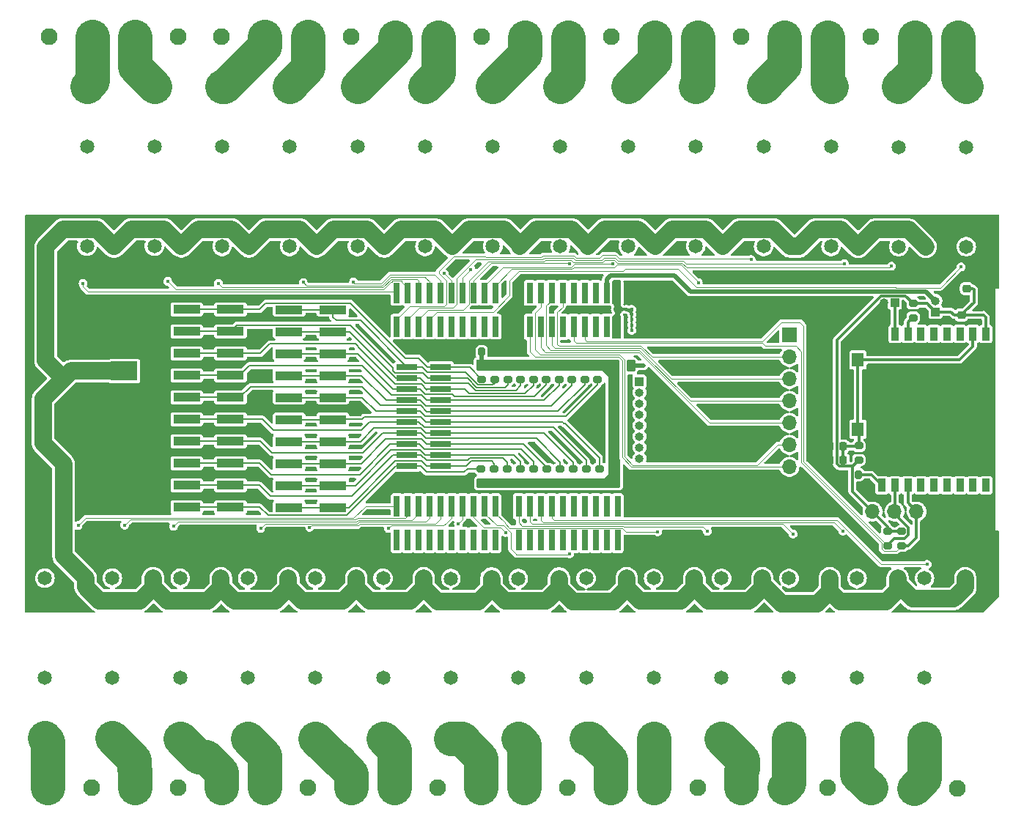
<source format=gtl>
G04 #@! TF.GenerationSoftware,KiCad,Pcbnew,8.0.6-8.0.6-0~ubuntu20.04.1*
G04 #@! TF.CreationDate,2024-11-10T22:02:34+01:00*
G04 #@! TF.ProjectId,home_auto,686f6d65-5f61-4757-946f-2e6b69636164,rev?*
G04 #@! TF.SameCoordinates,Original*
G04 #@! TF.FileFunction,Copper,L1,Top*
G04 #@! TF.FilePolarity,Positive*
%FSLAX46Y46*%
G04 Gerber Fmt 4.6, Leading zero omitted, Abs format (unit mm)*
G04 Created by KiCad (PCBNEW 8.0.6-8.0.6-0~ubuntu20.04.1) date 2024-11-10 22:02:34*
%MOMM*%
%LPD*%
G01*
G04 APERTURE LIST*
G04 Aperture macros list*
%AMRoundRect*
0 Rectangle with rounded corners*
0 $1 Rounding radius*
0 $2 $3 $4 $5 $6 $7 $8 $9 X,Y pos of 4 corners*
0 Add a 4 corners polygon primitive as box body*
4,1,4,$2,$3,$4,$5,$6,$7,$8,$9,$2,$3,0*
0 Add four circle primitives for the rounded corners*
1,1,$1+$1,$2,$3*
1,1,$1+$1,$4,$5*
1,1,$1+$1,$6,$7*
1,1,$1+$1,$8,$9*
0 Add four rect primitives between the rounded corners*
20,1,$1+$1,$2,$3,$4,$5,0*
20,1,$1+$1,$4,$5,$6,$7,0*
20,1,$1+$1,$6,$7,$8,$9,0*
20,1,$1+$1,$8,$9,$2,$3,0*%
G04 Aperture macros list end*
G04 #@! TA.AperFunction,SMDPad,CuDef*
%ADD10RoundRect,0.250000X0.262500X0.450000X-0.262500X0.450000X-0.262500X-0.450000X0.262500X-0.450000X0*%
G04 #@! TD*
G04 #@! TA.AperFunction,ComponentPad*
%ADD11C,1.650000*%
G04 #@! TD*
G04 #@! TA.AperFunction,ComponentPad*
%ADD12C,1.950000*%
G04 #@! TD*
G04 #@! TA.AperFunction,SMDPad,CuDef*
%ADD13RoundRect,0.200000X-0.275000X0.200000X-0.275000X-0.200000X0.275000X-0.200000X0.275000X0.200000X0*%
G04 #@! TD*
G04 #@! TA.AperFunction,SMDPad,CuDef*
%ADD14RoundRect,0.200000X0.275000X-0.200000X0.275000X0.200000X-0.275000X0.200000X-0.275000X-0.200000X0*%
G04 #@! TD*
G04 #@! TA.AperFunction,SMDPad,CuDef*
%ADD15R,0.900000X1.500000*%
G04 #@! TD*
G04 #@! TA.AperFunction,HeatsinkPad*
%ADD16C,0.600000*%
G04 #@! TD*
G04 #@! TA.AperFunction,SMDPad,CuDef*
%ADD17R,2.900000X2.900000*%
G04 #@! TD*
G04 #@! TA.AperFunction,SMDPad,CuDef*
%ADD18R,3.150000X1.000000*%
G04 #@! TD*
G04 #@! TA.AperFunction,SMDPad,CuDef*
%ADD19RoundRect,0.225000X0.225000X0.250000X-0.225000X0.250000X-0.225000X-0.250000X0.225000X-0.250000X0*%
G04 #@! TD*
G04 #@! TA.AperFunction,ComponentPad*
%ADD20R,1.700000X1.700000*%
G04 #@! TD*
G04 #@! TA.AperFunction,ComponentPad*
%ADD21O,1.700000X1.700000*%
G04 #@! TD*
G04 #@! TA.AperFunction,SMDPad,CuDef*
%ADD22R,1.400000X1.600000*%
G04 #@! TD*
G04 #@! TA.AperFunction,SMDPad,CuDef*
%ADD23RoundRect,0.225000X0.250000X-0.225000X0.250000X0.225000X-0.250000X0.225000X-0.250000X-0.225000X0*%
G04 #@! TD*
G04 #@! TA.AperFunction,SMDPad,CuDef*
%ADD24R,3.150000X2.200000*%
G04 #@! TD*
G04 #@! TA.AperFunction,ComponentPad*
%ADD25R,1.000000X1.000000*%
G04 #@! TD*
G04 #@! TA.AperFunction,ComponentPad*
%ADD26O,1.000000X1.000000*%
G04 #@! TD*
G04 #@! TA.AperFunction,SMDPad,CuDef*
%ADD27R,0.740000X2.400000*%
G04 #@! TD*
G04 #@! TA.AperFunction,SMDPad,CuDef*
%ADD28R,2.400000X0.740000*%
G04 #@! TD*
G04 #@! TA.AperFunction,SMDPad,CuDef*
%ADD29RoundRect,0.200000X-0.200000X-0.275000X0.200000X-0.275000X0.200000X0.275000X-0.200000X0.275000X0*%
G04 #@! TD*
G04 #@! TA.AperFunction,ViaPad*
%ADD30C,0.400000*%
G04 #@! TD*
G04 #@! TA.AperFunction,Conductor*
%ADD31C,0.300000*%
G04 #@! TD*
G04 #@! TA.AperFunction,Conductor*
%ADD32C,2.000000*%
G04 #@! TD*
G04 #@! TA.AperFunction,Conductor*
%ADD33C,0.500000*%
G04 #@! TD*
G04 #@! TA.AperFunction,Conductor*
%ADD34C,0.200000*%
G04 #@! TD*
G04 #@! TA.AperFunction,Conductor*
%ADD35C,0.090000*%
G04 #@! TD*
G04 #@! TA.AperFunction,Conductor*
%ADD36C,4.000000*%
G04 #@! TD*
G04 APERTURE END LIST*
D10*
X211792500Y-91430000D03*
X209967500Y-91430000D03*
D11*
X180075000Y-115975000D03*
X175375000Y-134475000D03*
X175375000Y-127475000D03*
X175375000Y-115975000D03*
D12*
X239490000Y-140200000D03*
X234490000Y-140200000D03*
D13*
X205127777Y-103315000D03*
X205127777Y-104965000D03*
D14*
X202020000Y-92965000D03*
X202020000Y-91315000D03*
X197570000Y-92965000D03*
X197570000Y-91315000D03*
D15*
X252800000Y-87730000D03*
X251300000Y-87730000D03*
X249800000Y-87730000D03*
X248300000Y-87730000D03*
X246800000Y-87730000D03*
X245300000Y-87730000D03*
X243800000Y-87730000D03*
X242300000Y-87730000D03*
X240800000Y-87730000D03*
X240800000Y-105230000D03*
X242300000Y-105230000D03*
X243800000Y-105230000D03*
X245300000Y-105230000D03*
X246800000Y-105230000D03*
X248300000Y-105230000D03*
X249800000Y-105230000D03*
X251300000Y-105230000D03*
X252800000Y-105230000D03*
D16*
X247150000Y-96340000D03*
X246050000Y-96340000D03*
X247700000Y-96890000D03*
X246600000Y-96890000D03*
X245500000Y-96890000D03*
X247150000Y-97440000D03*
D17*
X246600000Y-97440000D03*
D16*
X246050000Y-97440000D03*
X247700000Y-97990000D03*
X246600000Y-97990000D03*
X245500000Y-97990000D03*
X247150000Y-98540000D03*
X246050000Y-98540000D03*
D11*
X219120000Y-115987500D03*
X214420000Y-134487500D03*
X214420000Y-127487500D03*
X214420000Y-115987500D03*
D18*
X160500000Y-84890000D03*
X165550000Y-84890000D03*
X160500000Y-87430000D03*
X165550000Y-87430000D03*
X160500000Y-89970000D03*
X165550000Y-89970000D03*
X160500000Y-92510000D03*
X165550000Y-92510000D03*
X160500000Y-95050000D03*
X165550000Y-95050000D03*
X160500000Y-97590000D03*
X165550000Y-97590000D03*
X160500000Y-100130000D03*
X165550000Y-100130000D03*
X160500000Y-102670000D03*
X165550000Y-102670000D03*
X160500000Y-105210000D03*
X165550000Y-105210000D03*
X160500000Y-107750000D03*
X165550000Y-107750000D03*
D14*
X207940000Y-92965000D03*
X207940000Y-91315000D03*
D13*
X197540000Y-103315000D03*
X197540000Y-104965000D03*
X208163338Y-103315000D03*
X208163338Y-104965000D03*
D12*
X209537500Y-53367500D03*
X204537500Y-53367500D03*
D13*
X200574446Y-103315000D03*
X200574446Y-104965000D03*
D12*
X189470000Y-140180000D03*
X184470000Y-140180000D03*
D11*
X219285000Y-77615000D03*
X219285000Y-66115000D03*
X219285000Y-59115000D03*
X214585000Y-77615000D03*
X187870000Y-115977500D03*
X183170000Y-134477500D03*
X183170000Y-127477500D03*
X183170000Y-115977500D03*
D13*
X194503338Y-103315000D03*
X194503338Y-104965000D03*
D12*
X229490000Y-140200000D03*
X224490000Y-140200000D03*
X209480000Y-140140000D03*
X204480000Y-140140000D03*
D13*
X196021115Y-103315000D03*
X196021115Y-104965000D03*
X199030000Y-103315000D03*
X199030000Y-104965000D03*
D12*
X229537500Y-53367500D03*
X224537500Y-53367500D03*
X249540000Y-140210000D03*
X244540000Y-140210000D03*
D13*
X243070000Y-110565000D03*
X243070000Y-112215000D03*
D19*
X236325000Y-100730000D03*
X234775000Y-100730000D03*
D20*
X230110000Y-87860000D03*
D21*
X230110000Y-90400000D03*
X230110000Y-92940000D03*
X230110000Y-95480000D03*
X230110000Y-98020000D03*
X230110000Y-100560000D03*
X230110000Y-103100000D03*
X230110000Y-105640000D03*
D14*
X238130000Y-102305000D03*
X238130000Y-100655000D03*
X199080000Y-92965000D03*
X199080000Y-91315000D03*
D12*
X219527500Y-53367500D03*
X214527500Y-53367500D03*
D14*
X203530000Y-92965000D03*
X203530000Y-91315000D03*
D13*
X206645554Y-103315000D03*
X206645554Y-104965000D03*
D12*
X169517500Y-53367500D03*
X164517500Y-53367500D03*
X179470000Y-140180000D03*
X174470000Y-140180000D03*
D11*
X164582500Y-77615000D03*
X164582500Y-66115000D03*
X164582500Y-59115000D03*
X159882500Y-77615000D03*
X211325000Y-115985000D03*
X206625000Y-134485000D03*
X206625000Y-127485000D03*
X206625000Y-115985000D03*
X148815000Y-115945000D03*
X144115000Y-134445000D03*
X144115000Y-127445000D03*
X144115000Y-115945000D03*
X245837500Y-77647500D03*
X250537500Y-59147500D03*
X250537500Y-66147500D03*
X250537500Y-77647500D03*
D22*
X233530000Y-98730000D03*
X233530000Y-90730000D03*
X238030000Y-98730000D03*
X238030000Y-90730000D03*
D11*
X195705000Y-115995000D03*
X191005000Y-134495000D03*
X191005000Y-127495000D03*
X191005000Y-115995000D03*
D23*
X250570000Y-82485000D03*
X250570000Y-80935000D03*
D11*
X242630000Y-115977500D03*
X237930000Y-134477500D03*
X237930000Y-127477500D03*
X237930000Y-115977500D03*
X188007500Y-77617500D03*
X188007500Y-66117500D03*
X188007500Y-59117500D03*
X183307500Y-77617500D03*
X234770000Y-115987500D03*
X230070000Y-134487500D03*
X230070000Y-127487500D03*
X230070000Y-115987500D03*
D24*
X153250000Y-99030000D03*
X153250000Y-92030000D03*
D11*
X180212500Y-77615000D03*
X180212500Y-66115000D03*
X180212500Y-59115000D03*
X175512500Y-77615000D03*
D14*
X200530000Y-92965000D03*
X200530000Y-91315000D03*
D12*
X239547500Y-53367500D03*
X234547500Y-53367500D03*
D11*
X203500000Y-115997500D03*
X198800000Y-134497500D03*
X198800000Y-127497500D03*
X198800000Y-115997500D03*
D14*
X194590000Y-92965000D03*
X194590000Y-91315000D03*
D12*
X249557500Y-53367500D03*
X244557500Y-53367500D03*
D14*
X196060000Y-92965000D03*
X196060000Y-91315000D03*
D11*
X164445000Y-115975000D03*
X159745000Y-134475000D03*
X159745000Y-127475000D03*
X159745000Y-115975000D03*
D12*
X149470000Y-140180000D03*
X144470000Y-140180000D03*
D25*
X242280000Y-84120000D03*
D26*
X241010000Y-84120000D03*
D18*
X172320000Y-84920000D03*
X177370000Y-84920000D03*
X172320000Y-87460000D03*
X177370000Y-87460000D03*
X172320000Y-90000000D03*
X177370000Y-90000000D03*
X172320000Y-92540000D03*
X177370000Y-92540000D03*
X172320000Y-95080000D03*
X177370000Y-95080000D03*
X172320000Y-97620000D03*
X177370000Y-97620000D03*
X172320000Y-100160000D03*
X177370000Y-100160000D03*
X172320000Y-102700000D03*
X177370000Y-102700000D03*
X172320000Y-105240000D03*
X177370000Y-105240000D03*
X172320000Y-107780000D03*
X177370000Y-107780000D03*
D11*
X227127500Y-77615000D03*
X227127500Y-66115000D03*
X227127500Y-59115000D03*
X222427500Y-77615000D03*
D23*
X249970000Y-85545000D03*
X249970000Y-83995000D03*
D11*
X172377500Y-77617500D03*
X172377500Y-66117500D03*
X172377500Y-59117500D03*
X167677500Y-77617500D03*
D25*
X212800000Y-93222500D03*
D26*
X212800000Y-94492500D03*
X212800000Y-95762500D03*
X212800000Y-97032500D03*
X212800000Y-98302500D03*
X212800000Y-99572500D03*
X212800000Y-100842500D03*
X212800000Y-102112500D03*
D27*
X198840000Y-82992500D03*
X198840000Y-86892500D03*
X200110000Y-82992500D03*
X200110000Y-86892500D03*
X201380000Y-82992500D03*
X201380000Y-86892500D03*
X202650000Y-82992500D03*
X202650000Y-86892500D03*
X203920000Y-82992500D03*
X203920000Y-86892500D03*
X205190000Y-82992500D03*
X205190000Y-86892500D03*
X206460000Y-82992500D03*
X206460000Y-86892500D03*
X207730000Y-82992500D03*
X207730000Y-86892500D03*
X209000000Y-82992500D03*
X209000000Y-86892500D03*
X210270000Y-82992500D03*
X210270000Y-86892500D03*
X184740000Y-82982500D03*
X184740000Y-86882500D03*
X186010000Y-82982500D03*
X186010000Y-86882500D03*
X187280000Y-82982500D03*
X187280000Y-86882500D03*
X188550000Y-82982500D03*
X188550000Y-86882500D03*
X189820000Y-82982500D03*
X189820000Y-86882500D03*
X191090000Y-82982500D03*
X191090000Y-86882500D03*
X192360000Y-82982500D03*
X192360000Y-86882500D03*
X193630000Y-82982500D03*
X193630000Y-86882500D03*
X194900000Y-82982500D03*
X194900000Y-86882500D03*
X196170000Y-82982500D03*
X196170000Y-86882500D03*
D28*
X185960000Y-103022500D03*
X189850000Y-103022500D03*
X185960000Y-101752500D03*
X189850000Y-101752500D03*
X185960000Y-100482500D03*
X189850000Y-100482500D03*
X185960000Y-99212500D03*
X189850000Y-99212500D03*
X185960000Y-97942500D03*
X189850000Y-97942500D03*
X185960000Y-96672500D03*
X189850000Y-96672500D03*
X185960000Y-95402500D03*
X189850000Y-95402500D03*
X185960000Y-94132500D03*
X189850000Y-94132500D03*
X185960000Y-92862500D03*
X189850000Y-92862500D03*
X185960000Y-91592500D03*
X189850000Y-91592500D03*
D27*
X184740000Y-107632500D03*
X184740000Y-111532500D03*
X186010000Y-107632500D03*
X186010000Y-111532500D03*
X187280000Y-107632500D03*
X187280000Y-111532500D03*
X188550000Y-107632500D03*
X188550000Y-111532500D03*
X189820000Y-107632500D03*
X189820000Y-111532500D03*
X191090000Y-107632500D03*
X191090000Y-111532500D03*
X192360000Y-107632500D03*
X192360000Y-111532500D03*
X193630000Y-107632500D03*
X193630000Y-111532500D03*
X194900000Y-107632500D03*
X194900000Y-111532500D03*
X196170000Y-107632500D03*
X196170000Y-111532500D03*
X198840000Y-107632500D03*
X198840000Y-111532500D03*
X200110000Y-107632500D03*
X200110000Y-111532500D03*
X201380000Y-107632500D03*
X201380000Y-111532500D03*
X202650000Y-107632500D03*
X202650000Y-111532500D03*
X203920000Y-107632500D03*
X203920000Y-111532500D03*
X205190000Y-107632500D03*
X205190000Y-111532500D03*
X206460000Y-107632500D03*
X206460000Y-111532500D03*
X207730000Y-107632500D03*
X207730000Y-111532500D03*
X209000000Y-107632500D03*
X209000000Y-111532500D03*
X210270000Y-107632500D03*
X210270000Y-111532500D03*
D12*
X149567500Y-53367500D03*
X144567500Y-53367500D03*
D11*
X172240000Y-115977500D03*
X167540000Y-134477500D03*
X167540000Y-127477500D03*
X167540000Y-115977500D03*
X156757500Y-77607500D03*
X156757500Y-66107500D03*
X156757500Y-59107500D03*
X152057500Y-77607500D03*
D12*
X189527500Y-53367500D03*
X184527500Y-53367500D03*
X159527500Y-53367500D03*
X154527500Y-53367500D03*
X146260000Y-92880000D03*
X146260000Y-97880000D03*
D11*
X226975000Y-115985000D03*
X222275000Y-134485000D03*
X222275000Y-127485000D03*
X222275000Y-115985000D03*
D12*
X169470000Y-140180000D03*
X164470000Y-140180000D03*
D20*
X247330000Y-108260000D03*
D21*
X244790000Y-108260000D03*
X242250000Y-108260000D03*
X239710000Y-108260000D03*
D13*
X203610000Y-103315000D03*
X203610000Y-104965000D03*
D14*
X206460000Y-92965000D03*
X206460000Y-91315000D03*
D25*
X246980000Y-85180000D03*
D26*
X246980000Y-83910000D03*
D11*
X195857500Y-77615000D03*
X195857500Y-66115000D03*
X195857500Y-59115000D03*
X191157500Y-77615000D03*
D14*
X204990000Y-92965000D03*
X204990000Y-91315000D03*
D13*
X244400000Y-84215000D03*
X244400000Y-85865000D03*
D11*
X234922500Y-77617500D03*
X234922500Y-66117500D03*
X234922500Y-59117500D03*
X230222500Y-77617500D03*
X238042500Y-77645000D03*
X242742500Y-59145000D03*
X242742500Y-66145000D03*
X242742500Y-77645000D03*
D12*
X179517500Y-53367500D03*
X174517500Y-53367500D03*
D11*
X250425000Y-115980000D03*
X245725000Y-134480000D03*
X245725000Y-127480000D03*
X245725000Y-115980000D03*
X156610000Y-115947500D03*
X151910000Y-134447500D03*
X151910000Y-127447500D03*
X151910000Y-115947500D03*
D19*
X236335000Y-102280000D03*
X234785000Y-102280000D03*
D13*
X241440000Y-110555000D03*
X241440000Y-112205000D03*
D12*
X199480000Y-140180000D03*
X194480000Y-140180000D03*
D11*
X148962500Y-77605000D03*
X148962500Y-66105000D03*
X148962500Y-59105000D03*
X144262500Y-77605000D03*
X211490000Y-77612500D03*
X211490000Y-66112500D03*
X211490000Y-59112500D03*
X206790000Y-77612500D03*
D29*
X192920000Y-89800000D03*
X194570000Y-89800000D03*
D12*
X199527500Y-53367500D03*
X194527500Y-53367500D03*
D29*
X236405000Y-104000000D03*
X238055000Y-104000000D03*
D13*
X202092223Y-103315000D03*
X202092223Y-104965000D03*
D12*
X159470000Y-140180000D03*
X154470000Y-140180000D03*
X219490000Y-140160000D03*
X214490000Y-140160000D03*
D11*
X203652500Y-77617500D03*
X203652500Y-66117500D03*
X203652500Y-59117500D03*
X198952500Y-77617500D03*
D30*
X224901750Y-107735000D03*
X214741750Y-107735000D03*
X242681750Y-95035000D03*
X232521750Y-95035000D03*
X214741750Y-95035000D03*
X240141750Y-95035000D03*
X227441750Y-105195000D03*
X146161750Y-117895000D03*
X247761750Y-92495000D03*
X222361750Y-84875000D03*
X217281750Y-105195000D03*
X196961750Y-89955000D03*
X242681750Y-92495000D03*
X224901750Y-105195000D03*
X143621750Y-105195000D03*
X224901750Y-84875000D03*
X229981750Y-84875000D03*
X151241750Y-95035000D03*
X242681750Y-102655000D03*
X242681750Y-100115000D03*
X151241750Y-102655000D03*
X232521750Y-84875000D03*
X240141750Y-92495000D03*
X153781750Y-95035000D03*
X146161750Y-84875000D03*
X217281750Y-100115000D03*
X151241750Y-105195000D03*
X151241750Y-87415000D03*
X212201750Y-105195000D03*
X207121750Y-97575000D03*
X148701750Y-107735000D03*
X232521750Y-105195000D03*
X247761750Y-74715000D03*
X232521750Y-92495000D03*
X214741750Y-105195000D03*
X148701750Y-89955000D03*
X240141750Y-102655000D03*
X227441750Y-100115000D03*
X212201750Y-107735000D03*
X153781750Y-107735000D03*
X153781750Y-84875000D03*
X153781750Y-87415000D03*
X189341750Y-105195000D03*
X158861750Y-79795000D03*
X222361750Y-105195000D03*
X171561750Y-79795000D03*
X163941750Y-79795000D03*
X156321750Y-87415000D03*
X143621750Y-117895000D03*
X250301750Y-97575000D03*
X240141750Y-97575000D03*
X156321750Y-107735000D03*
X250301750Y-100115000D03*
X219821750Y-107735000D03*
X235061750Y-84875000D03*
X148701750Y-84875000D03*
X250301750Y-74715000D03*
X148701750Y-102655000D03*
X143621750Y-107735000D03*
X189341750Y-89955000D03*
X247761750Y-95035000D03*
X156321750Y-84875000D03*
X156321750Y-95035000D03*
X219821750Y-84875000D03*
X227441750Y-84875000D03*
X169021750Y-92495000D03*
X217281750Y-84875000D03*
X245221750Y-95035000D03*
X250301750Y-95035000D03*
X247761750Y-102655000D03*
X156321750Y-102655000D03*
X219821750Y-105195000D03*
X227441750Y-107735000D03*
X229981750Y-107735000D03*
X214741750Y-87415000D03*
X235061750Y-107735000D03*
X151241750Y-84875000D03*
X245221750Y-102655000D03*
X224901750Y-100115000D03*
X151241750Y-107735000D03*
X179181750Y-79795000D03*
X217281750Y-107735000D03*
X148701750Y-95035000D03*
X156321750Y-105195000D03*
X169021750Y-95035000D03*
X153781750Y-105195000D03*
X214741750Y-84875000D03*
X143621750Y-74715000D03*
X217281750Y-97575000D03*
X151241750Y-89955000D03*
X247761750Y-100115000D03*
X153781750Y-89955000D03*
X184261750Y-105195000D03*
X153781750Y-102655000D03*
X222361750Y-100115000D03*
X186801750Y-105195000D03*
X245221750Y-92495000D03*
X148701750Y-87415000D03*
X156321750Y-89955000D03*
X191881750Y-105195000D03*
X250301750Y-102655000D03*
X222361750Y-107735000D03*
X232521750Y-107735000D03*
X250301750Y-107735000D03*
X156321750Y-79795000D03*
X156321750Y-92495000D03*
X186801750Y-79795000D03*
X245221750Y-100115000D03*
X146161750Y-87415000D03*
X148701750Y-105195000D03*
X240141750Y-100115000D03*
X219821750Y-100115000D03*
X250301750Y-92495000D03*
X174101750Y-79795000D03*
X214741750Y-97575000D03*
X242681750Y-97575000D03*
X214741750Y-100115000D03*
X210580000Y-84900000D03*
X211900000Y-87330000D03*
X211900000Y-84900000D03*
X211250000Y-84900000D03*
X211900000Y-85490000D03*
X211900000Y-86070000D03*
X211900000Y-86700000D03*
X210000000Y-84900000D03*
X213240000Y-91370000D03*
X225700000Y-79140000D03*
X236450000Y-79610000D03*
X209730000Y-79613328D03*
X219583033Y-81816000D03*
X193326646Y-80267661D03*
X204750000Y-79600000D03*
X179770000Y-81720000D03*
X190232847Y-80752847D03*
X164140000Y-81890000D03*
X173950000Y-81780000D03*
X241910000Y-79891000D03*
X249940000Y-79990000D03*
X148520000Y-81890000D03*
X158290000Y-81650000D03*
X246020000Y-114360000D03*
X230520000Y-110860000D03*
X220620000Y-110540000D03*
X214890000Y-110600000D03*
X204720000Y-113150000D03*
X197310000Y-110670000D03*
X191880000Y-109650000D03*
X183790000Y-110210000D03*
X174700000Y-110100000D03*
X169030000Y-110200000D03*
X158960000Y-109980000D03*
X153340000Y-109830000D03*
X147950000Y-109870000D03*
X236280000Y-110530000D03*
D31*
X240800000Y-86450000D02*
X240800000Y-87730000D01*
X241010000Y-84120000D02*
X241010000Y-86240000D01*
X241010000Y-86240000D02*
X240800000Y-86450000D01*
X244295000Y-85865000D02*
X243800000Y-86360000D01*
X244400000Y-85865000D02*
X244295000Y-85865000D01*
X243800000Y-86360000D02*
X243800000Y-87730000D01*
X238055000Y-104000000D02*
X239570000Y-104000000D01*
X239570000Y-104000000D02*
X240800000Y-105230000D01*
D32*
X150370000Y-118550000D02*
X148815000Y-116995000D01*
X219120000Y-116990000D02*
X219120000Y-115987500D01*
X187870000Y-115977500D02*
X187870000Y-117080000D01*
X198952500Y-77617500D02*
X200907500Y-75662500D01*
X167677500Y-77617500D02*
X169632500Y-75662500D01*
X191157500Y-77615000D02*
X191327499Y-77445000D01*
X173827500Y-118587500D02*
X172240000Y-117000000D01*
X164445000Y-115975000D02*
X164445000Y-117080000D01*
X234770000Y-117440000D02*
X235970000Y-118640000D01*
X226975000Y-115985000D02*
X226975000Y-116645000D01*
X180075000Y-117025000D02*
X180075000Y-115975000D01*
X146260000Y-102746025D02*
X146260000Y-113390000D01*
X143900000Y-95240000D02*
X143900000Y-100386025D01*
X249100000Y-118350000D02*
X250425000Y-117025000D01*
X159882500Y-77615000D02*
X161837500Y-75660000D01*
X148815000Y-116995000D02*
X148815000Y-115945000D01*
X146217500Y-75650000D02*
X150100000Y-75650000D01*
X153250000Y-92030000D02*
X147110000Y-92030000D01*
X202000000Y-118600000D02*
X197260000Y-118600000D01*
X197167500Y-75660000D02*
X198952500Y-77445000D01*
X173560000Y-75662500D02*
X175512500Y-77615000D01*
X147110000Y-92030000D02*
X146260000Y-92880000D01*
X228265000Y-75660000D02*
X230222500Y-77617500D01*
X152132500Y-77607500D02*
X154087500Y-75652500D01*
X242630000Y-116650000D02*
X244330000Y-118350000D01*
X154087500Y-75652500D02*
X157920000Y-75652500D01*
X216540000Y-75660000D02*
X220472500Y-75660000D01*
X156610000Y-115947500D02*
X156610000Y-117050000D01*
X156610000Y-116940000D02*
X156610000Y-115947500D01*
X214585000Y-77615000D02*
X216540000Y-75660000D01*
X150100000Y-75650000D02*
X152057500Y-77607500D01*
X164445000Y-117080000D02*
X162967500Y-118557500D01*
X225477500Y-118607500D02*
X220737500Y-118607500D01*
X219120000Y-117090000D02*
X217620000Y-118590000D01*
X164445000Y-117025000D02*
X164445000Y-115975000D01*
X146260000Y-113390000D02*
X148815000Y-115945000D01*
X189205000Y-75662500D02*
X191157500Y-77615000D01*
X205067500Y-118647500D02*
X203500000Y-117080000D01*
X180075000Y-115975000D02*
X180075000Y-117080000D01*
X226975000Y-116645000D02*
X229220000Y-118890000D01*
X220472500Y-75660000D02*
X222427500Y-77615000D01*
X165720000Y-75660000D02*
X167677500Y-77617500D01*
X212627500Y-75657500D02*
X214585000Y-77615000D01*
X204977500Y-75662500D02*
X206790000Y-77475000D01*
X178567500Y-118587500D02*
X173827500Y-118587500D01*
X238042500Y-77645000D02*
X239997500Y-75690000D01*
X187870000Y-117030000D02*
X187870000Y-115977500D01*
X242630000Y-115977500D02*
X242630000Y-116650000D01*
X144200000Y-77667500D02*
X144262500Y-77605000D01*
X194217500Y-118637500D02*
X189477500Y-118637500D01*
X239997500Y-75690000D02*
X243880000Y-75690000D01*
X187870000Y-117080000D02*
X186370000Y-118580000D01*
X244330000Y-118350000D02*
X249100000Y-118350000D01*
X144200000Y-90820000D02*
X144200000Y-77667500D01*
X157920000Y-75652500D02*
X159882500Y-77615000D01*
X161837500Y-75660000D02*
X165720000Y-75660000D01*
X181630000Y-118580000D02*
X180075000Y-117025000D01*
X203500000Y-117080000D02*
X203500000Y-115997500D01*
X197260000Y-118600000D02*
X195705000Y-117045000D01*
X211325000Y-115985000D02*
X211325000Y-117130000D01*
X181350000Y-75660000D02*
X183307500Y-77617500D01*
X158227500Y-118557500D02*
X156610000Y-116940000D01*
X226977500Y-116005000D02*
X226977500Y-117107500D01*
X226977500Y-117107500D02*
X225477500Y-118607500D01*
X211325000Y-117130000D02*
X209807500Y-118647500D01*
X144262500Y-77605000D02*
X146217500Y-75650000D01*
X180075000Y-117080000D02*
X178567500Y-118587500D01*
X175512500Y-77615000D02*
X177467500Y-75660000D01*
X231232500Y-77617500D02*
X233187500Y-75662500D01*
X177467500Y-75660000D02*
X181350000Y-75660000D01*
X243880000Y-75690000D02*
X245837500Y-77647500D01*
X206790000Y-77612500D02*
X208745000Y-75657500D01*
X146260000Y-92880000D02*
X144200000Y-90820000D01*
X169632500Y-75662500D02*
X173560000Y-75662500D01*
X220737500Y-118607500D02*
X219120000Y-116990000D01*
X242630000Y-117280000D02*
X242630000Y-115977500D01*
X193112499Y-75660000D02*
X197167500Y-75660000D01*
X233320000Y-118890000D02*
X234770000Y-117440000D01*
X219120000Y-115987500D02*
X219120000Y-117090000D01*
X211325000Y-117035000D02*
X211325000Y-115985000D01*
X186370000Y-118580000D02*
X181630000Y-118580000D01*
X212880000Y-118590000D02*
X211325000Y-117035000D01*
X143900000Y-100386025D02*
X146260000Y-102746025D01*
X230222500Y-77617500D02*
X231232500Y-77617500D01*
X208745000Y-75657500D02*
X212627500Y-75657500D01*
X189477500Y-118637500D02*
X187870000Y-117030000D01*
X224382500Y-75660000D02*
X228265000Y-75660000D01*
X172240000Y-115977500D02*
X172240000Y-117080000D01*
X162967500Y-118557500D02*
X158227500Y-118557500D01*
X229220000Y-118890000D02*
X233320000Y-118890000D01*
X203500000Y-115997500D02*
X203500000Y-117100000D01*
X200907500Y-75662500D02*
X204977500Y-75662500D01*
X235970000Y-118640000D02*
X241270000Y-118640000D01*
X250425000Y-117025000D02*
X250425000Y-115980000D01*
X203500000Y-117100000D02*
X202000000Y-118600000D01*
X146260000Y-92880000D02*
X143900000Y-95240000D01*
X233187500Y-75662500D02*
X236060000Y-75662500D01*
X156610000Y-117050000D02*
X155110000Y-118550000D01*
X241270000Y-118640000D02*
X242630000Y-117280000D01*
X195705000Y-115995000D02*
X195705000Y-117150000D01*
X234770000Y-117440000D02*
X234770000Y-115987500D01*
X195705000Y-117150000D02*
X194217500Y-118637500D01*
X155110000Y-118550000D02*
X150370000Y-118550000D01*
X195705000Y-117045000D02*
X195705000Y-115995000D01*
X236060000Y-75662500D02*
X238042500Y-77645000D01*
X166000000Y-118580000D02*
X164445000Y-117025000D01*
X191327499Y-77445000D02*
X193112499Y-75660000D01*
X183307500Y-77617500D02*
X185262500Y-75662500D01*
X170740000Y-118580000D02*
X166000000Y-118580000D01*
X172240000Y-117080000D02*
X170740000Y-118580000D01*
X185262500Y-75662500D02*
X189205000Y-75662500D01*
X217620000Y-118590000D02*
X212880000Y-118590000D01*
X152057500Y-77607500D02*
X152132500Y-77607500D01*
X222427500Y-77615000D02*
X224382500Y-75660000D01*
X209807500Y-118647500D02*
X205067500Y-118647500D01*
X172240000Y-117000000D02*
X172240000Y-115977500D01*
D33*
X209440000Y-81000000D02*
X216850000Y-81000000D01*
X211852500Y-91370000D02*
X211792500Y-91430000D01*
X213240000Y-91370000D02*
X211852500Y-91370000D01*
X216850000Y-81000000D02*
X218660000Y-82810000D01*
X209000000Y-82992500D02*
X209000000Y-81440000D01*
X245880000Y-82810000D02*
X246980000Y-83910000D01*
X218660000Y-82810000D02*
X245880000Y-82810000D01*
X209000000Y-81440000D02*
X209440000Y-81000000D01*
D34*
X200530000Y-93660000D02*
X199570000Y-94620000D01*
X192632500Y-94132500D02*
X189850000Y-94132500D01*
X197553380Y-94620000D02*
X197533381Y-94600001D01*
X170100000Y-88890000D02*
X179957500Y-88890000D01*
X187592500Y-93532500D02*
X188210000Y-94150000D01*
X169020000Y-89970000D02*
X170100000Y-88890000D01*
X180337500Y-89270000D02*
X180583750Y-89516250D01*
X160500000Y-89970000D02*
X165550000Y-89970000D01*
X197533381Y-94600001D02*
X193100001Y-94600001D01*
X165550000Y-89970000D02*
X169020000Y-89970000D01*
X179957500Y-88890000D02*
X180583750Y-89516250D01*
X188227500Y-94132500D02*
X189850000Y-94132500D01*
X193100001Y-94600001D02*
X192632500Y-94132500D01*
X200530000Y-92965000D02*
X200530000Y-93660000D01*
X188210000Y-94150000D02*
X188227500Y-94132500D01*
X180583750Y-89516250D02*
X184600000Y-93532500D01*
X199570000Y-94620000D02*
X197553380Y-94620000D01*
X184600000Y-93532500D02*
X187592500Y-93532500D01*
X160500000Y-84890000D02*
X165550000Y-84890000D01*
X179380000Y-84190000D02*
X185730000Y-90540000D01*
X169620000Y-84190000D02*
X179380000Y-84190000D01*
X185730000Y-90540000D02*
X187250000Y-90540000D01*
X168920000Y-84890000D02*
X169620000Y-84190000D01*
X193217500Y-91592500D02*
X189850000Y-91592500D01*
X194590000Y-92965000D02*
X193217500Y-91592500D01*
X165550000Y-84890000D02*
X168920000Y-84890000D01*
X188302500Y-91592500D02*
X189850000Y-91592500D01*
X187250000Y-90540000D02*
X188302500Y-91592500D01*
X167755000Y-91380000D02*
X180730000Y-91380000D01*
X201780000Y-95400000D02*
X200960000Y-95400000D01*
X188225810Y-95402500D02*
X189850000Y-95402500D01*
X180730000Y-91380000D02*
X184152500Y-94802500D01*
X203530000Y-92965000D02*
X203530000Y-93650000D01*
X184152500Y-94802500D02*
X187625810Y-94802500D01*
X200960000Y-95400000D02*
X200957500Y-95402500D01*
X166625000Y-92510000D02*
X167755000Y-91380000D01*
X200957500Y-95402500D02*
X189850000Y-95402500D01*
X165550000Y-92510000D02*
X166625000Y-92510000D01*
X160500000Y-92510000D02*
X165550000Y-92510000D01*
X187625810Y-94802500D02*
X188225810Y-95402500D01*
X203530000Y-93650000D02*
X201780000Y-95400000D01*
X187682500Y-91592500D02*
X185960000Y-91592500D01*
X196060000Y-92965000D02*
X196060000Y-93400000D01*
X192725880Y-92192500D02*
X188282500Y-92192500D01*
X177370000Y-85790000D02*
X177760000Y-86180000D01*
X194128380Y-93595000D02*
X192725880Y-92192500D01*
X196060000Y-93400000D02*
X195865000Y-93595000D01*
X177370000Y-84920000D02*
X177370000Y-85790000D01*
X188282500Y-92192500D02*
X187682500Y-91592500D01*
X195865000Y-93595000D02*
X194128380Y-93595000D01*
X180547500Y-86180000D02*
X185960000Y-91592500D01*
X177760000Y-86180000D02*
X180547500Y-86180000D01*
X172320000Y-84920000D02*
X177370000Y-84920000D01*
X207940000Y-92965000D02*
X207940000Y-93630000D01*
X172320000Y-95080000D02*
X177370000Y-95080000D01*
X187422500Y-96672500D02*
X185960000Y-96672500D01*
X191310000Y-97270000D02*
X191307500Y-97272500D01*
X177370000Y-95080000D02*
X180730000Y-95080000D01*
X182322500Y-96672500D02*
X185960000Y-96672500D01*
X191307500Y-97272500D02*
X188022500Y-97272500D01*
X207940000Y-93630000D02*
X204300000Y-97270000D01*
X180730000Y-95080000D02*
X182322500Y-96672500D01*
X188022500Y-97272500D02*
X187422500Y-96672500D01*
X204300000Y-97270000D02*
X191310000Y-97270000D01*
X187477500Y-95402500D02*
X185960000Y-95402500D01*
X183542500Y-95402500D02*
X185960000Y-95402500D01*
X180680000Y-92540000D02*
X183542500Y-95402500D01*
X204990000Y-92965000D02*
X204990000Y-93660000D01*
X204990000Y-93660000D02*
X202637500Y-96012500D01*
X188087500Y-96012500D02*
X187477500Y-95402500D01*
X202637500Y-96012500D02*
X188087500Y-96012500D01*
X172320000Y-92540000D02*
X177370000Y-92540000D01*
X177370000Y-92540000D02*
X180680000Y-92540000D01*
X172320000Y-87460000D02*
X177370000Y-87460000D01*
X199080000Y-92965000D02*
X199080000Y-93710000D01*
X198535000Y-94255000D02*
X193855000Y-94255000D01*
X184682500Y-92862500D02*
X185960000Y-92862500D01*
X187472500Y-92862500D02*
X185960000Y-92862500D01*
X193062500Y-93462500D02*
X188072500Y-93462500D01*
X199080000Y-93710000D02*
X198535000Y-94255000D01*
X188072500Y-93462500D02*
X187472500Y-92862500D01*
X193855000Y-94255000D02*
X193062500Y-93462500D01*
X177370000Y-87460000D02*
X179280000Y-87460000D01*
X179280000Y-87460000D02*
X184682500Y-92862500D01*
X206460000Y-92965000D02*
X206460000Y-93570000D01*
X206460000Y-93570000D02*
X203357500Y-96672500D01*
X187492500Y-96002500D02*
X188190000Y-96700000D01*
X189822500Y-96700000D02*
X189850000Y-96672500D01*
X165550000Y-95050000D02*
X166625000Y-95050000D01*
X182912500Y-96002500D02*
X187492500Y-96002500D01*
X167855000Y-93820000D02*
X180730000Y-93820000D01*
X166625000Y-95050000D02*
X167855000Y-93820000D01*
X160500000Y-95050000D02*
X165550000Y-95050000D01*
X180730000Y-93820000D02*
X182912500Y-96002500D01*
X203357500Y-96672500D02*
X189850000Y-96672500D01*
X188190000Y-96700000D02*
X189822500Y-96700000D01*
X197245000Y-93925000D02*
X193991690Y-93925000D01*
X160500000Y-87430000D02*
X165550000Y-87430000D01*
X193991690Y-93925000D02*
X192929190Y-92862500D01*
X184549190Y-92262500D02*
X187792500Y-92262500D01*
X192929190Y-92862500D02*
X189850000Y-92862500D01*
X179360000Y-86730000D02*
X184308345Y-91678345D01*
X184308345Y-91678345D02*
X184308345Y-92021655D01*
X197570000Y-93600000D02*
X197245000Y-93925000D01*
X187792500Y-92262500D02*
X188392500Y-92862500D01*
X165550000Y-87430000D02*
X166250000Y-86730000D01*
X184308345Y-92021655D02*
X184549190Y-92262500D01*
X188392500Y-92862500D02*
X189850000Y-92862500D01*
X166250000Y-86730000D02*
X179360000Y-86730000D01*
X197570000Y-92965000D02*
X197570000Y-93600000D01*
X180210000Y-90000000D02*
X184342500Y-94132500D01*
X188022500Y-94732500D02*
X187422500Y-94132500D01*
X202020000Y-93630000D02*
X200680000Y-94970000D01*
X202020000Y-92965000D02*
X202020000Y-93630000D01*
X177370000Y-90000000D02*
X180210000Y-90000000D01*
X187422500Y-94132500D02*
X185960000Y-94132500D01*
X172320000Y-90000000D02*
X177370000Y-90000000D01*
X184342500Y-94132500D02*
X185960000Y-94132500D01*
X200680000Y-94970000D02*
X191447500Y-94970000D01*
X191210000Y-94732500D02*
X188022500Y-94732500D01*
X191447500Y-94970000D02*
X191210000Y-94732500D01*
X169880000Y-108700000D02*
X178985000Y-108700000D01*
X188170000Y-103680000D02*
X192550000Y-103680000D01*
X165550000Y-107750000D02*
X168930000Y-107750000D01*
X178985000Y-108700000D02*
X184662500Y-103022500D01*
X184662500Y-103022500D02*
X185960000Y-103022500D01*
X185960000Y-103022500D02*
X187512500Y-103022500D01*
X168930000Y-107750000D02*
X169880000Y-108700000D01*
X187512500Y-103022500D02*
X188170000Y-103680000D01*
X192915000Y-103315000D02*
X194503338Y-103315000D01*
X192550000Y-103680000D02*
X192915000Y-103315000D01*
X160500000Y-107750000D02*
X165550000Y-107750000D01*
X203610000Y-103315000D02*
X203610000Y-102530000D01*
X165550000Y-100130000D02*
X169010000Y-100130000D01*
X180870000Y-101430000D02*
X183087500Y-99212500D01*
X187512500Y-99212500D02*
X185960000Y-99212500D01*
X203610000Y-102530000D02*
X200892500Y-99812500D01*
X160500000Y-100130000D02*
X165550000Y-100130000D01*
X200892500Y-99812500D02*
X188112500Y-99812500D01*
X188112500Y-99812500D02*
X187512500Y-99212500D01*
X170310000Y-101430000D02*
X180870000Y-101430000D01*
X183087500Y-99212500D02*
X185960000Y-99212500D01*
X169010000Y-100130000D02*
X170310000Y-101430000D01*
X205127777Y-103315000D02*
X205127777Y-102597777D01*
X172320000Y-100160000D02*
X177370000Y-100160000D01*
X182107500Y-98612500D02*
X187515810Y-98612500D01*
X188115810Y-99212500D02*
X189850000Y-99212500D01*
X205127777Y-102597777D02*
X201742500Y-99212500D01*
X187515810Y-98612500D02*
X188115810Y-99212500D01*
X177370000Y-100160000D02*
X180560000Y-100160000D01*
X201742500Y-99212500D02*
X189850000Y-99212500D01*
X180560000Y-100160000D02*
X182107500Y-98612500D01*
X202092223Y-103162223D02*
X199412500Y-100482500D01*
X183497500Y-99882500D02*
X187582500Y-99882500D01*
X187582500Y-99882500D02*
X188182500Y-100482500D01*
X199412500Y-100482500D02*
X189850000Y-100482500D01*
X202092223Y-103315000D02*
X202092223Y-103162223D01*
X188182500Y-100482500D02*
X189850000Y-100482500D01*
X180680000Y-102700000D02*
X183497500Y-99882500D01*
X177370000Y-102700000D02*
X180680000Y-102700000D01*
X172320000Y-102700000D02*
X177370000Y-102700000D01*
X187960000Y-101082500D02*
X187360000Y-100482500D01*
X170250000Y-103980000D02*
X180510000Y-103980000D01*
X200574446Y-103315000D02*
X200574446Y-102524446D01*
X168940000Y-102670000D02*
X170250000Y-103980000D01*
X200574446Y-102524446D02*
X199132500Y-101082500D01*
X160500000Y-102670000D02*
X165550000Y-102670000D01*
X180510000Y-103980000D02*
X184007500Y-100482500D01*
X184007500Y-100482500D02*
X185960000Y-100482500D01*
X165550000Y-102670000D02*
X168940000Y-102670000D01*
X199132500Y-101082500D02*
X187960000Y-101082500D01*
X187360000Y-100482500D02*
X185960000Y-100482500D01*
X208163338Y-102073338D02*
X204180000Y-98090000D01*
X204180000Y-98090000D02*
X204060000Y-98090000D01*
X177390000Y-97600000D02*
X180780000Y-97600000D01*
X181037500Y-97342500D02*
X187552500Y-97342500D01*
X172320000Y-97620000D02*
X177370000Y-97620000D01*
X204060000Y-98090000D02*
X203912500Y-97942500D01*
X187552500Y-97342500D02*
X188152500Y-97942500D01*
X208163338Y-103315000D02*
X208163338Y-102073338D01*
X177370000Y-97620000D02*
X177390000Y-97600000D01*
X188152500Y-97942500D02*
X189850000Y-97942500D01*
X203912500Y-97942500D02*
X189850000Y-97942500D01*
X180780000Y-97600000D02*
X181037500Y-97342500D01*
X172320000Y-107780000D02*
X177370000Y-107780000D01*
X196021115Y-103315000D02*
X196021115Y-102721115D01*
X179220000Y-107780000D02*
X184577500Y-102422500D01*
X188232500Y-103022500D02*
X189850000Y-103022500D01*
X184577500Y-102422500D02*
X187632500Y-102422500D01*
X193363380Y-102400000D02*
X192740880Y-103022500D01*
X187632500Y-102422500D02*
X188232500Y-103022500D01*
X177370000Y-107780000D02*
X179220000Y-107780000D01*
X192740880Y-103022500D02*
X189850000Y-103022500D01*
X195700000Y-102400000D02*
X193363380Y-102400000D01*
X196021115Y-102721115D02*
X195700000Y-102400000D01*
X187565810Y-101752500D02*
X185960000Y-101752500D01*
X170150000Y-106470000D02*
X179600000Y-106470000D01*
X168890000Y-105210000D02*
X170150000Y-106470000D01*
X192944190Y-102352500D02*
X188165810Y-102352500D01*
X165550000Y-105210000D02*
X168890000Y-105210000D01*
X197540000Y-102570000D02*
X197040000Y-102070000D01*
X179600000Y-106470000D02*
X184317500Y-101752500D01*
X188165810Y-102352500D02*
X187565810Y-101752500D01*
X193226690Y-102070000D02*
X192944190Y-102352500D01*
X197040000Y-102070000D02*
X193226690Y-102070000D01*
X160500000Y-105210000D02*
X165550000Y-105210000D01*
X184317500Y-101752500D02*
X185960000Y-101752500D01*
X197540000Y-103315000D02*
X197540000Y-102570000D01*
X179950000Y-105240000D02*
X184037500Y-101152500D01*
X187432500Y-101152500D02*
X188032500Y-101752500D01*
X198270000Y-101740000D02*
X189862500Y-101740000D01*
X188032500Y-101752500D02*
X189850000Y-101752500D01*
X199030000Y-102500000D02*
X198270000Y-101740000D01*
X184037500Y-101152500D02*
X187432500Y-101152500D01*
X199030000Y-103315000D02*
X199030000Y-102500000D01*
X177370000Y-105240000D02*
X179950000Y-105240000D01*
X189862500Y-101740000D02*
X189850000Y-101752500D01*
X172320000Y-105240000D02*
X177370000Y-105240000D01*
X169230000Y-97590000D02*
X170500000Y-98860000D01*
X202832500Y-98542500D02*
X187912500Y-98542500D01*
X187312500Y-97942500D02*
X185960000Y-97942500D01*
X206645554Y-103315000D02*
X206645554Y-102355554D01*
X170500000Y-98860000D02*
X180710000Y-98860000D01*
X206645554Y-102355554D02*
X202832500Y-98542500D01*
X160500000Y-97590000D02*
X165550000Y-97590000D01*
X165550000Y-97590000D02*
X169230000Y-97590000D01*
X187912500Y-98542500D02*
X187312500Y-97942500D01*
X180710000Y-98860000D02*
X181627500Y-97942500D01*
X181627500Y-97942500D02*
X185960000Y-97942500D01*
D33*
X194570000Y-91295000D02*
X194590000Y-91315000D01*
D31*
X210100000Y-91297500D02*
X209967500Y-91430000D01*
D33*
X194570000Y-89800000D02*
X194570000Y-91295000D01*
D31*
X244770000Y-111260000D02*
X244770000Y-108280000D01*
D35*
X242475000Y-112810000D02*
X243070000Y-112215000D01*
X205190000Y-88530000D02*
X205470000Y-88810000D01*
X227300000Y-89120000D02*
X230840000Y-89120000D01*
X240790000Y-111866126D02*
X240790000Y-112565872D01*
X241034128Y-112810000D02*
X242475000Y-112810000D01*
X226990000Y-88810000D02*
X227300000Y-89120000D01*
D31*
X243800000Y-107270000D02*
X243800000Y-105230000D01*
X243815000Y-112215000D02*
X244770000Y-111260000D01*
X244770000Y-108280000D02*
X244790000Y-108260000D01*
D35*
X205470000Y-88810000D02*
X226990000Y-88810000D01*
X205190000Y-86892500D02*
X205190000Y-88530000D01*
X230840000Y-89120000D02*
X231480000Y-89760000D01*
X240790000Y-112565872D02*
X241034128Y-112810000D01*
X231480000Y-89760000D02*
X231480000Y-102556126D01*
D31*
X243070000Y-112215000D02*
X243815000Y-112215000D01*
D35*
X231480000Y-102556126D02*
X240790000Y-111866126D01*
D31*
X244790000Y-108260000D02*
X243800000Y-107270000D01*
D35*
X206660000Y-88580000D02*
X227010000Y-88580000D01*
X206460000Y-86892500D02*
X206460000Y-88380000D01*
X227010000Y-88580000D02*
X229210000Y-86380000D01*
D31*
X242710000Y-108980000D02*
X242710000Y-108200000D01*
X243414364Y-111380000D02*
X243840000Y-110954364D01*
D35*
X206460000Y-88380000D02*
X206660000Y-88580000D01*
D31*
X242180000Y-111380000D02*
X243414364Y-111380000D01*
X242710000Y-108200000D02*
X242300000Y-107790000D01*
X241440000Y-112205000D02*
X241440000Y-112120000D01*
X242300000Y-107790000D02*
X242300000Y-105230000D01*
D35*
X231720000Y-86800000D02*
X231720000Y-102485000D01*
D31*
X243840000Y-110110000D02*
X242710000Y-108980000D01*
D35*
X231300000Y-86380000D02*
X231720000Y-86800000D01*
D31*
X243840000Y-110954364D02*
X243840000Y-110110000D01*
D35*
X229210000Y-86380000D02*
X231300000Y-86380000D01*
X231720000Y-102485000D02*
X241440000Y-112205000D01*
D31*
X241440000Y-112120000D02*
X242180000Y-111380000D01*
D35*
X202650000Y-89010000D02*
X203000000Y-89360000D01*
X203000000Y-89360000D02*
X212890000Y-89360000D01*
X202650000Y-86892500D02*
X202650000Y-89010000D01*
X216470000Y-92940000D02*
X230110000Y-92940000D01*
X212890000Y-89360000D02*
X216470000Y-92940000D01*
X212950000Y-89100000D02*
X214250000Y-90400000D01*
X203500000Y-89100000D02*
X212950000Y-89100000D01*
X203920000Y-82992500D02*
X203920000Y-84590000D01*
X203920000Y-84590000D02*
X203300000Y-85210000D01*
X203300000Y-85210000D02*
X203300000Y-88900000D01*
X214250000Y-90400000D02*
X230110000Y-90400000D01*
X203300000Y-88900000D02*
X203500000Y-89100000D01*
X201380000Y-84630000D02*
X201380000Y-82992500D01*
X211030000Y-90720000D02*
X210440000Y-90130000D01*
X228720000Y-100560000D02*
X226400000Y-102880000D01*
X200720000Y-89500000D02*
X200720000Y-85290000D01*
X200720000Y-85290000D02*
X201380000Y-84630000D01*
X230110000Y-100560000D02*
X228720000Y-100560000D01*
X212020000Y-102880000D02*
X211030000Y-101890000D01*
X210440000Y-90130000D02*
X201350000Y-90130000D01*
X201350000Y-90130000D02*
X200720000Y-89500000D01*
X226400000Y-102880000D02*
X212020000Y-102880000D01*
X211030000Y-101890000D02*
X211030000Y-90720000D01*
X202010000Y-84462500D02*
X202010000Y-89060000D01*
X202650000Y-82992500D02*
X202650000Y-83822500D01*
X202010000Y-89060000D02*
X202530000Y-89580000D01*
X202650000Y-83822500D02*
X202010000Y-84462500D01*
X212790000Y-89580000D02*
X218690000Y-95480000D01*
X202530000Y-89580000D02*
X212790000Y-89580000D01*
X218690000Y-95480000D02*
X230110000Y-95480000D01*
X211860000Y-103100000D02*
X230110000Y-103100000D01*
X200750000Y-90400000D02*
X210380000Y-90400000D01*
X200110000Y-89760000D02*
X200750000Y-90400000D01*
X210780000Y-90800000D02*
X210780000Y-102020000D01*
X210380000Y-90400000D02*
X210780000Y-90800000D01*
X210780000Y-102020000D02*
X211860000Y-103100000D01*
X200110000Y-86892500D02*
X200110000Y-89760000D01*
X201380000Y-86892500D02*
X201380000Y-89290000D01*
X201380000Y-89290000D02*
X201940000Y-89850000D01*
X201940000Y-89850000D02*
X212730000Y-89850000D01*
X220900000Y-98020000D02*
X230110000Y-98020000D01*
X212730000Y-89850000D02*
X220900000Y-98020000D01*
D31*
X238055000Y-100730000D02*
X238130000Y-100655000D01*
X249730000Y-90730000D02*
X251300000Y-89160000D01*
X238130000Y-100655000D02*
X238130000Y-98830000D01*
X238030000Y-90730000D02*
X249730000Y-90730000D01*
X236325000Y-102270000D02*
X236335000Y-102280000D01*
X236325000Y-100730000D02*
X238055000Y-100730000D01*
X236325000Y-100730000D02*
X236325000Y-102270000D01*
X238030000Y-98730000D02*
X238030000Y-90730000D01*
X251300000Y-89160000D02*
X251300000Y-87730000D01*
X238130000Y-98830000D02*
X238030000Y-98730000D01*
X246980000Y-85180000D02*
X248770000Y-85180000D01*
X237375000Y-105925000D02*
X237375000Y-103060000D01*
X251300000Y-82485000D02*
X251435000Y-82620000D01*
X243525000Y-83340000D02*
X244400000Y-84215000D01*
X248770000Y-85180000D02*
X249135000Y-85545000D01*
X239710000Y-108260000D02*
X241440000Y-109990000D01*
X251435000Y-84080000D02*
X250522500Y-84992500D01*
X243060000Y-110555000D02*
X243070000Y-110565000D01*
X237400000Y-103035000D02*
X235894588Y-103035000D01*
X246015000Y-84215000D02*
X246980000Y-85180000D01*
X249970000Y-85545000D02*
X252510000Y-85545000D01*
X235580000Y-88446913D02*
X240686913Y-83340000D01*
X240686913Y-83340000D02*
X243525000Y-83340000D01*
X251435000Y-82620000D02*
X251435000Y-84080000D01*
X241440000Y-110555000D02*
X243060000Y-110555000D01*
X252800000Y-85835000D02*
X252800000Y-87730000D01*
X250522500Y-84992500D02*
X249970000Y-85545000D01*
X237375000Y-103060000D02*
X238130000Y-102305000D01*
X252510000Y-85545000D02*
X252520000Y-85535000D01*
X235580000Y-102720412D02*
X235580000Y-88446913D01*
X239710000Y-108260000D02*
X237375000Y-105925000D01*
X235894588Y-103035000D02*
X235580000Y-102720412D01*
X249135000Y-85545000D02*
X249970000Y-85545000D01*
X252510000Y-85545000D02*
X252800000Y-85835000D01*
X241440000Y-109990000D02*
X241440000Y-110555000D01*
X250570000Y-82485000D02*
X251300000Y-82485000D01*
X238130000Y-102305000D02*
X237400000Y-103035000D01*
X244400000Y-84215000D02*
X246015000Y-84215000D01*
X242280000Y-87710000D02*
X242300000Y-87730000D01*
X242280000Y-84120000D02*
X242280000Y-87710000D01*
D36*
X249557500Y-58167500D02*
X250537500Y-59147500D01*
X249557500Y-53437500D02*
X249557500Y-58167500D01*
X244557500Y-57330000D02*
X242742500Y-59145000D01*
X244557500Y-53437500D02*
X244557500Y-57330000D01*
X234547500Y-58742500D02*
X234922500Y-59117500D01*
X234547500Y-53447500D02*
X234547500Y-58742500D01*
X229537500Y-53437500D02*
X229537500Y-56705000D01*
X229537500Y-56705000D02*
X227127500Y-59115000D01*
X219527500Y-58872500D02*
X219285000Y-59115000D01*
X219527500Y-53447500D02*
X219527500Y-58872500D01*
X214527500Y-53447500D02*
X214527500Y-56075000D01*
X214527500Y-56075000D02*
X211490000Y-59112500D01*
X204537500Y-58232500D02*
X203652500Y-59117500D01*
X204537500Y-53437500D02*
X204537500Y-58232500D01*
X199527500Y-55445000D02*
X195857500Y-59115000D01*
X199527500Y-53447500D02*
X199527500Y-55445000D01*
X184527500Y-53427500D02*
X184527500Y-54800000D01*
X184527500Y-54800000D02*
X180212500Y-59115000D01*
X189527500Y-53427500D02*
X189527500Y-57597500D01*
X189527500Y-57597500D02*
X188007500Y-59117500D01*
X174517500Y-56977500D02*
X172377500Y-59117500D01*
X174517500Y-53417500D02*
X174517500Y-56977500D01*
X169517500Y-53367500D02*
X169517500Y-54467500D01*
X164870000Y-59115000D02*
X164582500Y-59115000D01*
X169517500Y-54467500D02*
X164870000Y-59115000D01*
X149567500Y-58500000D02*
X148962500Y-59105000D01*
X149567500Y-53367500D02*
X149567500Y-58500000D01*
X154527500Y-53367500D02*
X154527500Y-56877500D01*
X154527500Y-56877500D02*
X156757500Y-59107500D01*
X245725000Y-139025000D02*
X244540000Y-140210000D01*
X245725000Y-134480000D02*
X245725000Y-139025000D01*
X237930000Y-138640000D02*
X239490000Y-140200000D01*
X237930000Y-134477500D02*
X237930000Y-138640000D01*
X230070000Y-139620000D02*
X229490000Y-140200000D01*
X230070000Y-134487500D02*
X230070000Y-139620000D01*
X224490000Y-138160000D02*
X224490000Y-140200000D01*
X224720000Y-136930000D02*
X224720000Y-137930000D01*
X224720000Y-137930000D02*
X224490000Y-138160000D01*
X222275000Y-134485000D02*
X224720000Y-136930000D01*
X214490000Y-134557500D02*
X214420000Y-134487500D01*
X214490000Y-140160000D02*
X214490000Y-134557500D01*
X206625000Y-134485000D02*
X207045000Y-134485000D01*
X207045000Y-134485000D02*
X209480000Y-136920000D01*
X209480000Y-136920000D02*
X209480000Y-140140000D01*
X199480000Y-135177500D02*
X198800000Y-134497500D01*
X199480000Y-140180000D02*
X199480000Y-135177500D01*
X194480000Y-136740000D02*
X194480000Y-140180000D01*
X191005000Y-134495000D02*
X192235000Y-134495000D01*
X192235000Y-134495000D02*
X194480000Y-136740000D01*
X184470000Y-135777500D02*
X183170000Y-134477500D01*
X184470000Y-140180000D02*
X184470000Y-135777500D01*
X179470000Y-140180000D02*
X179470000Y-138520000D01*
X179470000Y-138520000D02*
X178020000Y-137070000D01*
X177970000Y-137070000D02*
X175375000Y-134475000D01*
X178020000Y-137070000D02*
X177970000Y-137070000D01*
X169470000Y-140180000D02*
X169470000Y-136407500D01*
X169470000Y-136407500D02*
X167540000Y-134477500D01*
X161880000Y-136610000D02*
X159745000Y-134475000D01*
X164470000Y-140180000D02*
X164470000Y-138370000D01*
X164470000Y-138370000D02*
X162710000Y-136610000D01*
X162710000Y-136610000D02*
X161880000Y-136610000D01*
X154390000Y-138010000D02*
X154470000Y-138090000D01*
X151910000Y-134447500D02*
X154390000Y-136927500D01*
X154390000Y-136927500D02*
X154390000Y-138010000D01*
X154470000Y-138090000D02*
X154470000Y-140180000D01*
X144470000Y-140180000D02*
X144470000Y-134800000D01*
X144470000Y-134800000D02*
X144115000Y-134445000D01*
D35*
X210440000Y-79070000D02*
X225630000Y-79070000D01*
X189630000Y-80749627D02*
X189630000Y-80490000D01*
X190220000Y-84500000D02*
X190460000Y-84260000D01*
X191330000Y-78790000D02*
X194940000Y-78790000D01*
X201640000Y-78710000D02*
X205230000Y-78710000D01*
X210020004Y-78650004D02*
X210440000Y-79070000D01*
X184740000Y-86882500D02*
X184740000Y-86052500D01*
X189630000Y-80490000D02*
X191330000Y-78790000D01*
X208529996Y-78650004D02*
X210020004Y-78650004D01*
X190460000Y-84260000D02*
X190460000Y-81579627D01*
X208190000Y-78990000D02*
X208529996Y-78650004D01*
X201450000Y-78900000D02*
X201640000Y-78710000D01*
X205230000Y-78710000D02*
X205510000Y-78990000D01*
X194940000Y-78790000D02*
X195050000Y-78900000D01*
X195050000Y-78900000D02*
X201450000Y-78900000D01*
X186292500Y-84500000D02*
X190220000Y-84500000D01*
X205510000Y-78990000D02*
X208190000Y-78990000D01*
X190460000Y-81579627D02*
X189630000Y-80749627D01*
X184740000Y-86052500D02*
X186292500Y-84500000D01*
X225630000Y-79070000D02*
X225700000Y-79140000D01*
X217860000Y-79290000D02*
X218180000Y-79610000D01*
X201620000Y-79130000D02*
X201810000Y-78940000D01*
X187342500Y-84720000D02*
X191250000Y-84720000D01*
X191690000Y-81291126D02*
X193851126Y-79130000D01*
X209957425Y-78930000D02*
X210317425Y-79290000D01*
X193851126Y-79130000D02*
X201620000Y-79130000D01*
X201810000Y-78940000D02*
X205148874Y-78940000D01*
X208720000Y-78930000D02*
X209957425Y-78930000D01*
X186010000Y-86882500D02*
X186010000Y-86052500D01*
X186010000Y-86052500D02*
X187342500Y-84720000D01*
X191250000Y-84720000D02*
X191690000Y-84280000D01*
X210317425Y-79290000D02*
X217860000Y-79290000D01*
X205148874Y-78940000D02*
X205418874Y-79210000D01*
X218180000Y-79610000D02*
X236450000Y-79610000D01*
X191690000Y-84280000D02*
X191690000Y-81291126D01*
X208440000Y-79210000D02*
X208720000Y-78930000D01*
X205418874Y-79210000D02*
X208440000Y-79210000D01*
X197013500Y-80039000D02*
X204910627Y-80039000D01*
X205174000Y-79775627D02*
X205174000Y-79756000D01*
X209693328Y-79650000D02*
X209730000Y-79613328D01*
X204910627Y-80039000D02*
X205174000Y-79775627D01*
X205280000Y-79650000D02*
X209693328Y-79650000D01*
X194900000Y-82982500D02*
X194900000Y-82152500D01*
X194900000Y-82152500D02*
X197013500Y-80039000D01*
X205174000Y-79756000D02*
X205280000Y-79650000D01*
X217580000Y-79730000D02*
X219583033Y-81733033D01*
X209554373Y-80037328D02*
X209905627Y-80037328D01*
X209905627Y-80037328D02*
X210154000Y-79788955D01*
X210154000Y-79788955D02*
X210154000Y-79776000D01*
X210200000Y-79730000D02*
X217580000Y-79730000D01*
X210154000Y-79776000D02*
X210200000Y-79730000D01*
X219583033Y-81733033D02*
X219583033Y-81816000D01*
X205001754Y-80259000D02*
X205250754Y-80010000D01*
X196170000Y-82982500D02*
X196170000Y-82152500D01*
X209527045Y-80010000D02*
X209554373Y-80037328D01*
X198063500Y-80259000D02*
X205001754Y-80259000D01*
X196170000Y-82152500D02*
X198063500Y-80259000D01*
X205250754Y-80010000D02*
X209527045Y-80010000D01*
X192360000Y-82982500D02*
X192360000Y-81234307D01*
X192360000Y-81234307D02*
X193326646Y-80267661D01*
X193630000Y-82982500D02*
X193630000Y-81601127D01*
X193630000Y-81601127D02*
X195661127Y-79570000D01*
X195661127Y-79570000D02*
X204720000Y-79570000D01*
X204720000Y-79570000D02*
X204750000Y-79600000D01*
X189820000Y-81600000D02*
X189120000Y-80900000D01*
X182939121Y-81930000D02*
X179830000Y-81930000D01*
X179770000Y-81870000D02*
X179770000Y-81720000D01*
X189820000Y-82982500D02*
X189820000Y-81600000D01*
X179830000Y-81930000D02*
X179770000Y-81870000D01*
X183969121Y-80900000D02*
X182939121Y-81930000D01*
X189120000Y-80900000D02*
X183969121Y-80900000D01*
X191090000Y-82982500D02*
X191090000Y-81610000D01*
X191090000Y-81610000D02*
X190232847Y-80752847D01*
X187310000Y-82122500D02*
X187310000Y-81580000D01*
X187280000Y-82152500D02*
X187310000Y-82122500D01*
X183121374Y-82370000D02*
X164620000Y-82370000D01*
X187280000Y-82982500D02*
X187280000Y-82152500D01*
X164620000Y-82370000D02*
X164140000Y-81890000D01*
X187117500Y-81387500D02*
X184103874Y-81387500D01*
X184103874Y-81387500D02*
X183121374Y-82370000D01*
X187310000Y-81580000D02*
X187117500Y-81387500D01*
X183883874Y-81296373D02*
X183030247Y-82150000D01*
X174320000Y-82150000D02*
X173950000Y-81780000D01*
X188550000Y-82982500D02*
X188550000Y-81680000D01*
X182620000Y-82150000D02*
X174320000Y-82150000D01*
X183030247Y-82150000D02*
X182620000Y-82150000D01*
X188150000Y-81280000D02*
X188020000Y-81150000D01*
X188550000Y-81680000D02*
X188150000Y-81280000D01*
X184030247Y-81150000D02*
X183883874Y-81296373D01*
X188020000Y-81150000D02*
X186870000Y-81150000D01*
X186870000Y-81150000D02*
X184030247Y-81150000D01*
X241741000Y-80060000D02*
X241910000Y-79891000D01*
X188392500Y-84940000D02*
X192400000Y-84940000D01*
X204925627Y-79176000D02*
X205179627Y-79430000D01*
X209905627Y-79189328D02*
X210226299Y-79510000D01*
X205179627Y-79430000D02*
X208531126Y-79430000D01*
X193085000Y-84255000D02*
X193085000Y-81607500D01*
X208771798Y-79189328D02*
X209905627Y-79189328D01*
X201894000Y-79176000D02*
X204925627Y-79176000D01*
X201720000Y-79350000D02*
X201894000Y-79176000D01*
X187280000Y-86882500D02*
X187280000Y-86052500D01*
X217671126Y-79510000D02*
X218221126Y-80060000D01*
X210226299Y-79510000D02*
X217671126Y-79510000D01*
X193085000Y-81607500D02*
X195342500Y-79350000D01*
X208531126Y-79430000D02*
X208771798Y-79189328D01*
X195342500Y-79350000D02*
X201720000Y-79350000D01*
X218221126Y-80060000D02*
X241741000Y-80060000D01*
X187280000Y-86052500D02*
X188392500Y-84940000D01*
X192400000Y-84940000D02*
X193085000Y-84255000D01*
X211548368Y-80257328D02*
X217228701Y-80257328D01*
X219326373Y-82355000D02*
X242376041Y-82355000D01*
X242404041Y-82383000D02*
X247547000Y-82383000D01*
X195882500Y-85190000D02*
X197800000Y-83272500D01*
X247547000Y-82383000D02*
X249940000Y-79990000D01*
X211123960Y-80235000D02*
X211526041Y-80235000D01*
X211526041Y-80235000D02*
X211548368Y-80257328D01*
X189412500Y-85190000D02*
X195882500Y-85190000D01*
X242376041Y-82355000D02*
X242404041Y-82383000D01*
X210879960Y-80479000D02*
X211123960Y-80235000D01*
X198911000Y-80479000D02*
X210879960Y-80479000D01*
X188550000Y-86882500D02*
X188550000Y-86052500D01*
X188550000Y-86052500D02*
X189412500Y-85190000D01*
X217228701Y-80257328D02*
X219326373Y-82355000D01*
X197800000Y-81590000D02*
X198911000Y-80479000D01*
X197800000Y-83272500D02*
X197800000Y-81590000D01*
X149060000Y-82820000D02*
X148520000Y-82280000D01*
X184740000Y-82982500D02*
X184577500Y-82820000D01*
X184577500Y-82820000D02*
X149060000Y-82820000D01*
X148520000Y-82280000D02*
X148520000Y-81890000D01*
X185285000Y-81780000D02*
X185285000Y-81607500D01*
X186010000Y-82982500D02*
X186010000Y-82152500D01*
X185285000Y-81607500D02*
X184195000Y-81607500D01*
X159240000Y-82600000D02*
X158290000Y-81650000D01*
X184022500Y-81780000D02*
X183202500Y-82600000D01*
X185872500Y-82290000D02*
X185362500Y-81780000D01*
X184195000Y-81780000D02*
X184022500Y-81780000D01*
X184195000Y-81607500D02*
X184195000Y-81780000D01*
X186010000Y-82152500D02*
X185872500Y-82290000D01*
X185362500Y-81780000D02*
X185285000Y-81780000D01*
X183202500Y-82600000D02*
X159240000Y-82600000D01*
X202930000Y-109277500D02*
X235627127Y-109277500D01*
X235627127Y-109277500D02*
X240709627Y-114360000D01*
X202650000Y-108997500D02*
X202930000Y-109277500D01*
X240709627Y-114360000D02*
X246020000Y-114360000D01*
X202650000Y-107632500D02*
X202650000Y-108997500D01*
X200400000Y-109717500D02*
X229377500Y-109717500D01*
X229377500Y-109717500D02*
X230520000Y-110860000D01*
X200110000Y-107632500D02*
X200110000Y-109427500D01*
X200110000Y-109427500D02*
X200400000Y-109717500D01*
X198840000Y-109527500D02*
X199250000Y-109937500D01*
X199250000Y-109937500D02*
X210906127Y-109937500D01*
X198840000Y-107632500D02*
X198840000Y-109527500D01*
X220120000Y-110040000D02*
X220620000Y-110540000D01*
X211008627Y-110040000D02*
X220120000Y-110040000D01*
X210906127Y-109937500D02*
X211008627Y-110040000D01*
X211257500Y-110600000D02*
X214890000Y-110600000D01*
X196170000Y-107632500D02*
X196170000Y-108462500D01*
X196170000Y-108462500D02*
X197226000Y-109518500D01*
X197226000Y-109518500D02*
X197226000Y-109576000D01*
X197807500Y-110157500D02*
X210815000Y-110157500D01*
X210815000Y-110157500D02*
X211257500Y-110600000D01*
X197226000Y-109576000D02*
X197807500Y-110157500D01*
X197970000Y-110730373D02*
X197970000Y-110900000D01*
X196327500Y-109890000D02*
X196680000Y-109890000D01*
X198550000Y-113220000D02*
X204650000Y-113220000D01*
X204650000Y-113220000D02*
X204720000Y-113150000D01*
X198550000Y-113162500D02*
X198550000Y-113220000D01*
X197970000Y-112582500D02*
X198550000Y-113162500D01*
X194900000Y-107632500D02*
X194900000Y-108462500D01*
X194900000Y-108462500D02*
X196327500Y-109890000D01*
X197970000Y-110900000D02*
X197970000Y-112582500D01*
X197129627Y-109890000D02*
X197970000Y-110730373D01*
X196680000Y-109890000D02*
X197129627Y-109890000D01*
X193630000Y-108922500D02*
X194847500Y-110140000D01*
X196780000Y-110140000D02*
X197310000Y-110670000D01*
X193630000Y-107632500D02*
X193630000Y-108922500D01*
X194847500Y-110140000D02*
X196780000Y-110140000D01*
X192360000Y-107632500D02*
X192360000Y-109170000D01*
X192360000Y-109170000D02*
X191880000Y-109650000D01*
X190190000Y-109890000D02*
X188900000Y-109890000D01*
X190500000Y-109580000D02*
X190190000Y-109890000D01*
X191090000Y-108990000D02*
X190500000Y-109580000D01*
X191090000Y-107632500D02*
X191090000Y-108990000D01*
X188900000Y-109890000D02*
X184110000Y-109890000D01*
X184110000Y-109890000D02*
X183790000Y-110210000D01*
X189820000Y-107632500D02*
X189820000Y-109100000D01*
X180290000Y-109890000D02*
X174910000Y-109890000D01*
X189250000Y-109670000D02*
X180510000Y-109670000D01*
X180510000Y-109670000D02*
X180290000Y-109890000D01*
X174910000Y-109890000D02*
X174700000Y-110100000D01*
X189820000Y-109100000D02*
X189250000Y-109670000D01*
X169570000Y-109660000D02*
X169030000Y-110200000D01*
X180411126Y-109450000D02*
X180201126Y-109660000D01*
X180201126Y-109660000D02*
X169570000Y-109660000D01*
X188130000Y-109450000D02*
X180411126Y-109450000D01*
X188550000Y-107632500D02*
X188550000Y-109030000D01*
X188550000Y-109030000D02*
X188130000Y-109450000D01*
X180320000Y-109230000D02*
X180110000Y-109440000D01*
X180110000Y-109440000D02*
X159500000Y-109440000D01*
X186512500Y-109230000D02*
X180320000Y-109230000D01*
X159500000Y-109440000D02*
X158960000Y-109980000D01*
X187280000Y-108462500D02*
X186512500Y-109230000D01*
X187280000Y-107632500D02*
X187280000Y-108462500D01*
X186010000Y-108710000D02*
X185712500Y-109007500D01*
X153960000Y-109210000D02*
X153340000Y-109830000D01*
X180020000Y-109210000D02*
X153960000Y-109210000D01*
X185712500Y-109007500D02*
X180222500Y-109007500D01*
X180222500Y-109007500D02*
X180020000Y-109210000D01*
X186010000Y-107632500D02*
X186010000Y-108710000D01*
X179780000Y-108990000D02*
X148830000Y-108990000D01*
X184740000Y-107632500D02*
X181137500Y-107632500D01*
X181137500Y-107632500D02*
X179780000Y-108990000D01*
X148830000Y-108990000D02*
X147950000Y-109870000D01*
X201380000Y-109227500D02*
X201650000Y-109497500D01*
X201380000Y-107632500D02*
X201380000Y-109227500D01*
X235247500Y-109497500D02*
X236280000Y-110530000D01*
X201650000Y-109497500D02*
X235247500Y-109497500D01*
G04 #@! TA.AperFunction,Conductor*
G36*
X200594398Y-90709111D02*
G01*
X200616642Y-90721954D01*
X200704514Y-90745500D01*
X200795486Y-90745500D01*
X210185527Y-90745500D01*
X210252566Y-90765185D01*
X210273208Y-90781819D01*
X210398181Y-90906792D01*
X210431666Y-90968115D01*
X210434500Y-90994473D01*
X210434500Y-101974514D01*
X210434500Y-102065486D01*
X210458046Y-102153358D01*
X210458047Y-102153359D01*
X210503530Y-102232141D01*
X210528681Y-102257292D01*
X210562166Y-102318615D01*
X210565000Y-102344973D01*
X210565000Y-105378500D01*
X210545315Y-105445539D01*
X210492511Y-105491294D01*
X210441000Y-105502500D01*
X194099000Y-105502500D01*
X194031961Y-105482815D01*
X193986206Y-105430011D01*
X193975000Y-105378500D01*
X193975000Y-104566500D01*
X193994685Y-104499461D01*
X194047489Y-104453706D01*
X194099000Y-104442500D01*
X208685000Y-104442500D01*
X209185000Y-103942500D01*
X209185000Y-92642500D01*
X208525000Y-91982500D01*
X194225255Y-91982500D01*
X194158216Y-91962815D01*
X194137574Y-91946181D01*
X193981319Y-91789926D01*
X193947834Y-91728603D01*
X193945000Y-91702245D01*
X193945000Y-90816500D01*
X193964685Y-90749461D01*
X194017489Y-90703706D01*
X194069000Y-90692500D01*
X200532400Y-90692500D01*
X200594398Y-90709111D01*
G37*
G04 #@! TD.AperFunction*
G04 #@! TA.AperFunction,Conductor*
G36*
X210573220Y-81520185D02*
G01*
X210618975Y-81572989D01*
X210629996Y-81631259D01*
X210628335Y-81661702D01*
X210626517Y-81694992D01*
X210629298Y-81716224D01*
X210629523Y-81718048D01*
X210634174Y-81758168D01*
X210634999Y-81772447D01*
X210634999Y-84204777D01*
X210634334Y-84217603D01*
X210634088Y-84219964D01*
X210633374Y-84233713D01*
X210628432Y-84276347D01*
X210628369Y-84279823D01*
X210628439Y-84279830D01*
X210628351Y-84280819D01*
X210628337Y-84281651D01*
X210628175Y-84282830D01*
X210628172Y-84282854D01*
X210625854Y-84342410D01*
X210652929Y-84451355D01*
X210652930Y-84451358D01*
X210652932Y-84451364D01*
X210662482Y-84472276D01*
X210681957Y-84514923D01*
X210708227Y-84559842D01*
X210712996Y-84567996D01*
X210794682Y-84645017D01*
X210805204Y-84651779D01*
X210853454Y-84682789D01*
X210853463Y-84682794D01*
X210908266Y-84710659D01*
X210908267Y-84710659D01*
X210908269Y-84710660D01*
X211018628Y-84731290D01*
X211018630Y-84731290D01*
X211088497Y-84731290D01*
X211088498Y-84731290D01*
X211174566Y-84718915D01*
X211204850Y-84710022D01*
X211239784Y-84705000D01*
X211260210Y-84705000D01*
X211295144Y-84710023D01*
X211314853Y-84715810D01*
X211339337Y-84725950D01*
X211342795Y-84727838D01*
X211342801Y-84727840D01*
X211342803Y-84727842D01*
X211421895Y-84763961D01*
X211436145Y-84768145D01*
X211488928Y-84783644D01*
X211549353Y-84794940D01*
X211549355Y-84794940D01*
X211549360Y-84794941D01*
X211661062Y-84783646D01*
X211728101Y-84763963D01*
X211807200Y-84727841D01*
X211807206Y-84727836D01*
X211810654Y-84725955D01*
X211835154Y-84715807D01*
X211854858Y-84710022D01*
X211889789Y-84705000D01*
X211910212Y-84705000D01*
X211945141Y-84710021D01*
X211964730Y-84715773D01*
X211996833Y-84730434D01*
X212014013Y-84741475D01*
X212040684Y-84764585D01*
X212054053Y-84780013D01*
X212073137Y-84809707D01*
X212081618Y-84828278D01*
X212091561Y-84862141D01*
X212094467Y-84882351D01*
X212094467Y-84917647D01*
X212091561Y-84937857D01*
X212081619Y-84971715D01*
X212067816Y-85001943D01*
X212061128Y-85016588D01*
X212045904Y-85057405D01*
X212045900Y-85057415D01*
X212045900Y-85057418D01*
X212045175Y-85059888D01*
X212035951Y-85091299D01*
X212031406Y-85108652D01*
X212031406Y-85108653D01*
X212031405Y-85108658D01*
X212026861Y-85216765D01*
X212026690Y-85220835D01*
X212036631Y-85289980D01*
X212036632Y-85289983D01*
X212036633Y-85289987D01*
X212060081Y-85369842D01*
X212061135Y-85373429D01*
X212081617Y-85418277D01*
X212091561Y-85452141D01*
X212094467Y-85472351D01*
X212094467Y-85507647D01*
X212091561Y-85527857D01*
X212081618Y-85561719D01*
X212063419Y-85601569D01*
X212048184Y-85642418D01*
X212048176Y-85642440D01*
X212038243Y-85676266D01*
X212033716Y-85693552D01*
X212033688Y-85693659D01*
X212029599Y-85790940D01*
X212028973Y-85805836D01*
X212038916Y-85874990D01*
X212063415Y-85958422D01*
X212081617Y-85998277D01*
X212091561Y-86032142D01*
X212094467Y-86052354D01*
X212094467Y-86087646D01*
X212091562Y-86107853D01*
X212081618Y-86141720D01*
X212052000Y-86206573D01*
X212036768Y-86247412D01*
X212026815Y-86281307D01*
X212022270Y-86298661D01*
X212022269Y-86298664D01*
X212022244Y-86299271D01*
X212022126Y-86299616D01*
X212021282Y-86305237D01*
X212020267Y-86305084D01*
X211999756Y-86365423D01*
X211979089Y-86381860D01*
X211986702Y-86385730D01*
X212021980Y-86446039D01*
X212024382Y-86458311D01*
X212027498Y-86479983D01*
X212027499Y-86479988D01*
X212051998Y-86563422D01*
X212056322Y-86572889D01*
X212081619Y-86628280D01*
X212091562Y-86662146D01*
X212094467Y-86682354D01*
X212094466Y-86717650D01*
X212091559Y-86737863D01*
X212081619Y-86771717D01*
X212064952Y-86808217D01*
X212064948Y-86808225D01*
X212052005Y-86836562D01*
X212036764Y-86877422D01*
X212026818Y-86911297D01*
X212022270Y-86928661D01*
X212022269Y-86928664D01*
X212022244Y-86929271D01*
X212022126Y-86929616D01*
X212021282Y-86935237D01*
X212020267Y-86935084D01*
X211999756Y-86995423D01*
X211979089Y-87011860D01*
X211986702Y-87015730D01*
X212021980Y-87076039D01*
X212024382Y-87088311D01*
X212027498Y-87109983D01*
X212027499Y-87109988D01*
X212040007Y-87152583D01*
X212051998Y-87193421D01*
X212081619Y-87258280D01*
X212091562Y-87292146D01*
X212094467Y-87312354D01*
X212094467Y-87347646D01*
X212091561Y-87367857D01*
X212081618Y-87401720D01*
X212073137Y-87420291D01*
X212054053Y-87449985D01*
X212040684Y-87465413D01*
X212014011Y-87488524D01*
X211996835Y-87499562D01*
X211964739Y-87514221D01*
X211945147Y-87519975D01*
X211910205Y-87525000D01*
X211889792Y-87525000D01*
X211854857Y-87519977D01*
X211835266Y-87514224D01*
X211803162Y-87499562D01*
X211785984Y-87488522D01*
X211759312Y-87465410D01*
X211745942Y-87449980D01*
X211726863Y-87420294D01*
X211718381Y-87401723D01*
X211708435Y-87367850D01*
X211705530Y-87347641D01*
X211705530Y-87312358D01*
X211708436Y-87292141D01*
X211718380Y-87258277D01*
X211720105Y-87254500D01*
X211748000Y-87193421D01*
X211763232Y-87152585D01*
X211773176Y-87118721D01*
X211777729Y-87101339D01*
X211777753Y-87100763D01*
X211777864Y-87100436D01*
X211778717Y-87094761D01*
X211779740Y-87094914D01*
X211800229Y-87034608D01*
X211820914Y-87018149D01*
X211813279Y-87014266D01*
X211778012Y-86953950D01*
X211775619Y-86941716D01*
X211772498Y-86920009D01*
X211748001Y-86836580D01*
X211718377Y-86771713D01*
X211708435Y-86737850D01*
X211706450Y-86724044D01*
X211705530Y-86717639D01*
X211705530Y-86682358D01*
X211708436Y-86662141D01*
X211718380Y-86628277D01*
X211735402Y-86591005D01*
X211748000Y-86563421D01*
X211763232Y-86522585D01*
X211773176Y-86488721D01*
X211777729Y-86471339D01*
X211777753Y-86470763D01*
X211777864Y-86470436D01*
X211778717Y-86464761D01*
X211779740Y-86464914D01*
X211800229Y-86404608D01*
X211820914Y-86388149D01*
X211813279Y-86384266D01*
X211778012Y-86323950D01*
X211775619Y-86311716D01*
X211772498Y-86290009D01*
X211748001Y-86206580D01*
X211718377Y-86141713D01*
X211708436Y-86107853D01*
X211705530Y-86087639D01*
X211705530Y-86052358D01*
X211708436Y-86032142D01*
X211718379Y-85998279D01*
X211736583Y-85958422D01*
X211751815Y-85917585D01*
X211761759Y-85883721D01*
X211766312Y-85866339D01*
X211771025Y-85754167D01*
X211761081Y-85685009D01*
X211736583Y-85601579D01*
X211736581Y-85601575D01*
X211736578Y-85601567D01*
X211718381Y-85561721D01*
X211708437Y-85527856D01*
X211699167Y-85463378D01*
X211695042Y-85444417D01*
X211689900Y-85420779D01*
X211679956Y-85386915D01*
X211674392Y-85369842D01*
X211617713Y-85272929D01*
X211571958Y-85220125D01*
X211571956Y-85220123D01*
X211571946Y-85220112D01*
X211527230Y-85177951D01*
X211527227Y-85177949D01*
X211527225Y-85177947D01*
X211427149Y-85127061D01*
X211427148Y-85127060D01*
X211427147Y-85127060D01*
X211360116Y-85107377D01*
X211360110Y-85107376D01*
X211274038Y-85095000D01*
X211274035Y-85095000D01*
X211239792Y-85095000D01*
X211204856Y-85089977D01*
X211201110Y-85088877D01*
X211201111Y-85088877D01*
X211171624Y-85080218D01*
X211131444Y-85068420D01*
X211047301Y-85056052D01*
X211047302Y-85056052D01*
X210978930Y-85055622D01*
X210919610Y-85061055D01*
X210815096Y-85102051D01*
X210815094Y-85102052D01*
X210755840Y-85139086D01*
X210707254Y-85176748D01*
X210707249Y-85176752D01*
X210641489Y-85267742D01*
X210641486Y-85267748D01*
X210611667Y-85330922D01*
X210611662Y-85330934D01*
X210591148Y-85388893D01*
X210591148Y-85388896D01*
X210585022Y-85500993D01*
X210585022Y-85501008D01*
X210594094Y-85570278D01*
X210617537Y-85654004D01*
X210617538Y-85654007D01*
X210620638Y-85661028D01*
X210624433Y-85669622D01*
X210634999Y-85719709D01*
X210634999Y-88110489D01*
X210635000Y-88110505D01*
X210635806Y-88117999D01*
X210638950Y-88147245D01*
X210626547Y-88216003D01*
X210578937Y-88267141D01*
X210515662Y-88284500D01*
X209755996Y-88284500D01*
X209688957Y-88264815D01*
X209657621Y-88235987D01*
X209643574Y-88217681D01*
X209618382Y-88152513D01*
X209620038Y-88123254D01*
X209619903Y-88123241D01*
X209620223Y-88119986D01*
X209620336Y-88117999D01*
X209620500Y-88117174D01*
X209620500Y-85791008D01*
X209640185Y-85723969D01*
X209692989Y-85678214D01*
X209697733Y-85676165D01*
X209723041Y-85665870D01*
X209810903Y-85595978D01*
X209856659Y-85543175D01*
X209858808Y-85540122D01*
X209892044Y-85492892D01*
X209892044Y-85492891D01*
X209892046Y-85492889D01*
X209928172Y-85386590D01*
X209938116Y-85317432D01*
X209940698Y-85256003D01*
X209913620Y-85147047D01*
X209884596Y-85083491D01*
X209837587Y-85010340D01*
X209836956Y-85009358D01*
X209828480Y-84993836D01*
X209818378Y-84971715D01*
X209808435Y-84937851D01*
X209805530Y-84917639D01*
X209805530Y-84882361D01*
X209808437Y-84862138D01*
X209818379Y-84828281D01*
X209834543Y-84792888D01*
X209854256Y-84734982D01*
X209865415Y-84686855D01*
X209871420Y-84651780D01*
X209863175Y-84539812D01*
X209845327Y-84472260D01*
X209823718Y-84414698D01*
X209756248Y-84324963D01*
X209731838Y-84302617D01*
X209704726Y-84277796D01*
X209704708Y-84277781D01*
X209670397Y-84252208D01*
X209628409Y-84196362D01*
X209620500Y-84152786D01*
X209620500Y-81767823D01*
X209619546Y-81763029D01*
X209625770Y-81693437D01*
X209642787Y-81663345D01*
X209676511Y-81619396D01*
X209699397Y-81596509D01*
X209777048Y-81536925D01*
X209805079Y-81520740D01*
X209831158Y-81509938D01*
X209878610Y-81500500D01*
X210506181Y-81500500D01*
X210573220Y-81520185D01*
G37*
G04 #@! TD.AperFunction*
G04 #@! TA.AperFunction,Conductor*
G36*
X254292539Y-73969685D02*
G01*
X254338294Y-74022489D01*
X254349500Y-74074000D01*
X254349500Y-82356000D01*
X254329815Y-82423039D01*
X254277011Y-82468794D01*
X254225500Y-82480000D01*
X253900000Y-82480000D01*
X253900000Y-110480000D01*
X254225500Y-110480000D01*
X254292539Y-110499685D01*
X254338294Y-110552489D01*
X254349500Y-110604000D01*
X254349500Y-118019138D01*
X254329815Y-118086177D01*
X254313181Y-118106819D01*
X252486319Y-119933681D01*
X252424996Y-119967166D01*
X252398638Y-119970000D01*
X242033588Y-119970000D01*
X241966549Y-119950315D01*
X241920794Y-119897511D01*
X241910850Y-119828353D01*
X241939875Y-119764797D01*
X241960702Y-119745682D01*
X241974696Y-119735515D01*
X242117219Y-119631966D01*
X242857319Y-118891866D01*
X242918642Y-118858381D01*
X242988334Y-118863365D01*
X243032681Y-118891866D01*
X243482781Y-119341966D01*
X243648389Y-119462287D01*
X243712041Y-119494719D01*
X243830785Y-119555222D01*
X243882319Y-119571966D01*
X243882320Y-119571966D01*
X244025465Y-119618477D01*
X244227648Y-119650500D01*
X244227649Y-119650500D01*
X249202351Y-119650500D01*
X249202352Y-119650500D01*
X249404535Y-119618477D01*
X249547680Y-119571966D01*
X249547681Y-119571966D01*
X249599214Y-119555222D01*
X249599216Y-119555220D01*
X249599219Y-119555220D01*
X249717959Y-119494719D01*
X249781611Y-119462287D01*
X249947219Y-119341966D01*
X251416966Y-117872219D01*
X251537287Y-117706611D01*
X251588185Y-117606718D01*
X251630220Y-117524219D01*
X251672357Y-117394534D01*
X251693477Y-117329535D01*
X251725500Y-117127352D01*
X251725500Y-116922648D01*
X251725500Y-115877648D01*
X251710003Y-115779804D01*
X251693477Y-115675465D01*
X251661380Y-115576681D01*
X251630220Y-115480781D01*
X251630218Y-115480778D01*
X251630218Y-115480776D01*
X251590314Y-115402461D01*
X251537287Y-115298390D01*
X251511858Y-115263390D01*
X251416971Y-115132786D01*
X251272213Y-114988028D01*
X251106613Y-114867715D01*
X251106612Y-114867714D01*
X251106610Y-114867713D01*
X251042825Y-114835213D01*
X250924223Y-114774781D01*
X250729534Y-114711522D01*
X250554995Y-114683878D01*
X250527352Y-114679500D01*
X250322648Y-114679500D01*
X250298329Y-114683351D01*
X250120465Y-114711522D01*
X249925776Y-114774781D01*
X249743386Y-114867715D01*
X249577786Y-114988028D01*
X249433028Y-115132786D01*
X249312715Y-115298386D01*
X249219781Y-115480776D01*
X249156522Y-115675465D01*
X249124500Y-115877648D01*
X249124500Y-116434953D01*
X249104815Y-116501992D01*
X249088181Y-116522634D01*
X248597634Y-117013181D01*
X248536311Y-117046666D01*
X248509953Y-117049500D01*
X246542531Y-117049500D01*
X246475492Y-117029815D01*
X246429737Y-116977011D01*
X246419793Y-116907853D01*
X246448818Y-116844297D01*
X246458993Y-116833863D01*
X246543316Y-116756992D01*
X246560318Y-116741493D01*
X246686019Y-116575038D01*
X246778994Y-116388319D01*
X246836076Y-116187696D01*
X246855322Y-115980000D01*
X246836076Y-115772304D01*
X246778994Y-115571681D01*
X246686019Y-115384962D01*
X246560318Y-115218507D01*
X246557573Y-115216005D01*
X246406171Y-115077984D01*
X246406166Y-115077980D01*
X246279102Y-114999304D01*
X246232467Y-114947276D01*
X246221363Y-114878294D01*
X246249317Y-114814260D01*
X246277337Y-114789565D01*
X246351128Y-114742143D01*
X246445377Y-114633373D01*
X246505165Y-114502457D01*
X246525647Y-114360000D01*
X246505165Y-114217543D01*
X246445377Y-114086627D01*
X246351128Y-113977857D01*
X246230053Y-113900047D01*
X246230051Y-113900046D01*
X246230049Y-113900045D01*
X246230050Y-113900045D01*
X246091963Y-113859500D01*
X246091961Y-113859500D01*
X245948039Y-113859500D01*
X245948036Y-113859500D01*
X245809949Y-113900045D01*
X245688868Y-113977859D01*
X245682167Y-113983666D01*
X245679816Y-113980952D01*
X245635407Y-114009483D01*
X245600491Y-114014500D01*
X240904100Y-114014500D01*
X240837061Y-113994815D01*
X240816419Y-113978181D01*
X235839268Y-109001030D01*
X235796414Y-108976289D01*
X235760485Y-108955546D01*
X235672613Y-108932000D01*
X235672610Y-108932000D01*
X211064500Y-108932000D01*
X210997461Y-108912315D01*
X210951706Y-108859511D01*
X210940500Y-108808000D01*
X210940499Y-106387643D01*
X210940499Y-106387636D01*
X210940484Y-106387503D01*
X210937586Y-106362512D01*
X210937585Y-106362510D01*
X210937585Y-106362509D01*
X210892206Y-106259735D01*
X210812765Y-106180294D01*
X210812763Y-106180293D01*
X210709992Y-106134915D01*
X210684865Y-106132000D01*
X209855143Y-106132000D01*
X209855117Y-106132002D01*
X209830012Y-106134913D01*
X209830008Y-106134915D01*
X209727235Y-106180293D01*
X209722678Y-106184851D01*
X209661353Y-106218333D01*
X209591662Y-106213346D01*
X209547322Y-106184851D01*
X209542765Y-106180294D01*
X209480415Y-106152764D01*
X209439992Y-106134915D01*
X209414865Y-106132000D01*
X208585143Y-106132000D01*
X208585117Y-106132002D01*
X208560012Y-106134913D01*
X208560008Y-106134915D01*
X208457235Y-106180293D01*
X208452678Y-106184851D01*
X208391353Y-106218333D01*
X208321662Y-106213346D01*
X208277322Y-106184851D01*
X208272765Y-106180294D01*
X208210415Y-106152764D01*
X208169992Y-106134915D01*
X208144865Y-106132000D01*
X207315143Y-106132000D01*
X207315117Y-106132002D01*
X207290012Y-106134913D01*
X207290008Y-106134915D01*
X207187235Y-106180293D01*
X207182678Y-106184851D01*
X207121353Y-106218333D01*
X207051662Y-106213346D01*
X207007322Y-106184851D01*
X207002765Y-106180294D01*
X206940415Y-106152764D01*
X206899992Y-106134915D01*
X206874865Y-106132000D01*
X206045143Y-106132000D01*
X206045117Y-106132002D01*
X206020012Y-106134913D01*
X206020008Y-106134915D01*
X205917235Y-106180293D01*
X205912678Y-106184851D01*
X205851353Y-106218333D01*
X205781662Y-106213346D01*
X205737322Y-106184851D01*
X205732765Y-106180294D01*
X205670415Y-106152764D01*
X205629992Y-106134915D01*
X205604865Y-106132000D01*
X204775143Y-106132000D01*
X204775117Y-106132002D01*
X204750012Y-106134913D01*
X204750008Y-106134915D01*
X204647235Y-106180293D01*
X204642678Y-106184851D01*
X204581353Y-106218333D01*
X204511662Y-106213346D01*
X204467322Y-106184851D01*
X204462765Y-106180294D01*
X204400415Y-106152764D01*
X204359992Y-106134915D01*
X204334865Y-106132000D01*
X203505143Y-106132000D01*
X203505117Y-106132002D01*
X203480012Y-106134913D01*
X203480008Y-106134915D01*
X203377235Y-106180293D01*
X203372678Y-106184851D01*
X203311353Y-106218333D01*
X203241662Y-106213346D01*
X203197322Y-106184851D01*
X203192765Y-106180294D01*
X203130415Y-106152764D01*
X203089992Y-106134915D01*
X203064865Y-106132000D01*
X202235143Y-106132000D01*
X202235117Y-106132002D01*
X202210012Y-106134913D01*
X202210008Y-106134915D01*
X202107235Y-106180293D01*
X202102678Y-106184851D01*
X202041353Y-106218333D01*
X201971662Y-106213346D01*
X201927322Y-106184851D01*
X201922765Y-106180294D01*
X201860415Y-106152764D01*
X201819992Y-106134915D01*
X201794865Y-106132000D01*
X200965143Y-106132000D01*
X200965117Y-106132002D01*
X200940012Y-106134913D01*
X200940008Y-106134915D01*
X200837235Y-106180293D01*
X200832678Y-106184851D01*
X200771353Y-106218333D01*
X200701662Y-106213346D01*
X200657322Y-106184851D01*
X200652765Y-106180294D01*
X200590415Y-106152764D01*
X200549992Y-106134915D01*
X200524865Y-106132000D01*
X199695143Y-106132000D01*
X199695117Y-106132002D01*
X199670012Y-106134913D01*
X199670008Y-106134915D01*
X199567235Y-106180293D01*
X199562678Y-106184851D01*
X199501353Y-106218333D01*
X199431662Y-106213346D01*
X199387322Y-106184851D01*
X199382765Y-106180294D01*
X199320415Y-106152764D01*
X199279992Y-106134915D01*
X199254865Y-106132000D01*
X198425143Y-106132000D01*
X198425117Y-106132002D01*
X198400012Y-106134913D01*
X198400008Y-106134915D01*
X198297235Y-106180293D01*
X198217794Y-106259734D01*
X198172415Y-106362506D01*
X198172415Y-106362508D01*
X198169500Y-106387631D01*
X198169500Y-108877356D01*
X198169502Y-108877382D01*
X198172413Y-108902487D01*
X198172415Y-108902491D01*
X198217793Y-109005264D01*
X198217794Y-109005265D01*
X198297235Y-109084706D01*
X198362226Y-109113402D01*
X198400006Y-109130084D01*
X198400007Y-109130084D01*
X198400009Y-109130085D01*
X198400010Y-109130085D01*
X198403053Y-109130913D01*
X198406032Y-109132745D01*
X198408542Y-109133853D01*
X198408391Y-109134194D01*
X198462573Y-109167507D01*
X198492861Y-109230470D01*
X198494500Y-109250564D01*
X198494500Y-109572988D01*
X198516719Y-109655905D01*
X198515058Y-109725755D01*
X198475896Y-109783618D01*
X198411668Y-109811123D01*
X198396945Y-109812000D01*
X198001973Y-109812000D01*
X197934934Y-109792315D01*
X197914292Y-109775681D01*
X197580307Y-109441696D01*
X197551811Y-109392340D01*
X197551064Y-109392650D01*
X197548712Y-109386973D01*
X197548213Y-109386109D01*
X197547955Y-109385143D01*
X197502469Y-109306358D01*
X196876818Y-108680707D01*
X196843333Y-108619384D01*
X196840499Y-108593026D01*
X196840499Y-106387643D01*
X196840499Y-106387636D01*
X196840484Y-106387503D01*
X196837586Y-106362512D01*
X196837585Y-106362510D01*
X196837585Y-106362509D01*
X196792206Y-106259735D01*
X196712765Y-106180294D01*
X196712763Y-106180293D01*
X196609992Y-106134915D01*
X196584865Y-106132000D01*
X195755143Y-106132000D01*
X195755117Y-106132002D01*
X195730012Y-106134913D01*
X195730008Y-106134915D01*
X195627235Y-106180293D01*
X195622678Y-106184851D01*
X195561353Y-106218333D01*
X195491662Y-106213346D01*
X195447322Y-106184851D01*
X195442765Y-106180294D01*
X195380415Y-106152764D01*
X195339992Y-106134915D01*
X195314865Y-106132000D01*
X194485143Y-106132000D01*
X194485117Y-106132002D01*
X194460012Y-106134913D01*
X194460008Y-106134915D01*
X194357235Y-106180293D01*
X194352678Y-106184851D01*
X194291353Y-106218333D01*
X194221662Y-106213346D01*
X194177322Y-106184851D01*
X194172765Y-106180294D01*
X194110415Y-106152764D01*
X194069992Y-106134915D01*
X194044865Y-106132000D01*
X193215143Y-106132000D01*
X193215117Y-106132002D01*
X193190012Y-106134913D01*
X193190008Y-106134915D01*
X193087235Y-106180293D01*
X193082678Y-106184851D01*
X193021353Y-106218333D01*
X192951662Y-106213346D01*
X192907322Y-106184851D01*
X192902765Y-106180294D01*
X192840415Y-106152764D01*
X192799992Y-106134915D01*
X192774865Y-106132000D01*
X191945143Y-106132000D01*
X191945117Y-106132002D01*
X191920012Y-106134913D01*
X191920008Y-106134915D01*
X191817235Y-106180293D01*
X191812678Y-106184851D01*
X191751353Y-106218333D01*
X191681662Y-106213346D01*
X191637322Y-106184851D01*
X191632765Y-106180294D01*
X191570415Y-106152764D01*
X191529992Y-106134915D01*
X191504865Y-106132000D01*
X190675143Y-106132000D01*
X190675117Y-106132002D01*
X190650012Y-106134913D01*
X190650008Y-106134915D01*
X190547235Y-106180293D01*
X190542678Y-106184851D01*
X190481353Y-106218333D01*
X190411662Y-106213346D01*
X190367322Y-106184851D01*
X190362765Y-106180294D01*
X190300415Y-106152764D01*
X190259992Y-106134915D01*
X190234865Y-106132000D01*
X189405143Y-106132000D01*
X189405117Y-106132002D01*
X189380012Y-106134913D01*
X189380008Y-106134915D01*
X189277235Y-106180293D01*
X189272678Y-106184851D01*
X189211353Y-106218333D01*
X189141662Y-106213346D01*
X189097322Y-106184851D01*
X189092765Y-106180294D01*
X189030415Y-106152764D01*
X188989992Y-106134915D01*
X188964865Y-106132000D01*
X188135143Y-106132000D01*
X188135117Y-106132002D01*
X188110012Y-106134913D01*
X188110008Y-106134915D01*
X188007235Y-106180293D01*
X188002678Y-106184851D01*
X187941353Y-106218333D01*
X187871662Y-106213346D01*
X187827322Y-106184851D01*
X187822765Y-106180294D01*
X187760415Y-106152764D01*
X187719992Y-106134915D01*
X187694865Y-106132000D01*
X186865143Y-106132000D01*
X186865117Y-106132002D01*
X186840012Y-106134913D01*
X186840008Y-106134915D01*
X186737235Y-106180293D01*
X186732678Y-106184851D01*
X186671353Y-106218333D01*
X186601662Y-106213346D01*
X186557322Y-106184851D01*
X186552765Y-106180294D01*
X186490415Y-106152764D01*
X186449992Y-106134915D01*
X186424865Y-106132000D01*
X185595143Y-106132000D01*
X185595117Y-106132002D01*
X185570012Y-106134913D01*
X185570008Y-106134915D01*
X185467235Y-106180293D01*
X185462678Y-106184851D01*
X185401353Y-106218333D01*
X185331662Y-106213346D01*
X185287322Y-106184851D01*
X185282765Y-106180294D01*
X185220415Y-106152764D01*
X185179992Y-106134915D01*
X185154865Y-106132000D01*
X184325143Y-106132000D01*
X184325117Y-106132002D01*
X184300012Y-106134913D01*
X184300008Y-106134915D01*
X184197235Y-106180293D01*
X184117794Y-106259734D01*
X184072415Y-106362506D01*
X184072415Y-106362508D01*
X184069500Y-106387631D01*
X184069500Y-107163000D01*
X184049815Y-107230039D01*
X183997011Y-107275794D01*
X183945500Y-107287000D01*
X181263754Y-107287000D01*
X181196715Y-107267315D01*
X181150960Y-107214511D01*
X181141016Y-107145353D01*
X181170041Y-107081797D01*
X181176073Y-107075319D01*
X181991658Y-106259734D01*
X184540666Y-103710724D01*
X184601987Y-103677241D01*
X184671679Y-103682225D01*
X184678436Y-103684975D01*
X184690007Y-103690084D01*
X184690009Y-103690085D01*
X184715135Y-103693000D01*
X187204864Y-103692999D01*
X187204879Y-103692997D01*
X187204882Y-103692997D01*
X187229987Y-103690086D01*
X187229988Y-103690085D01*
X187229991Y-103690085D01*
X187332765Y-103644706D01*
X187362858Y-103614613D01*
X187424181Y-103581128D01*
X187493873Y-103586112D01*
X187538220Y-103614613D01*
X187849519Y-103925912D01*
X187849520Y-103925913D01*
X187924087Y-104000480D01*
X188015413Y-104053207D01*
X188117273Y-104080500D01*
X188117275Y-104080500D01*
X192602725Y-104080500D01*
X192602727Y-104080500D01*
X192704588Y-104053207D01*
X192795913Y-104000480D01*
X193044574Y-103751819D01*
X193105897Y-103718334D01*
X193132255Y-103715500D01*
X193691158Y-103715500D01*
X193758197Y-103735185D01*
X193790423Y-103765187D01*
X193870792Y-103872546D01*
X193905522Y-103898545D01*
X193975108Y-103950638D01*
X194016979Y-104006572D01*
X194021963Y-104076263D01*
X193988477Y-104137586D01*
X193949572Y-104163908D01*
X193944345Y-104166144D01*
X193847431Y-104222823D01*
X193847428Y-104222825D01*
X193794623Y-104268581D01*
X193794612Y-104268591D01*
X193752451Y-104313307D01*
X193752445Y-104313316D01*
X193701560Y-104413390D01*
X193681877Y-104480421D01*
X193681876Y-104480428D01*
X193669500Y-104566500D01*
X193669500Y-105378500D01*
X193669501Y-105378509D01*
X193676481Y-105443435D01*
X193676483Y-105443447D01*
X193687688Y-105494953D01*
X193698644Y-105533154D01*
X193698646Y-105533158D01*
X193755323Y-105630068D01*
X193755325Y-105630071D01*
X193801081Y-105682876D01*
X193801091Y-105682887D01*
X193845807Y-105725048D01*
X193845809Y-105725049D01*
X193845813Y-105725053D01*
X193945889Y-105775939D01*
X194012928Y-105795624D01*
X194099000Y-105808000D01*
X194099003Y-105808000D01*
X210440990Y-105808000D01*
X210441000Y-105808000D01*
X210505941Y-105801018D01*
X210557452Y-105789812D01*
X210595658Y-105778854D01*
X210692571Y-105722175D01*
X210745375Y-105676420D01*
X210745382Y-105676412D01*
X210745387Y-105676408D01*
X210787548Y-105631692D01*
X210787553Y-105631687D01*
X210838439Y-105531611D01*
X210858124Y-105464572D01*
X210870500Y-105378500D01*
X210870500Y-102898473D01*
X210890185Y-102831434D01*
X210942989Y-102785679D01*
X211012147Y-102775735D01*
X211075703Y-102804760D01*
X211082181Y-102810792D01*
X211583531Y-103312142D01*
X211647858Y-103376469D01*
X211726642Y-103421954D01*
X211814514Y-103445500D01*
X211905486Y-103445500D01*
X228920020Y-103445500D01*
X228987059Y-103465185D01*
X229031020Y-103514228D01*
X229127634Y-103708255D01*
X229251702Y-103872547D01*
X229256128Y-103878407D01*
X229413698Y-104022052D01*
X229594981Y-104134298D01*
X229793802Y-104211321D01*
X230003390Y-104250500D01*
X230003392Y-104250500D01*
X230216608Y-104250500D01*
X230216610Y-104250500D01*
X230426198Y-104211321D01*
X230625019Y-104134298D01*
X230806302Y-104022052D01*
X230963872Y-103878407D01*
X231092366Y-103708255D01*
X231101413Y-103690086D01*
X231187403Y-103517394D01*
X231187403Y-103517393D01*
X231187405Y-103517389D01*
X231245756Y-103312310D01*
X231263940Y-103116068D01*
X231289726Y-103051132D01*
X231346526Y-103010444D01*
X231416307Y-103006924D01*
X231475092Y-103039829D01*
X240408181Y-111972918D01*
X240441666Y-112034241D01*
X240444500Y-112060599D01*
X240444500Y-112520386D01*
X240444500Y-112611358D01*
X240468046Y-112699230D01*
X240468047Y-112699231D01*
X240513155Y-112777364D01*
X240513531Y-112778014D01*
X240821986Y-113086469D01*
X240900770Y-113131954D01*
X240988642Y-113155500D01*
X240988645Y-113155500D01*
X242520483Y-113155500D01*
X242520486Y-113155500D01*
X242608358Y-113131954D01*
X242687142Y-113086469D01*
X242821793Y-112951816D01*
X242883114Y-112918333D01*
X242909473Y-112915499D01*
X243392871Y-112915499D01*
X243392872Y-112915499D01*
X243452483Y-112909091D01*
X243587331Y-112858796D01*
X243702546Y-112772546D01*
X243729227Y-112736903D01*
X243745485Y-112715188D01*
X243801419Y-112673318D01*
X243844751Y-112665500D01*
X243874308Y-112665500D01*
X243874309Y-112665500D01*
X243964673Y-112641286D01*
X243988887Y-112634799D01*
X244091614Y-112575489D01*
X245130489Y-111536614D01*
X245189799Y-111433887D01*
X245193085Y-111421619D01*
X245197576Y-111404863D01*
X245197576Y-111404859D01*
X245220500Y-111319309D01*
X245220500Y-109411982D01*
X245240185Y-109344943D01*
X245292989Y-109299188D01*
X245299693Y-109296360D01*
X245305019Y-109294298D01*
X245486302Y-109182052D01*
X245643872Y-109038407D01*
X245772366Y-108868255D01*
X245832866Y-108746753D01*
X245867403Y-108677394D01*
X245867403Y-108677393D01*
X245867405Y-108677389D01*
X245925756Y-108472310D01*
X245945429Y-108260000D01*
X245925756Y-108047690D01*
X245867405Y-107842611D01*
X245867403Y-107842606D01*
X245867403Y-107842605D01*
X245772367Y-107651746D01*
X245643872Y-107481593D01*
X245486302Y-107337948D01*
X245305019Y-107225702D01*
X245305017Y-107225701D01*
X245159884Y-107169477D01*
X245106198Y-107148679D01*
X244896610Y-107109500D01*
X244683390Y-107109500D01*
X244479339Y-107147644D01*
X244473797Y-107148680D01*
X244435246Y-107163615D01*
X244365623Y-107169477D01*
X244303883Y-107136766D01*
X244302772Y-107135669D01*
X244286819Y-107119716D01*
X244253334Y-107058393D01*
X244250500Y-107032035D01*
X244250500Y-106389066D01*
X244270185Y-106322027D01*
X244322989Y-106276272D01*
X244324285Y-106275688D01*
X244422765Y-106232206D01*
X244462319Y-106192652D01*
X244523642Y-106159167D01*
X244593334Y-106164151D01*
X244637681Y-106192652D01*
X244677235Y-106232206D01*
X244780009Y-106277585D01*
X244805135Y-106280500D01*
X245794864Y-106280499D01*
X245794879Y-106280497D01*
X245794882Y-106280497D01*
X245819987Y-106277586D01*
X245819988Y-106277585D01*
X245819991Y-106277585D01*
X245922765Y-106232206D01*
X245962319Y-106192652D01*
X246023642Y-106159167D01*
X246093334Y-106164151D01*
X246137681Y-106192652D01*
X246177235Y-106232206D01*
X246280009Y-106277585D01*
X246305135Y-106280500D01*
X247294864Y-106280499D01*
X247294879Y-106280497D01*
X247294882Y-106280497D01*
X247319987Y-106277586D01*
X247319988Y-106277585D01*
X247319991Y-106277585D01*
X247422765Y-106232206D01*
X247462319Y-106192652D01*
X247523642Y-106159167D01*
X247593334Y-106164151D01*
X247637681Y-106192652D01*
X247677235Y-106232206D01*
X247780009Y-106277585D01*
X247805135Y-106280500D01*
X248794864Y-106280499D01*
X248794879Y-106280497D01*
X248794882Y-106280497D01*
X248819987Y-106277586D01*
X248819988Y-106277585D01*
X248819991Y-106277585D01*
X248922765Y-106232206D01*
X248962319Y-106192652D01*
X249023642Y-106159167D01*
X249093334Y-106164151D01*
X249137681Y-106192652D01*
X249177235Y-106232206D01*
X249280009Y-106277585D01*
X249305135Y-106280500D01*
X250294864Y-106280499D01*
X250294879Y-106280497D01*
X250294882Y-106280497D01*
X250319987Y-106277586D01*
X250319988Y-106277585D01*
X250319991Y-106277585D01*
X250422765Y-106232206D01*
X250462319Y-106192652D01*
X250523642Y-106159167D01*
X250593334Y-106164151D01*
X250637681Y-106192652D01*
X250677235Y-106232206D01*
X250780009Y-106277585D01*
X250805135Y-106280500D01*
X251794864Y-106280499D01*
X251794879Y-106280497D01*
X251794882Y-106280497D01*
X251819987Y-106277586D01*
X251819988Y-106277585D01*
X251819991Y-106277585D01*
X251922765Y-106232206D01*
X251962319Y-106192652D01*
X252023642Y-106159167D01*
X252093334Y-106164151D01*
X252137681Y-106192652D01*
X252177235Y-106232206D01*
X252280009Y-106277585D01*
X252305135Y-106280500D01*
X253294864Y-106280499D01*
X253294879Y-106280497D01*
X253294882Y-106280497D01*
X253319987Y-106277586D01*
X253319988Y-106277585D01*
X253319991Y-106277585D01*
X253422765Y-106232206D01*
X253502206Y-106152765D01*
X253547585Y-106049991D01*
X253550500Y-106024865D01*
X253550499Y-104435136D01*
X253550000Y-104430829D01*
X253547586Y-104410012D01*
X253547585Y-104410010D01*
X253547585Y-104410009D01*
X253502206Y-104307235D01*
X253422765Y-104227794D01*
X253385453Y-104211319D01*
X253319992Y-104182415D01*
X253294865Y-104179500D01*
X252305143Y-104179500D01*
X252305117Y-104179502D01*
X252280012Y-104182413D01*
X252280008Y-104182415D01*
X252177235Y-104227793D01*
X252177234Y-104227794D01*
X252137681Y-104267348D01*
X252076358Y-104300833D01*
X252006666Y-104295849D01*
X251962319Y-104267348D01*
X251922765Y-104227794D01*
X251819992Y-104182415D01*
X251794865Y-104179500D01*
X250805143Y-104179500D01*
X250805117Y-104179502D01*
X250780012Y-104182413D01*
X250780008Y-104182415D01*
X250677235Y-104227793D01*
X250677234Y-104227794D01*
X250637681Y-104267348D01*
X250576358Y-104300833D01*
X250506666Y-104295849D01*
X250462319Y-104267348D01*
X250422765Y-104227794D01*
X250319992Y-104182415D01*
X250294865Y-104179500D01*
X249305143Y-104179500D01*
X249305117Y-104179502D01*
X249280012Y-104182413D01*
X249280008Y-104182415D01*
X249177235Y-104227793D01*
X249177234Y-104227794D01*
X249137681Y-104267348D01*
X249076358Y-104300833D01*
X249006666Y-104295849D01*
X248962319Y-104267348D01*
X248922765Y-104227794D01*
X248819992Y-104182415D01*
X248794865Y-104179500D01*
X247805143Y-104179500D01*
X247805117Y-104179502D01*
X247780012Y-104182413D01*
X247780008Y-104182415D01*
X247677235Y-104227793D01*
X247677234Y-104227794D01*
X247637681Y-104267348D01*
X247576358Y-104300833D01*
X247506666Y-104295849D01*
X247462319Y-104267348D01*
X247422765Y-104227794D01*
X247319992Y-104182415D01*
X247294865Y-104179500D01*
X246305143Y-104179500D01*
X246305117Y-104179502D01*
X246280012Y-104182413D01*
X246280008Y-104182415D01*
X246177235Y-104227793D01*
X246177234Y-104227794D01*
X246137681Y-104267348D01*
X246076358Y-104300833D01*
X246006666Y-104295849D01*
X245962319Y-104267348D01*
X245922765Y-104227794D01*
X245819992Y-104182415D01*
X245794865Y-104179500D01*
X244805143Y-104179500D01*
X244805117Y-104179502D01*
X244780012Y-104182413D01*
X244780008Y-104182415D01*
X244677235Y-104227793D01*
X244677234Y-104227794D01*
X244637681Y-104267348D01*
X244576358Y-104300833D01*
X244506666Y-104295849D01*
X244462319Y-104267348D01*
X244422765Y-104227794D01*
X244319992Y-104182415D01*
X244294865Y-104179500D01*
X243305143Y-104179500D01*
X243305117Y-104179502D01*
X243280012Y-104182413D01*
X243280008Y-104182415D01*
X243177235Y-104227793D01*
X243177234Y-104227794D01*
X243137681Y-104267348D01*
X243076358Y-104300833D01*
X243006666Y-104295849D01*
X242962319Y-104267348D01*
X242922765Y-104227794D01*
X242819992Y-104182415D01*
X242794865Y-104179500D01*
X241805143Y-104179500D01*
X241805117Y-104179502D01*
X241780012Y-104182413D01*
X241780008Y-104182415D01*
X241677235Y-104227793D01*
X241677234Y-104227794D01*
X241637681Y-104267348D01*
X241576358Y-104300833D01*
X241506666Y-104295849D01*
X241462319Y-104267348D01*
X241422765Y-104227794D01*
X241319992Y-104182415D01*
X241294868Y-104179500D01*
X241294865Y-104179500D01*
X240437966Y-104179500D01*
X240370927Y-104159815D01*
X240350285Y-104143181D01*
X239846616Y-103639513D01*
X239846614Y-103639511D01*
X239766660Y-103593349D01*
X239743888Y-103580201D01*
X239730694Y-103576666D01*
X239719673Y-103573713D01*
X239719670Y-103573712D01*
X239660990Y-103557989D01*
X239629309Y-103549500D01*
X239629308Y-103549500D01*
X238808861Y-103549500D01*
X238741822Y-103529815D01*
X238704362Y-103489581D01*
X238704112Y-103489769D01*
X238702364Y-103487434D01*
X238700027Y-103484924D01*
X238698797Y-103482673D01*
X238698796Y-103482669D01*
X238689686Y-103470500D01*
X238612547Y-103367455D01*
X238612544Y-103367452D01*
X238497335Y-103281206D01*
X238497328Y-103281202D01*
X238402090Y-103245681D01*
X238346156Y-103203810D01*
X238321739Y-103138346D01*
X238336591Y-103070073D01*
X238385996Y-103020667D01*
X238445423Y-103005499D01*
X238452871Y-103005499D01*
X238452872Y-103005499D01*
X238512483Y-102999091D01*
X238647331Y-102948796D01*
X238762546Y-102862546D01*
X238848796Y-102747331D01*
X238899091Y-102612483D01*
X238905500Y-102552873D01*
X238905499Y-102057128D01*
X238899091Y-101997517D01*
X238898985Y-101997234D01*
X238848797Y-101862671D01*
X238848793Y-101862664D01*
X238762547Y-101747455D01*
X238762544Y-101747452D01*
X238647335Y-101661206D01*
X238647328Y-101661202D01*
X238512486Y-101610910D01*
X238512485Y-101610909D01*
X238512483Y-101610909D01*
X238452873Y-101604500D01*
X238452863Y-101604500D01*
X237807129Y-101604500D01*
X237807123Y-101604501D01*
X237747516Y-101610908D01*
X237612671Y-101661202D01*
X237612664Y-101661206D01*
X237497455Y-101747452D01*
X237497452Y-101747455D01*
X237411206Y-101862664D01*
X237411202Y-101862671D01*
X237360908Y-101997517D01*
X237356871Y-102035072D01*
X237354501Y-102057123D01*
X237354500Y-102057135D01*
X237354500Y-102392033D01*
X237334815Y-102459072D01*
X237318181Y-102479714D01*
X237297181Y-102500714D01*
X237235858Y-102534199D01*
X237166166Y-102529215D01*
X237110233Y-102487343D01*
X237085816Y-102421879D01*
X237085500Y-102413033D01*
X237085500Y-101988862D01*
X237085500Y-101988856D01*
X237075359Y-101904410D01*
X237022364Y-101770025D01*
X237022363Y-101770024D01*
X237022363Y-101770023D01*
X236935078Y-101654921D01*
X236862669Y-101600012D01*
X236821145Y-101543819D01*
X236816594Y-101474098D01*
X236850459Y-101412984D01*
X236862663Y-101402408D01*
X236925078Y-101355078D01*
X237012364Y-101239975D01*
X237012363Y-101239975D01*
X237017489Y-101233217D01*
X237019480Y-101234726D01*
X237060275Y-101194936D01*
X237118341Y-101180500D01*
X237414046Y-101180500D01*
X237481085Y-101200185D01*
X237490157Y-101207495D01*
X237490355Y-101207232D01*
X237612664Y-101298793D01*
X237612671Y-101298797D01*
X237657618Y-101315561D01*
X237747517Y-101349091D01*
X237807127Y-101355500D01*
X238452872Y-101355499D01*
X238512483Y-101349091D01*
X238647331Y-101298796D01*
X238762546Y-101212546D01*
X238848796Y-101097331D01*
X238899091Y-100962483D01*
X238905500Y-100902873D01*
X238905499Y-100407128D01*
X238899091Y-100347517D01*
X238875225Y-100283530D01*
X238848797Y-100212671D01*
X238848793Y-100212664D01*
X238762547Y-100097455D01*
X238762544Y-100097452D01*
X238704182Y-100053762D01*
X238662311Y-99997828D01*
X238657327Y-99928137D01*
X238690813Y-99866814D01*
X238752136Y-99833330D01*
X238771343Y-99830702D01*
X238774845Y-99830499D01*
X238774864Y-99830499D01*
X238780209Y-99829879D01*
X238799987Y-99827586D01*
X238799988Y-99827585D01*
X238799991Y-99827585D01*
X238902765Y-99782206D01*
X238982206Y-99702765D01*
X239027585Y-99599991D01*
X239030500Y-99574865D01*
X239030499Y-97885136D01*
X239030497Y-97885117D01*
X239027586Y-97860012D01*
X239027585Y-97860010D01*
X239027585Y-97860009D01*
X238982206Y-97757235D01*
X238902765Y-97677794D01*
X238867711Y-97662316D01*
X238799992Y-97632415D01*
X238774868Y-97629500D01*
X238774865Y-97629500D01*
X238604500Y-97629500D01*
X238537461Y-97609815D01*
X238491706Y-97557011D01*
X238480500Y-97505500D01*
X238480500Y-91954499D01*
X238500185Y-91887460D01*
X238552989Y-91841705D01*
X238604500Y-91830499D01*
X238774856Y-91830499D01*
X238774864Y-91830499D01*
X238774879Y-91830497D01*
X238774882Y-91830497D01*
X238799987Y-91827586D01*
X238799988Y-91827585D01*
X238799991Y-91827585D01*
X238902765Y-91782206D01*
X238982206Y-91702765D01*
X239027585Y-91599991D01*
X239030500Y-91574865D01*
X239030500Y-91304500D01*
X239050185Y-91237461D01*
X239102989Y-91191706D01*
X239154500Y-91180500D01*
X249789308Y-91180500D01*
X249789309Y-91180500D01*
X249879673Y-91156286D01*
X249903887Y-91149799D01*
X250006614Y-91090489D01*
X251660489Y-89436614D01*
X251707320Y-89355500D01*
X251719799Y-89333886D01*
X251750500Y-89219309D01*
X251750500Y-88889066D01*
X251770185Y-88822027D01*
X251822989Y-88776272D01*
X251824285Y-88775688D01*
X251922765Y-88732206D01*
X251962319Y-88692652D01*
X252023642Y-88659167D01*
X252093334Y-88664151D01*
X252137681Y-88692652D01*
X252177235Y-88732206D01*
X252280009Y-88777585D01*
X252305135Y-88780500D01*
X253294864Y-88780499D01*
X253294879Y-88780497D01*
X253294882Y-88780497D01*
X253319987Y-88777586D01*
X253319988Y-88777585D01*
X253319991Y-88777585D01*
X253422765Y-88732206D01*
X253502206Y-88652765D01*
X253547585Y-88549991D01*
X253550500Y-88524865D01*
X253550499Y-86935136D01*
X253550000Y-86930829D01*
X253547586Y-86910012D01*
X253547585Y-86910010D01*
X253547585Y-86910009D01*
X253502206Y-86807235D01*
X253422765Y-86727794D01*
X253417570Y-86725500D01*
X253324413Y-86684367D01*
X253271037Y-86639281D01*
X253250510Y-86572495D01*
X253250500Y-86570933D01*
X253250500Y-85775693D01*
X253250500Y-85775691D01*
X253219799Y-85661114D01*
X253219799Y-85661113D01*
X253160489Y-85558386D01*
X252919353Y-85317250D01*
X252899647Y-85291569D01*
X252899030Y-85290500D01*
X252880489Y-85258386D01*
X252796614Y-85174511D01*
X252742881Y-85143488D01*
X252693885Y-85115199D01*
X252579310Y-85084501D01*
X252579309Y-85084501D01*
X252460691Y-85084501D01*
X252439135Y-85090276D01*
X252407049Y-85094500D01*
X251356965Y-85094500D01*
X251289926Y-85074815D01*
X251244171Y-85022011D01*
X251234227Y-84952853D01*
X251263252Y-84889297D01*
X251269284Y-84882819D01*
X251532320Y-84619783D01*
X251795489Y-84356614D01*
X251854799Y-84253887D01*
X251861908Y-84227356D01*
X251865350Y-84214513D01*
X251872725Y-84186986D01*
X251885500Y-84139309D01*
X251885500Y-82560691D01*
X251862321Y-82474184D01*
X251860300Y-82466642D01*
X251860300Y-82466641D01*
X251855778Y-82449767D01*
X251854799Y-82446113D01*
X251854795Y-82446106D01*
X251795494Y-82343392D01*
X251795488Y-82343384D01*
X251576616Y-82124513D01*
X251576614Y-82124511D01*
X251473887Y-82065201D01*
X251441298Y-82056469D01*
X251441295Y-82056468D01*
X251406643Y-82047183D01*
X251359309Y-82034500D01*
X251359308Y-82034500D01*
X251354203Y-82033828D01*
X251290307Y-82005560D01*
X251271587Y-81985814D01*
X251195078Y-81884921D01*
X251079976Y-81797636D01*
X250945588Y-81744640D01*
X250902242Y-81739435D01*
X250861144Y-81734500D01*
X250278856Y-81734500D01*
X250240841Y-81739065D01*
X250194411Y-81744640D01*
X250060023Y-81797636D01*
X249944921Y-81884921D01*
X249857636Y-82000023D01*
X249804640Y-82134411D01*
X249801163Y-82163371D01*
X249794500Y-82218856D01*
X249794500Y-82751144D01*
X249799825Y-82795494D01*
X249804640Y-82835588D01*
X249857636Y-82969976D01*
X249944921Y-83085078D01*
X250060023Y-83172363D01*
X250060024Y-83172363D01*
X250060025Y-83172364D01*
X250194410Y-83225359D01*
X250278856Y-83235500D01*
X250278862Y-83235500D01*
X250860500Y-83235500D01*
X250927539Y-83255185D01*
X250973294Y-83307989D01*
X250984500Y-83359500D01*
X250984500Y-83842035D01*
X250964815Y-83909074D01*
X250948181Y-83929716D01*
X250119716Y-84758181D01*
X250058393Y-84791666D01*
X250032035Y-84794500D01*
X249678856Y-84794500D01*
X249640841Y-84799065D01*
X249594411Y-84804640D01*
X249460023Y-84857636D01*
X249338163Y-84950047D01*
X249337093Y-84948636D01*
X249284831Y-84977174D01*
X249215139Y-84972190D01*
X249170792Y-84943689D01*
X249046616Y-84819513D01*
X249046614Y-84819511D01*
X248995250Y-84789856D01*
X248943888Y-84760201D01*
X248931780Y-84756957D01*
X248919673Y-84753713D01*
X248919670Y-84753712D01*
X248881478Y-84743478D01*
X248829309Y-84729500D01*
X248829308Y-84729500D01*
X247901893Y-84729500D01*
X247834854Y-84709815D01*
X247789099Y-84657011D01*
X247778718Y-84619783D01*
X247778494Y-84617851D01*
X247777585Y-84610009D01*
X247732206Y-84507235D01*
X247690319Y-84465348D01*
X247656834Y-84404025D01*
X247661818Y-84334333D01*
X247673007Y-84311694D01*
X247705788Y-84259524D01*
X247705789Y-84259522D01*
X247765368Y-84089255D01*
X247785565Y-83910000D01*
X247783694Y-83893397D01*
X247765369Y-83730750D01*
X247765368Y-83730745D01*
X247705788Y-83560476D01*
X247609815Y-83407737D01*
X247482262Y-83280184D01*
X247329523Y-83184211D01*
X247159254Y-83124631D01*
X247159249Y-83124630D01*
X246992643Y-83105859D01*
X246928229Y-83078793D01*
X246918845Y-83070320D01*
X246788706Y-82940181D01*
X246755221Y-82878858D01*
X246760205Y-82809166D01*
X246802077Y-82753233D01*
X246867541Y-82728816D01*
X246876387Y-82728500D01*
X247592483Y-82728500D01*
X247592486Y-82728500D01*
X247680358Y-82704954D01*
X247759142Y-82659469D01*
X249891792Y-80526819D01*
X249953115Y-80493334D01*
X249979473Y-80490500D01*
X250011962Y-80490500D01*
X250011962Y-80490499D01*
X250119121Y-80459035D01*
X250150050Y-80449954D01*
X250150050Y-80449953D01*
X250150053Y-80449953D01*
X250271128Y-80372143D01*
X250365377Y-80263373D01*
X250425165Y-80132457D01*
X250445647Y-79990000D01*
X250425165Y-79847543D01*
X250365377Y-79716627D01*
X250271128Y-79607857D01*
X250150053Y-79530047D01*
X250150051Y-79530046D01*
X250150049Y-79530045D01*
X250150050Y-79530045D01*
X250011963Y-79489500D01*
X250011961Y-79489500D01*
X249868039Y-79489500D01*
X249868036Y-79489500D01*
X249729949Y-79530045D01*
X249608873Y-79607856D01*
X249514623Y-79716626D01*
X249514622Y-79716628D01*
X249454834Y-79847543D01*
X249437365Y-79969046D01*
X249408340Y-80032601D01*
X249402308Y-80039079D01*
X247440208Y-82001181D01*
X247378885Y-82034666D01*
X247352527Y-82037500D01*
X242542346Y-82037500D01*
X242510252Y-82033275D01*
X242509400Y-82033046D01*
X242509399Y-82033046D01*
X242421527Y-82009500D01*
X242421525Y-82009500D01*
X220203963Y-82009500D01*
X220136924Y-81989815D01*
X220091169Y-81937011D01*
X220081225Y-81867854D01*
X220088680Y-81816000D01*
X220068198Y-81673543D01*
X220064248Y-81664894D01*
X220008410Y-81542627D01*
X219914161Y-81433857D01*
X219793086Y-81356047D01*
X219793083Y-81356045D01*
X219684109Y-81324048D01*
X219631363Y-81292752D01*
X218955792Y-80617181D01*
X218922307Y-80555858D01*
X218927291Y-80486166D01*
X218969163Y-80430233D01*
X219034627Y-80405816D01*
X219043473Y-80405500D01*
X241786485Y-80405500D01*
X241786486Y-80405500D01*
X241813024Y-80398388D01*
X241822967Y-80395725D01*
X241855060Y-80391500D01*
X241981962Y-80391500D01*
X241981962Y-80391499D01*
X242120053Y-80350953D01*
X242241128Y-80273143D01*
X242335377Y-80164373D01*
X242395165Y-80033457D01*
X242415647Y-79891000D01*
X242395165Y-79748543D01*
X242335377Y-79617627D01*
X242241128Y-79508857D01*
X242120053Y-79431047D01*
X242120051Y-79431046D01*
X242120049Y-79431045D01*
X242120050Y-79431045D01*
X241981963Y-79390500D01*
X241981961Y-79390500D01*
X241838039Y-79390500D01*
X241838036Y-79390500D01*
X241699949Y-79431045D01*
X241578873Y-79508856D01*
X241484623Y-79617626D01*
X241480998Y-79625562D01*
X241473485Y-79642013D01*
X241427733Y-79694815D01*
X241360694Y-79714500D01*
X237078118Y-79714500D01*
X237011079Y-79694815D01*
X236965324Y-79642011D01*
X236955380Y-79608146D01*
X236955338Y-79607857D01*
X236935165Y-79467543D01*
X236875377Y-79336627D01*
X236781128Y-79227857D01*
X236660053Y-79150047D01*
X236660051Y-79150046D01*
X236660049Y-79150045D01*
X236660050Y-79150045D01*
X236521963Y-79109500D01*
X236521961Y-79109500D01*
X236378039Y-79109500D01*
X236378036Y-79109500D01*
X236239949Y-79150045D01*
X236118868Y-79227859D01*
X236112167Y-79233666D01*
X236109816Y-79230952D01*
X236065407Y-79259483D01*
X236030491Y-79264500D01*
X226329647Y-79264500D01*
X226262608Y-79244815D01*
X226216853Y-79192011D01*
X226207431Y-79148702D01*
X226206909Y-79148778D01*
X226205858Y-79141473D01*
X226205647Y-79140500D01*
X226205647Y-79140000D01*
X226185165Y-78997543D01*
X226161397Y-78945500D01*
X226125377Y-78866627D01*
X226031128Y-78757857D01*
X225910053Y-78680047D01*
X225910051Y-78680046D01*
X225910049Y-78680045D01*
X225910050Y-78680045D01*
X225771963Y-78639500D01*
X225771961Y-78639500D01*
X225628039Y-78639500D01*
X225628036Y-78639500D01*
X225489949Y-78680045D01*
X225489944Y-78680047D01*
X225451406Y-78704815D01*
X225384367Y-78724500D01*
X223456548Y-78724500D01*
X223389509Y-78704815D01*
X223343754Y-78652011D01*
X223333810Y-78582853D01*
X223362835Y-78519297D01*
X223368867Y-78512819D01*
X223390211Y-78491475D01*
X223419467Y-78462219D01*
X223419467Y-78462217D01*
X223426528Y-78455157D01*
X223426533Y-78455150D01*
X224884866Y-76996819D01*
X224946189Y-76963334D01*
X224972547Y-76960500D01*
X225995822Y-76960500D01*
X226062861Y-76980185D01*
X226108616Y-77032989D01*
X226118560Y-77102147D01*
X226106822Y-77139771D01*
X226073508Y-77206674D01*
X226073507Y-77206675D01*
X226016423Y-77407308D01*
X225997178Y-77614999D01*
X225997178Y-77615000D01*
X226016423Y-77822691D01*
X226016423Y-77822693D01*
X226016424Y-77822696D01*
X226024960Y-77852696D01*
X226073507Y-78023322D01*
X226115492Y-78107639D01*
X226166481Y-78210038D01*
X226289947Y-78373534D01*
X226292183Y-78376494D01*
X226304854Y-78388045D01*
X226446329Y-78517016D01*
X226623672Y-78626823D01*
X226818173Y-78702173D01*
X227023207Y-78740500D01*
X227023210Y-78740500D01*
X227231790Y-78740500D01*
X227231793Y-78740500D01*
X227436827Y-78702173D01*
X227631328Y-78626823D01*
X227808671Y-78517016D01*
X227962818Y-78376493D01*
X228088519Y-78210038D01*
X228181494Y-78023319D01*
X228238576Y-77822696D01*
X228243880Y-77765456D01*
X228269666Y-77700519D01*
X228326467Y-77659832D01*
X228396248Y-77656312D01*
X228455032Y-77689217D01*
X229375281Y-78609466D01*
X229540889Y-78729787D01*
X229595980Y-78757857D01*
X229723280Y-78822720D01*
X229723286Y-78822722D01*
X229762565Y-78835484D01*
X229819691Y-78854045D01*
X229819692Y-78854046D01*
X229852450Y-78864689D01*
X229917965Y-78885977D01*
X230120148Y-78918000D01*
X230120149Y-78918000D01*
X231334851Y-78918000D01*
X231334852Y-78918000D01*
X231537035Y-78885977D01*
X231635307Y-78854046D01*
X231731719Y-78822720D01*
X231859020Y-78757857D01*
X231914111Y-78729787D01*
X232079719Y-78609466D01*
X233689866Y-76999319D01*
X233751189Y-76965834D01*
X233777547Y-76963000D01*
X233790822Y-76963000D01*
X233857861Y-76982685D01*
X233903616Y-77035489D01*
X233913560Y-77104647D01*
X233901822Y-77142271D01*
X233868508Y-77209174D01*
X233868507Y-77209175D01*
X233824749Y-77362971D01*
X233812846Y-77404808D01*
X233811423Y-77409808D01*
X233792178Y-77617499D01*
X233792178Y-77617500D01*
X233811423Y-77825191D01*
X233811423Y-77825193D01*
X233811424Y-77825196D01*
X233867084Y-78020822D01*
X233868507Y-78025822D01*
X233940233Y-78169866D01*
X233961481Y-78212538D01*
X234087182Y-78378993D01*
X234241329Y-78519516D01*
X234418672Y-78629323D01*
X234613173Y-78704673D01*
X234818207Y-78743000D01*
X234818210Y-78743000D01*
X235026790Y-78743000D01*
X235026793Y-78743000D01*
X235231827Y-78704673D01*
X235426328Y-78629323D01*
X235603671Y-78519516D01*
X235757818Y-78378993D01*
X235883519Y-78212538D01*
X235976494Y-78025819D01*
X236033576Y-77825196D01*
X236038880Y-77767956D01*
X236064666Y-77703019D01*
X236121467Y-77662332D01*
X236191248Y-77658812D01*
X236250032Y-77691717D01*
X237050533Y-78492218D01*
X237050534Y-78492219D01*
X237195281Y-78636966D01*
X237360889Y-78757287D01*
X237543282Y-78850220D01*
X237737965Y-78913477D01*
X237940148Y-78945500D01*
X237940149Y-78945500D01*
X238144851Y-78945500D01*
X238144852Y-78945500D01*
X238347035Y-78913477D01*
X238541718Y-78850220D01*
X238724111Y-78757287D01*
X238889719Y-78636966D01*
X240499866Y-77026819D01*
X240561189Y-76993334D01*
X240587547Y-76990500D01*
X241610822Y-76990500D01*
X241677861Y-77010185D01*
X241723616Y-77062989D01*
X241733560Y-77132147D01*
X241721822Y-77169771D01*
X241688508Y-77236674D01*
X241688507Y-77236675D01*
X241631423Y-77437308D01*
X241612178Y-77644999D01*
X241612178Y-77645000D01*
X241631423Y-77852691D01*
X241631423Y-77852693D01*
X241631424Y-77852696D01*
X241684643Y-78039743D01*
X241688507Y-78053322D01*
X241754189Y-78185228D01*
X241781481Y-78240038D01*
X241907182Y-78406493D01*
X242061329Y-78547016D01*
X242238672Y-78656823D01*
X242433173Y-78732173D01*
X242638207Y-78770500D01*
X242638210Y-78770500D01*
X242846790Y-78770500D01*
X242846793Y-78770500D01*
X243051827Y-78732173D01*
X243246328Y-78656823D01*
X243423671Y-78547016D01*
X243577818Y-78406493D01*
X243703519Y-78240038D01*
X243796494Y-78053319D01*
X243853576Y-77852696D01*
X243858880Y-77795456D01*
X243884666Y-77730519D01*
X243941467Y-77689832D01*
X244011248Y-77686312D01*
X244070032Y-77719217D01*
X244990281Y-78639466D01*
X245155889Y-78759787D01*
X245338282Y-78852720D01*
X245532965Y-78915977D01*
X245735148Y-78948000D01*
X245735149Y-78948000D01*
X245939851Y-78948000D01*
X245939852Y-78948000D01*
X246142035Y-78915977D01*
X246336718Y-78852720D01*
X246519111Y-78759787D01*
X246684719Y-78639466D01*
X246829466Y-78494719D01*
X246949787Y-78329111D01*
X247042720Y-78146718D01*
X247105977Y-77952035D01*
X247138000Y-77749852D01*
X247138000Y-77647499D01*
X249407178Y-77647499D01*
X249407178Y-77647500D01*
X249426423Y-77855191D01*
X249483507Y-78055822D01*
X249574867Y-78239297D01*
X249576481Y-78242538D01*
X249702182Y-78408993D01*
X249856329Y-78549516D01*
X250033672Y-78659323D01*
X250228173Y-78734673D01*
X250433207Y-78773000D01*
X250433210Y-78773000D01*
X250641790Y-78773000D01*
X250641793Y-78773000D01*
X250846827Y-78734673D01*
X251041328Y-78659323D01*
X251218671Y-78549516D01*
X251372818Y-78408993D01*
X251498519Y-78242538D01*
X251591494Y-78055819D01*
X251648576Y-77855196D01*
X251667822Y-77647500D01*
X251648576Y-77439804D01*
X251591494Y-77239181D01*
X251498519Y-77052462D01*
X251372818Y-76886007D01*
X251218671Y-76745484D01*
X251041328Y-76635677D01*
X251041327Y-76635676D01*
X250899109Y-76580581D01*
X250846827Y-76560327D01*
X250641793Y-76522000D01*
X250433207Y-76522000D01*
X250228173Y-76560327D01*
X250228170Y-76560327D01*
X250228170Y-76560328D01*
X250033672Y-76635676D01*
X250033671Y-76635677D01*
X249856327Y-76745485D01*
X249702183Y-76886005D01*
X249576481Y-77052461D01*
X249483507Y-77239177D01*
X249426423Y-77439808D01*
X249407178Y-77647499D01*
X247138000Y-77647499D01*
X247138000Y-77545148D01*
X247105977Y-77342965D01*
X247042720Y-77148282D01*
X246949787Y-76965889D01*
X246829466Y-76800281D01*
X244727219Y-74698034D01*
X244561611Y-74577713D01*
X244470414Y-74531246D01*
X244379219Y-74484780D01*
X244256109Y-74444779D01*
X244184535Y-74421523D01*
X244184532Y-74421522D01*
X244029220Y-74396923D01*
X243982352Y-74389500D01*
X243982351Y-74389500D01*
X240104987Y-74389500D01*
X240104963Y-74389499D01*
X240099852Y-74389499D01*
X239895149Y-74389499D01*
X239866587Y-74394023D01*
X239692964Y-74421523D01*
X239692961Y-74421523D01*
X239498284Y-74484777D01*
X239498281Y-74484778D01*
X239315890Y-74577712D01*
X239150281Y-74698033D01*
X238130181Y-75718134D01*
X238068858Y-75751619D01*
X237999166Y-75746635D01*
X237954819Y-75718134D01*
X236907221Y-74670536D01*
X236907219Y-74670534D01*
X236741611Y-74550213D01*
X236650414Y-74503746D01*
X236559219Y-74457280D01*
X236559218Y-74457279D01*
X236559213Y-74457277D01*
X236559215Y-74457277D01*
X236449171Y-74421523D01*
X236364532Y-74394022D01*
X236209220Y-74369423D01*
X236162352Y-74362000D01*
X236162351Y-74362000D01*
X233294987Y-74362000D01*
X233294963Y-74361999D01*
X233289852Y-74361999D01*
X233085149Y-74361999D01*
X233017754Y-74372673D01*
X232882964Y-74394023D01*
X232882961Y-74394023D01*
X232688284Y-74457277D01*
X232688281Y-74457278D01*
X232505890Y-74550212D01*
X232340281Y-74670533D01*
X230815181Y-76195634D01*
X230753858Y-76229119D01*
X230684166Y-76224135D01*
X230639819Y-76195634D01*
X229112221Y-74668036D01*
X229112219Y-74668034D01*
X228946611Y-74547713D01*
X228823095Y-74484779D01*
X228823092Y-74484777D01*
X228764223Y-74454781D01*
X228717515Y-74439604D01*
X228666876Y-74423151D01*
X228636099Y-74413151D01*
X228569535Y-74391522D01*
X228383136Y-74362000D01*
X228367352Y-74359500D01*
X228367351Y-74359500D01*
X224489987Y-74359500D01*
X224489963Y-74359499D01*
X224484852Y-74359499D01*
X224280149Y-74359499D01*
X224212754Y-74370173D01*
X224077964Y-74391523D01*
X224077961Y-74391523D01*
X223883284Y-74454777D01*
X223883281Y-74454778D01*
X223700890Y-74547712D01*
X223535281Y-74668033D01*
X222515181Y-75688134D01*
X222453858Y-75721619D01*
X222384166Y-75716635D01*
X222339819Y-75688134D01*
X221319721Y-74668036D01*
X221319719Y-74668034D01*
X221154111Y-74547713D01*
X221030595Y-74484779D01*
X221030592Y-74484777D01*
X220971723Y-74454781D01*
X220925015Y-74439604D01*
X220874376Y-74423151D01*
X220843599Y-74413151D01*
X220777035Y-74391522D01*
X220590636Y-74362000D01*
X220574852Y-74359500D01*
X220574851Y-74359500D01*
X216647487Y-74359500D01*
X216647463Y-74359499D01*
X216642352Y-74359499D01*
X216437649Y-74359499D01*
X216370254Y-74370173D01*
X216235464Y-74391523D01*
X216235461Y-74391523D01*
X216040784Y-74454777D01*
X216040781Y-74454778D01*
X215858390Y-74547712D01*
X215692781Y-74668033D01*
X214672681Y-75688134D01*
X214611358Y-75721619D01*
X214541666Y-75716635D01*
X214497319Y-75688134D01*
X213474721Y-74665536D01*
X213474719Y-74665534D01*
X213309111Y-74545213D01*
X213217914Y-74498746D01*
X213126723Y-74452281D01*
X213080015Y-74437104D01*
X213029376Y-74420651D01*
X213005503Y-74412894D01*
X212932035Y-74389022D01*
X212745636Y-74359500D01*
X212729852Y-74357000D01*
X212729851Y-74357000D01*
X208852487Y-74357000D01*
X208852463Y-74356999D01*
X208847352Y-74356999D01*
X208642649Y-74356999D01*
X208575254Y-74367673D01*
X208440464Y-74389023D01*
X208440461Y-74389023D01*
X208245784Y-74452277D01*
X208245781Y-74452278D01*
X208063390Y-74545212D01*
X207897781Y-74665533D01*
X206946431Y-75616884D01*
X206885108Y-75650369D01*
X206815416Y-75645385D01*
X206771069Y-75616884D01*
X205824721Y-74670536D01*
X205824719Y-74670534D01*
X205659111Y-74550213D01*
X205567914Y-74503746D01*
X205476719Y-74457280D01*
X205476718Y-74457279D01*
X205476713Y-74457277D01*
X205476715Y-74457277D01*
X205366671Y-74421523D01*
X205282032Y-74394022D01*
X205126720Y-74369423D01*
X205079852Y-74362000D01*
X205079851Y-74362000D01*
X201014987Y-74362000D01*
X201014963Y-74361999D01*
X201009852Y-74361999D01*
X200805149Y-74361999D01*
X200737754Y-74372673D01*
X200602964Y-74394023D01*
X200602961Y-74394023D01*
X200408284Y-74457277D01*
X200408281Y-74457278D01*
X200225890Y-74550212D01*
X200060281Y-74670533D01*
X199126431Y-75604384D01*
X199065108Y-75637869D01*
X198995416Y-75632885D01*
X198951069Y-75604384D01*
X198014721Y-74668036D01*
X198014719Y-74668034D01*
X197849111Y-74547713D01*
X197725595Y-74484779D01*
X197725592Y-74484777D01*
X197666723Y-74454781D01*
X197620015Y-74439604D01*
X197569376Y-74423151D01*
X197538599Y-74413151D01*
X197472035Y-74391522D01*
X197285636Y-74362000D01*
X197269852Y-74359500D01*
X193214850Y-74359500D01*
X193010147Y-74359500D01*
X192942752Y-74370174D01*
X192807962Y-74391523D01*
X192710622Y-74423150D01*
X192710622Y-74423151D01*
X192613280Y-74454780D01*
X192613278Y-74454780D01*
X192613278Y-74454781D01*
X192554403Y-74484778D01*
X192554404Y-74484779D01*
X192430886Y-74547714D01*
X192430877Y-74547720D01*
X192265286Y-74668028D01*
X192265281Y-74668032D01*
X191245180Y-75688133D01*
X191183857Y-75721618D01*
X191114165Y-75716634D01*
X191069818Y-75688133D01*
X190052221Y-74670536D01*
X190052219Y-74670534D01*
X189886611Y-74550213D01*
X189795414Y-74503746D01*
X189704219Y-74457280D01*
X189704218Y-74457279D01*
X189704213Y-74457277D01*
X189704215Y-74457277D01*
X189594171Y-74421523D01*
X189509532Y-74394022D01*
X189354220Y-74369423D01*
X189307352Y-74362000D01*
X189307351Y-74362000D01*
X185369987Y-74362000D01*
X185369963Y-74361999D01*
X185364852Y-74361999D01*
X185160149Y-74361999D01*
X185092754Y-74372673D01*
X184957964Y-74394023D01*
X184957961Y-74394023D01*
X184763284Y-74457277D01*
X184763281Y-74457278D01*
X184580890Y-74550212D01*
X184415281Y-74670533D01*
X183395181Y-75690634D01*
X183333858Y-75724119D01*
X183264166Y-75719135D01*
X183219819Y-75690634D01*
X182197221Y-74668036D01*
X182197219Y-74668034D01*
X182031611Y-74547713D01*
X181908095Y-74484779D01*
X181908092Y-74484777D01*
X181849223Y-74454781D01*
X181802515Y-74439604D01*
X181751876Y-74423151D01*
X181721099Y-74413151D01*
X181654535Y-74391522D01*
X181468136Y-74362000D01*
X181452352Y-74359500D01*
X181452351Y-74359500D01*
X177574987Y-74359500D01*
X177574963Y-74359499D01*
X177569852Y-74359499D01*
X177365149Y-74359499D01*
X177297754Y-74370173D01*
X177162964Y-74391523D01*
X177162961Y-74391523D01*
X176968284Y-74454777D01*
X176968281Y-74454778D01*
X176785890Y-74547712D01*
X176620281Y-74668033D01*
X175600181Y-75688134D01*
X175538858Y-75721619D01*
X175469166Y-75716635D01*
X175424819Y-75688134D01*
X174407221Y-74670536D01*
X174407219Y-74670534D01*
X174241611Y-74550213D01*
X174150414Y-74503746D01*
X174059219Y-74457280D01*
X174059218Y-74457279D01*
X174059213Y-74457277D01*
X174059215Y-74457277D01*
X173949171Y-74421523D01*
X173864532Y-74394022D01*
X173709220Y-74369423D01*
X173662352Y-74362000D01*
X173662351Y-74362000D01*
X169739987Y-74362000D01*
X169739963Y-74361999D01*
X169734852Y-74361999D01*
X169530149Y-74361999D01*
X169462754Y-74372673D01*
X169327964Y-74394023D01*
X169327961Y-74394023D01*
X169133284Y-74457277D01*
X169133281Y-74457278D01*
X168950890Y-74550212D01*
X168785281Y-74670533D01*
X167765181Y-75690634D01*
X167703858Y-75724119D01*
X167634166Y-75719135D01*
X167589819Y-75690634D01*
X166567221Y-74668036D01*
X166567219Y-74668034D01*
X166401611Y-74547713D01*
X166278095Y-74484779D01*
X166278092Y-74484777D01*
X166219223Y-74454781D01*
X166172515Y-74439604D01*
X166121876Y-74423151D01*
X166091099Y-74413151D01*
X166024535Y-74391522D01*
X165838136Y-74362000D01*
X165822352Y-74359500D01*
X165822351Y-74359500D01*
X161944987Y-74359500D01*
X161944963Y-74359499D01*
X161939852Y-74359499D01*
X161735149Y-74359499D01*
X161667754Y-74370173D01*
X161532964Y-74391523D01*
X161532961Y-74391523D01*
X161338284Y-74454777D01*
X161338281Y-74454778D01*
X161155890Y-74547712D01*
X160990281Y-74668033D01*
X159970181Y-75688134D01*
X159908858Y-75721619D01*
X159839166Y-75716635D01*
X159794819Y-75688134D01*
X158767221Y-74660536D01*
X158767219Y-74660534D01*
X158601611Y-74540213D01*
X158492815Y-74484779D01*
X158492811Y-74484777D01*
X158419223Y-74447281D01*
X158344955Y-74423150D01*
X158321876Y-74415651D01*
X158298003Y-74407894D01*
X158224535Y-74384022D01*
X158049995Y-74356378D01*
X158022352Y-74352000D01*
X158022351Y-74352000D01*
X154194987Y-74352000D01*
X154194963Y-74351999D01*
X154189852Y-74351999D01*
X153985149Y-74351999D01*
X153937798Y-74359499D01*
X153782964Y-74384023D01*
X153782961Y-74384023D01*
X153588284Y-74447277D01*
X153588281Y-74447278D01*
X153405890Y-74540212D01*
X153240281Y-74660533D01*
X152182681Y-75718134D01*
X152121358Y-75751619D01*
X152051666Y-75746635D01*
X152007319Y-75718134D01*
X150947221Y-74658036D01*
X150947219Y-74658034D01*
X150781611Y-74537713D01*
X150677721Y-74484779D01*
X150677717Y-74484777D01*
X150599223Y-74444781D01*
X150552515Y-74429604D01*
X150501876Y-74413151D01*
X150478003Y-74405394D01*
X150404535Y-74381522D01*
X150218136Y-74352000D01*
X150202352Y-74349500D01*
X150202351Y-74349500D01*
X146324987Y-74349500D01*
X146324963Y-74349499D01*
X146319852Y-74349499D01*
X146115149Y-74349499D01*
X146067798Y-74356999D01*
X145912964Y-74381523D01*
X145912961Y-74381523D01*
X145718284Y-74444777D01*
X145718281Y-74444778D01*
X145535890Y-74537712D01*
X145370281Y-74658033D01*
X143208036Y-76820278D01*
X143087716Y-76985884D01*
X143087714Y-76985887D01*
X143043411Y-77072838D01*
X143043410Y-77072837D01*
X143004970Y-77148282D01*
X142994780Y-77168281D01*
X142971743Y-77239181D01*
X142971743Y-77239182D01*
X142938022Y-77342960D01*
X142938023Y-77342961D01*
X142938023Y-77342963D01*
X142938022Y-77342965D01*
X142931523Y-77362966D01*
X142899500Y-77565148D01*
X142899500Y-90717648D01*
X142899500Y-90922352D01*
X142905434Y-90959815D01*
X142931522Y-91124531D01*
X142931522Y-91124532D01*
X142931523Y-91124535D01*
X142953444Y-91192000D01*
X142994780Y-91319219D01*
X143006372Y-91341970D01*
X143029556Y-91387472D01*
X143029558Y-91387474D01*
X143087713Y-91501611D01*
X143208034Y-91667219D01*
X143208036Y-91667221D01*
X144333134Y-92792319D01*
X144366619Y-92853642D01*
X144361635Y-92923334D01*
X144333134Y-92967681D01*
X142908036Y-94392778D01*
X142787713Y-94558388D01*
X142752139Y-94628207D01*
X142752138Y-94628206D01*
X142694779Y-94740781D01*
X142694777Y-94740785D01*
X142680339Y-94785225D01*
X142680339Y-94785226D01*
X142631522Y-94935467D01*
X142622131Y-94994762D01*
X142621381Y-94999499D01*
X142599500Y-95137648D01*
X142599500Y-100283673D01*
X142599500Y-100488377D01*
X142600229Y-100492978D01*
X142631522Y-100690560D01*
X142653283Y-100757531D01*
X142660354Y-100779293D01*
X142694780Y-100885244D01*
X142703243Y-100901853D01*
X142731638Y-100957583D01*
X142731640Y-100957585D01*
X142787713Y-101067636D01*
X142908034Y-101233244D01*
X142908036Y-101233246D01*
X144923181Y-103248391D01*
X144956666Y-103309714D01*
X144959500Y-103336072D01*
X144959500Y-113492357D01*
X144984548Y-113650500D01*
X144991522Y-113694530D01*
X145054780Y-113889218D01*
X145054780Y-113889219D01*
X145085891Y-113950279D01*
X145085893Y-113950281D01*
X145147713Y-114071611D01*
X145268034Y-114237219D01*
X146383277Y-115352462D01*
X147478181Y-116447365D01*
X147511666Y-116508688D01*
X147514500Y-116535046D01*
X147514500Y-116892648D01*
X147514500Y-117097352D01*
X147522103Y-117145353D01*
X147546522Y-117299531D01*
X147546522Y-117299532D01*
X147546523Y-117299535D01*
X147574221Y-117384780D01*
X147577391Y-117394535D01*
X147609781Y-117494223D01*
X147646115Y-117565531D01*
X147646117Y-117565534D01*
X147702713Y-117676611D01*
X147823034Y-117842219D01*
X149522781Y-119541966D01*
X149688389Y-119662287D01*
X149747268Y-119692287D01*
X149832108Y-119735515D01*
X149882904Y-119783489D01*
X149899699Y-119851310D01*
X149877162Y-119917445D01*
X149822447Y-119960897D01*
X149775813Y-119970000D01*
X141914500Y-119970000D01*
X141847461Y-119950315D01*
X141801706Y-119897511D01*
X141790500Y-119846000D01*
X141790500Y-115944999D01*
X142984678Y-115944999D01*
X142984678Y-115945000D01*
X143003923Y-116152691D01*
X143003923Y-116152693D01*
X143003924Y-116152696D01*
X143060048Y-116349953D01*
X143061007Y-116353322D01*
X143139000Y-116509953D01*
X143153981Y-116540038D01*
X143279682Y-116706493D01*
X143433829Y-116847016D01*
X143611172Y-116956823D01*
X143805673Y-117032173D01*
X144010707Y-117070500D01*
X144010710Y-117070500D01*
X144219290Y-117070500D01*
X144219293Y-117070500D01*
X144424327Y-117032173D01*
X144618828Y-116956823D01*
X144796171Y-116847016D01*
X144950318Y-116706493D01*
X145076019Y-116540038D01*
X145168994Y-116353319D01*
X145226076Y-116152696D01*
X145245322Y-115945000D01*
X145226076Y-115737304D01*
X145168994Y-115536681D01*
X145076019Y-115349962D01*
X144950318Y-115183507D01*
X144894679Y-115132786D01*
X144796172Y-115042985D01*
X144796171Y-115042984D01*
X144618828Y-114933177D01*
X144618827Y-114933176D01*
X144460912Y-114872000D01*
X144424327Y-114857827D01*
X144219293Y-114819500D01*
X144010707Y-114819500D01*
X143805673Y-114857827D01*
X143805670Y-114857827D01*
X143805670Y-114857828D01*
X143611172Y-114933176D01*
X143611171Y-114933177D01*
X143433827Y-115042985D01*
X143279683Y-115183505D01*
X143153981Y-115349961D01*
X143061007Y-115536677D01*
X143045228Y-115592136D01*
X143016540Y-115692965D01*
X143003923Y-115737308D01*
X142984678Y-115944999D01*
X141790500Y-115944999D01*
X141790500Y-74074000D01*
X141810185Y-74006961D01*
X141862989Y-73961206D01*
X141914500Y-73950000D01*
X254225500Y-73950000D01*
X254292539Y-73969685D01*
G37*
G04 #@! TD.AperFunction*
G04 #@! TA.AperFunction,Conductor*
G36*
X147897861Y-76970185D02*
G01*
X147943616Y-77022989D01*
X147953560Y-77092147D01*
X147941822Y-77129771D01*
X147908508Y-77196674D01*
X147908507Y-77196675D01*
X147851423Y-77397308D01*
X147832178Y-77604999D01*
X147832178Y-77605000D01*
X147851423Y-77812691D01*
X147851423Y-77812693D01*
X147851424Y-77812696D01*
X147891068Y-77952031D01*
X147908507Y-78013322D01*
X147963420Y-78123602D01*
X148001481Y-78200038D01*
X148098955Y-78329115D01*
X148127183Y-78366494D01*
X148150825Y-78388046D01*
X148281329Y-78507016D01*
X148458672Y-78616823D01*
X148653173Y-78692173D01*
X148858207Y-78730500D01*
X148858210Y-78730500D01*
X149066790Y-78730500D01*
X149066793Y-78730500D01*
X149271827Y-78692173D01*
X149466328Y-78616823D01*
X149643671Y-78507016D01*
X149797818Y-78366493D01*
X149923519Y-78200038D01*
X150016494Y-78013319D01*
X150073576Y-77812696D01*
X150078880Y-77755456D01*
X150104666Y-77690519D01*
X150161467Y-77649832D01*
X150231248Y-77646312D01*
X150290032Y-77679217D01*
X151210281Y-78599466D01*
X151375889Y-78719787D01*
X151431351Y-78748046D01*
X151475419Y-78770500D01*
X151558281Y-78812720D01*
X151628348Y-78835486D01*
X151752965Y-78875977D01*
X151955148Y-78908000D01*
X151955149Y-78908000D01*
X152234851Y-78908000D01*
X152234852Y-78908000D01*
X152437035Y-78875977D01*
X152561652Y-78835486D01*
X152631719Y-78812720D01*
X152758649Y-78748046D01*
X152814111Y-78719787D01*
X152979719Y-78599466D01*
X154589866Y-76989319D01*
X154651189Y-76955834D01*
X154677547Y-76953000D01*
X155625822Y-76953000D01*
X155692861Y-76972685D01*
X155738616Y-77025489D01*
X155748560Y-77094647D01*
X155736822Y-77132271D01*
X155703508Y-77199174D01*
X155703507Y-77199175D01*
X155646423Y-77399808D01*
X155627178Y-77607499D01*
X155627178Y-77607500D01*
X155646423Y-77815191D01*
X155646423Y-77815193D01*
X155646424Y-77815196D01*
X155657094Y-77852696D01*
X155703507Y-78015822D01*
X155796481Y-78202538D01*
X155922181Y-78368992D01*
X155922182Y-78368994D01*
X156027189Y-78464719D01*
X156076329Y-78509516D01*
X156253672Y-78619323D01*
X156448173Y-78694673D01*
X156653207Y-78733000D01*
X156653210Y-78733000D01*
X156861790Y-78733000D01*
X156861793Y-78733000D01*
X157066827Y-78694673D01*
X157261328Y-78619323D01*
X157438671Y-78509516D01*
X157592818Y-78368993D01*
X157718519Y-78202538D01*
X157811494Y-78015819D01*
X157868576Y-77815196D01*
X157876000Y-77735076D01*
X157901786Y-77670140D01*
X157958586Y-77629452D01*
X158028367Y-77625932D01*
X158087152Y-77658837D01*
X159035281Y-78606966D01*
X159200889Y-78727287D01*
X159383282Y-78820220D01*
X159577965Y-78883477D01*
X159780148Y-78915500D01*
X159780149Y-78915500D01*
X159984851Y-78915500D01*
X159984852Y-78915500D01*
X160187035Y-78883477D01*
X160381718Y-78820220D01*
X160564111Y-78727287D01*
X160577875Y-78717287D01*
X160729719Y-78606966D01*
X162339866Y-76996819D01*
X162401189Y-76963334D01*
X162427547Y-76960500D01*
X163450822Y-76960500D01*
X163517861Y-76980185D01*
X163563616Y-77032989D01*
X163573560Y-77102147D01*
X163561822Y-77139771D01*
X163528508Y-77206674D01*
X163528507Y-77206675D01*
X163471423Y-77407308D01*
X163452178Y-77614999D01*
X163452178Y-77615000D01*
X163471423Y-77822691D01*
X163471423Y-77822693D01*
X163471424Y-77822696D01*
X163479960Y-77852696D01*
X163528507Y-78023322D01*
X163570492Y-78107639D01*
X163621481Y-78210038D01*
X163744947Y-78373534D01*
X163747183Y-78376494D01*
X163759854Y-78388045D01*
X163901329Y-78517016D01*
X164078672Y-78626823D01*
X164273173Y-78702173D01*
X164478207Y-78740500D01*
X164478210Y-78740500D01*
X164686790Y-78740500D01*
X164686793Y-78740500D01*
X164891827Y-78702173D01*
X165086328Y-78626823D01*
X165263671Y-78517016D01*
X165417818Y-78376493D01*
X165543519Y-78210038D01*
X165636494Y-78023319D01*
X165693576Y-77822696D01*
X165698880Y-77765456D01*
X165724666Y-77700519D01*
X165781467Y-77659832D01*
X165851248Y-77656312D01*
X165910032Y-77689217D01*
X166830281Y-78609466D01*
X166995889Y-78729787D01*
X167178282Y-78822720D01*
X167372965Y-78885977D01*
X167575148Y-78918000D01*
X167575149Y-78918000D01*
X167779851Y-78918000D01*
X167779852Y-78918000D01*
X167982035Y-78885977D01*
X168176718Y-78822720D01*
X168359111Y-78729787D01*
X168524719Y-78609466D01*
X168669466Y-78464719D01*
X170134866Y-76999319D01*
X170196189Y-76965834D01*
X170222547Y-76963000D01*
X171245822Y-76963000D01*
X171312861Y-76982685D01*
X171358616Y-77035489D01*
X171368560Y-77104647D01*
X171356822Y-77142271D01*
X171323508Y-77209174D01*
X171323507Y-77209175D01*
X171279749Y-77362971D01*
X171267846Y-77404808D01*
X171266423Y-77409808D01*
X171247178Y-77617499D01*
X171247178Y-77617500D01*
X171266423Y-77825191D01*
X171266423Y-77825193D01*
X171266424Y-77825196D01*
X171322084Y-78020822D01*
X171323507Y-78025822D01*
X171395233Y-78169866D01*
X171416481Y-78212538D01*
X171542182Y-78378993D01*
X171696329Y-78519516D01*
X171873672Y-78629323D01*
X172068173Y-78704673D01*
X172273207Y-78743000D01*
X172273210Y-78743000D01*
X172481790Y-78743000D01*
X172481793Y-78743000D01*
X172686827Y-78704673D01*
X172881328Y-78629323D01*
X173058671Y-78519516D01*
X173212818Y-78378993D01*
X173338519Y-78212538D01*
X173431494Y-78025819D01*
X173488576Y-77825196D01*
X173497696Y-77726772D01*
X173523482Y-77661836D01*
X173580282Y-77621148D01*
X173650063Y-77617628D01*
X173708848Y-77650533D01*
X174520533Y-78462218D01*
X174520534Y-78462219D01*
X174665281Y-78606966D01*
X174830889Y-78727287D01*
X175013282Y-78820220D01*
X175207965Y-78883477D01*
X175410148Y-78915500D01*
X175410149Y-78915500D01*
X175614851Y-78915500D01*
X175614852Y-78915500D01*
X175817035Y-78883477D01*
X176011718Y-78820220D01*
X176194111Y-78727287D01*
X176359719Y-78606966D01*
X177969866Y-76996819D01*
X178031189Y-76963334D01*
X178057547Y-76960500D01*
X179080822Y-76960500D01*
X179147861Y-76980185D01*
X179193616Y-77032989D01*
X179203560Y-77102147D01*
X179191822Y-77139771D01*
X179158508Y-77206674D01*
X179158507Y-77206675D01*
X179101423Y-77407308D01*
X179082178Y-77614999D01*
X179082178Y-77615000D01*
X179101423Y-77822691D01*
X179101423Y-77822693D01*
X179101424Y-77822696D01*
X179109960Y-77852696D01*
X179158507Y-78023322D01*
X179200492Y-78107639D01*
X179251481Y-78210038D01*
X179374947Y-78373534D01*
X179377183Y-78376494D01*
X179389854Y-78388045D01*
X179531329Y-78517016D01*
X179708672Y-78626823D01*
X179903173Y-78702173D01*
X180108207Y-78740500D01*
X180108210Y-78740500D01*
X180316790Y-78740500D01*
X180316793Y-78740500D01*
X180521827Y-78702173D01*
X180716328Y-78626823D01*
X180893671Y-78517016D01*
X181047818Y-78376493D01*
X181173519Y-78210038D01*
X181266494Y-78023319D01*
X181323576Y-77822696D01*
X181328880Y-77765456D01*
X181354666Y-77700519D01*
X181411467Y-77659832D01*
X181481248Y-77656312D01*
X181540032Y-77689217D01*
X182315534Y-78464719D01*
X182460281Y-78609466D01*
X182625889Y-78729787D01*
X182808282Y-78822720D01*
X183002965Y-78885977D01*
X183205148Y-78918000D01*
X183205149Y-78918000D01*
X183409851Y-78918000D01*
X183409852Y-78918000D01*
X183612035Y-78885977D01*
X183806718Y-78822720D01*
X183989111Y-78729787D01*
X184154719Y-78609466D01*
X185764866Y-76999319D01*
X185826189Y-76965834D01*
X185852547Y-76963000D01*
X186875822Y-76963000D01*
X186942861Y-76982685D01*
X186988616Y-77035489D01*
X186998560Y-77104647D01*
X186986822Y-77142271D01*
X186953508Y-77209174D01*
X186953507Y-77209175D01*
X186909749Y-77362971D01*
X186897846Y-77404808D01*
X186896423Y-77409808D01*
X186877178Y-77617499D01*
X186877178Y-77617500D01*
X186896423Y-77825191D01*
X186896423Y-77825193D01*
X186896424Y-77825196D01*
X186952084Y-78020822D01*
X186953507Y-78025822D01*
X187025233Y-78169866D01*
X187046481Y-78212538D01*
X187172182Y-78378993D01*
X187326329Y-78519516D01*
X187503672Y-78629323D01*
X187698173Y-78704673D01*
X187903207Y-78743000D01*
X187903210Y-78743000D01*
X188111790Y-78743000D01*
X188111793Y-78743000D01*
X188316827Y-78704673D01*
X188511328Y-78629323D01*
X188688671Y-78519516D01*
X188842818Y-78378993D01*
X188968519Y-78212538D01*
X189061494Y-78025819D01*
X189118576Y-77825196D01*
X189128968Y-77713043D01*
X189154754Y-77648108D01*
X189211554Y-77607420D01*
X189281335Y-77603900D01*
X189340120Y-77636805D01*
X190310285Y-78606970D01*
X190355060Y-78639500D01*
X190355061Y-78639501D01*
X190475887Y-78727286D01*
X190489524Y-78734235D01*
X190607492Y-78794342D01*
X190658289Y-78842316D01*
X190675084Y-78910137D01*
X190652547Y-78976272D01*
X190638879Y-78992508D01*
X189417858Y-80213531D01*
X189353532Y-80277856D01*
X189353530Y-80277858D01*
X189325549Y-80326325D01*
X189308046Y-80356642D01*
X189291494Y-80418411D01*
X189284499Y-80444517D01*
X189284214Y-80446688D01*
X189283463Y-80448383D01*
X189282397Y-80452365D01*
X189281776Y-80452198D01*
X189255946Y-80510584D01*
X189197621Y-80549054D01*
X189161275Y-80554500D01*
X183923635Y-80554500D01*
X183835763Y-80578046D01*
X183835761Y-80578046D01*
X183835761Y-80578047D01*
X183763980Y-80619489D01*
X183763979Y-80619488D01*
X183756982Y-80623528D01*
X183756977Y-80623532D01*
X182832329Y-81548181D01*
X182771006Y-81581666D01*
X182744648Y-81584500D01*
X180338032Y-81584500D01*
X180270993Y-81564815D01*
X180225238Y-81512012D01*
X180205073Y-81467858D01*
X180195377Y-81446627D01*
X180101128Y-81337857D01*
X179980053Y-81260047D01*
X179980051Y-81260046D01*
X179980049Y-81260045D01*
X179980050Y-81260045D01*
X179841963Y-81219500D01*
X179841961Y-81219500D01*
X179698039Y-81219500D01*
X179698036Y-81219500D01*
X179559949Y-81260045D01*
X179438873Y-81337856D01*
X179344623Y-81446626D01*
X179344622Y-81446628D01*
X179284834Y-81577543D01*
X179267495Y-81698147D01*
X179238470Y-81761703D01*
X179179692Y-81799477D01*
X179144757Y-81804500D01*
X174566616Y-81804500D01*
X174499577Y-81784815D01*
X174453822Y-81732011D01*
X174443878Y-81698146D01*
X174443683Y-81696792D01*
X174435165Y-81637543D01*
X174375377Y-81506627D01*
X174281128Y-81397857D01*
X174160053Y-81320047D01*
X174160051Y-81320046D01*
X174160049Y-81320045D01*
X174160050Y-81320045D01*
X174021963Y-81279500D01*
X174021961Y-81279500D01*
X173878039Y-81279500D01*
X173878036Y-81279500D01*
X173739949Y-81320045D01*
X173618873Y-81397856D01*
X173618872Y-81397856D01*
X173618872Y-81397857D01*
X173608774Y-81409511D01*
X173524623Y-81506626D01*
X173524622Y-81506628D01*
X173464834Y-81637543D01*
X173444353Y-81779999D01*
X173444353Y-81780000D01*
X173446889Y-81797636D01*
X173459141Y-81882853D01*
X173449197Y-81952012D01*
X173403442Y-82004816D01*
X173336403Y-82024500D01*
X164814473Y-82024500D01*
X164747434Y-82004815D01*
X164726792Y-81988181D01*
X164677691Y-81939080D01*
X164644206Y-81877757D01*
X164642634Y-81869046D01*
X164635007Y-81816000D01*
X164625165Y-81747543D01*
X164565377Y-81616627D01*
X164471128Y-81507857D01*
X164350053Y-81430047D01*
X164350051Y-81430046D01*
X164350049Y-81430045D01*
X164350050Y-81430045D01*
X164211963Y-81389500D01*
X164211961Y-81389500D01*
X164068039Y-81389500D01*
X164068036Y-81389500D01*
X163929949Y-81430045D01*
X163808873Y-81507856D01*
X163714623Y-81616626D01*
X163714622Y-81616628D01*
X163654834Y-81747543D01*
X163634353Y-81890000D01*
X163654834Y-82032457D01*
X163654835Y-82032458D01*
X163676085Y-82078989D01*
X163686029Y-82148147D01*
X163657004Y-82211703D01*
X163598226Y-82249477D01*
X163563291Y-82254500D01*
X159434473Y-82254500D01*
X159367434Y-82234815D01*
X159346792Y-82218181D01*
X158827691Y-81699080D01*
X158794206Y-81637757D01*
X158792634Y-81629046D01*
X158791295Y-81619735D01*
X158775165Y-81507543D01*
X158715377Y-81376627D01*
X158621128Y-81267857D01*
X158500053Y-81190047D01*
X158500051Y-81190046D01*
X158500049Y-81190045D01*
X158500050Y-81190045D01*
X158361963Y-81149500D01*
X158361961Y-81149500D01*
X158218039Y-81149500D01*
X158218036Y-81149500D01*
X158079949Y-81190045D01*
X157958873Y-81267856D01*
X157864623Y-81376626D01*
X157864622Y-81376628D01*
X157804834Y-81507543D01*
X157784353Y-81650000D01*
X157804834Y-81792456D01*
X157846118Y-81882853D01*
X157864623Y-81923373D01*
X157958872Y-82032143D01*
X158079947Y-82109953D01*
X158079950Y-82109954D01*
X158079949Y-82109954D01*
X158163241Y-82134410D01*
X158210025Y-82148147D01*
X158218036Y-82150499D01*
X158218038Y-82150500D01*
X158218039Y-82150500D01*
X158250527Y-82150500D01*
X158317566Y-82170185D01*
X158338208Y-82186819D01*
X158414208Y-82262819D01*
X158447693Y-82324142D01*
X158442709Y-82393834D01*
X158400837Y-82449767D01*
X158335373Y-82474184D01*
X158326527Y-82474500D01*
X149254473Y-82474500D01*
X149187434Y-82454815D01*
X149166792Y-82438181D01*
X148989516Y-82260905D01*
X148956031Y-82199582D01*
X148961015Y-82129890D01*
X148964403Y-82121712D01*
X148983914Y-82078989D01*
X149005165Y-82032457D01*
X149025647Y-81890000D01*
X149005165Y-81747543D01*
X148945377Y-81616627D01*
X148851128Y-81507857D01*
X148730053Y-81430047D01*
X148730051Y-81430046D01*
X148730049Y-81430045D01*
X148730050Y-81430045D01*
X148591963Y-81389500D01*
X148591961Y-81389500D01*
X148448039Y-81389500D01*
X148448036Y-81389500D01*
X148309949Y-81430045D01*
X148188873Y-81507856D01*
X148094623Y-81616626D01*
X148094622Y-81616628D01*
X148034834Y-81747543D01*
X148014353Y-81890000D01*
X148034834Y-82032456D01*
X148094622Y-82163371D01*
X148094622Y-82163372D01*
X148094623Y-82163373D01*
X148144213Y-82220603D01*
X148173238Y-82284157D01*
X148174500Y-82301805D01*
X148174500Y-82325486D01*
X148198046Y-82413358D01*
X148212377Y-82438181D01*
X148233345Y-82474500D01*
X148243531Y-82492142D01*
X148783531Y-83032142D01*
X148847858Y-83096469D01*
X148926642Y-83141954D01*
X149014514Y-83165500D01*
X183945501Y-83165500D01*
X184012540Y-83185185D01*
X184058295Y-83237989D01*
X184069501Y-83289500D01*
X184069501Y-84227356D01*
X184069502Y-84227382D01*
X184072413Y-84252487D01*
X184072415Y-84252491D01*
X184117793Y-84355264D01*
X184117794Y-84355265D01*
X184197235Y-84434706D01*
X184300009Y-84480085D01*
X184325135Y-84483000D01*
X185154864Y-84482999D01*
X185154879Y-84482997D01*
X185154882Y-84482997D01*
X185179987Y-84480086D01*
X185179988Y-84480085D01*
X185179991Y-84480085D01*
X185282765Y-84434706D01*
X185287319Y-84430152D01*
X185348642Y-84396667D01*
X185418334Y-84401651D01*
X185462681Y-84430152D01*
X185467235Y-84434706D01*
X185531018Y-84462869D01*
X185578542Y-84483853D01*
X185577217Y-84486853D01*
X185622706Y-84514814D01*
X185653002Y-84577774D01*
X185644449Y-84647118D01*
X185618324Y-84685563D01*
X184958206Y-85345681D01*
X184896883Y-85379166D01*
X184870525Y-85382000D01*
X184325143Y-85382000D01*
X184325117Y-85382002D01*
X184300012Y-85384913D01*
X184300008Y-85384915D01*
X184197235Y-85430293D01*
X184117794Y-85509734D01*
X184072415Y-85612506D01*
X184072415Y-85612508D01*
X184069500Y-85637631D01*
X184069500Y-88013745D01*
X184049815Y-88080784D01*
X183997011Y-88126539D01*
X183927853Y-88136483D01*
X183864297Y-88107458D01*
X183857819Y-88101426D01*
X179625915Y-83869522D01*
X179625913Y-83869520D01*
X179578308Y-83842035D01*
X179534589Y-83816793D01*
X179478281Y-83801706D01*
X179432727Y-83789500D01*
X169567273Y-83789500D01*
X169465413Y-83816793D01*
X169465410Y-83816794D01*
X169376744Y-83867986D01*
X169376741Y-83867988D01*
X169374087Y-83869519D01*
X169374085Y-83869521D01*
X168790426Y-84453181D01*
X168729103Y-84486666D01*
X168702745Y-84489500D01*
X167549499Y-84489500D01*
X167482460Y-84469815D01*
X167436705Y-84417011D01*
X167425499Y-84365500D01*
X167425499Y-84345143D01*
X167425499Y-84345136D01*
X167424473Y-84336289D01*
X167422586Y-84320012D01*
X167422585Y-84320010D01*
X167422585Y-84320009D01*
X167377206Y-84217235D01*
X167297765Y-84137794D01*
X167297763Y-84137793D01*
X167194992Y-84092415D01*
X167169865Y-84089500D01*
X163930143Y-84089500D01*
X163930117Y-84089502D01*
X163905012Y-84092413D01*
X163905008Y-84092415D01*
X163802235Y-84137793D01*
X163722794Y-84217234D01*
X163677415Y-84320006D01*
X163677415Y-84320008D01*
X163674500Y-84345131D01*
X163674500Y-84365500D01*
X163654815Y-84432539D01*
X163602011Y-84478294D01*
X163550500Y-84489500D01*
X162499499Y-84489500D01*
X162432460Y-84469815D01*
X162386705Y-84417011D01*
X162375499Y-84365500D01*
X162375499Y-84345143D01*
X162375499Y-84345136D01*
X162374473Y-84336289D01*
X162372586Y-84320012D01*
X162372585Y-84320010D01*
X162372585Y-84320009D01*
X162327206Y-84217235D01*
X162247765Y-84137794D01*
X162247763Y-84137793D01*
X162144992Y-84092415D01*
X162119865Y-84089500D01*
X158880143Y-84089500D01*
X158880117Y-84089502D01*
X158855012Y-84092413D01*
X158855008Y-84092415D01*
X158752235Y-84137793D01*
X158672794Y-84217234D01*
X158627415Y-84320006D01*
X158627415Y-84320008D01*
X158624500Y-84345131D01*
X158624500Y-85434856D01*
X158624502Y-85434882D01*
X158627413Y-85459987D01*
X158627415Y-85459991D01*
X158672793Y-85562764D01*
X158672794Y-85562765D01*
X158752235Y-85642206D01*
X158855009Y-85687585D01*
X158880135Y-85690500D01*
X162119864Y-85690499D01*
X162119879Y-85690497D01*
X162119882Y-85690497D01*
X162144987Y-85687586D01*
X162144988Y-85687585D01*
X162144991Y-85687585D01*
X162247765Y-85642206D01*
X162327206Y-85562765D01*
X162372585Y-85459991D01*
X162375500Y-85434865D01*
X162375500Y-85414500D01*
X162395185Y-85347461D01*
X162447989Y-85301706D01*
X162499500Y-85290500D01*
X163550501Y-85290500D01*
X163617540Y-85310185D01*
X163663295Y-85362989D01*
X163674501Y-85414500D01*
X163674501Y-85434856D01*
X163674502Y-85434882D01*
X163677413Y-85459987D01*
X163677415Y-85459991D01*
X163722793Y-85562764D01*
X163722794Y-85562765D01*
X163802235Y-85642206D01*
X163905009Y-85687585D01*
X163930135Y-85690500D01*
X167169864Y-85690499D01*
X167169879Y-85690497D01*
X167169882Y-85690497D01*
X167194987Y-85687586D01*
X167194988Y-85687585D01*
X167194991Y-85687585D01*
X167297765Y-85642206D01*
X167377206Y-85562765D01*
X167422585Y-85459991D01*
X167425500Y-85434865D01*
X167425500Y-85414500D01*
X167445185Y-85347461D01*
X167497989Y-85301706D01*
X167549500Y-85290500D01*
X168972725Y-85290500D01*
X168972727Y-85290500D01*
X169074588Y-85263207D01*
X169165913Y-85210480D01*
X169749574Y-84626819D01*
X169810897Y-84593334D01*
X169837255Y-84590500D01*
X170320500Y-84590500D01*
X170387539Y-84610185D01*
X170433294Y-84662989D01*
X170444500Y-84714500D01*
X170444500Y-85464856D01*
X170444502Y-85464882D01*
X170447413Y-85489987D01*
X170447415Y-85489991D01*
X170492793Y-85592764D01*
X170492794Y-85592765D01*
X170572235Y-85672206D01*
X170675009Y-85717585D01*
X170700135Y-85720500D01*
X173939864Y-85720499D01*
X173939879Y-85720497D01*
X173939882Y-85720497D01*
X173964987Y-85717586D01*
X173964988Y-85717585D01*
X173964991Y-85717585D01*
X174067765Y-85672206D01*
X174147206Y-85592765D01*
X174192585Y-85489991D01*
X174195500Y-85464865D01*
X174195500Y-85444500D01*
X174215185Y-85377461D01*
X174267989Y-85331706D01*
X174319500Y-85320500D01*
X175370501Y-85320500D01*
X175437540Y-85340185D01*
X175483295Y-85392989D01*
X175494501Y-85444500D01*
X175494501Y-85464856D01*
X175494502Y-85464882D01*
X175497413Y-85489987D01*
X175497415Y-85489991D01*
X175542793Y-85592764D01*
X175542794Y-85592765D01*
X175622235Y-85672206D01*
X175725009Y-85717585D01*
X175750135Y-85720500D01*
X176845500Y-85720499D01*
X176912539Y-85740184D01*
X176958294Y-85792987D01*
X176967391Y-85834804D01*
X176968439Y-85834667D01*
X176969500Y-85842726D01*
X176969500Y-85842727D01*
X176972190Y-85852765D01*
X176996793Y-85944589D01*
X177017525Y-85980497D01*
X177049520Y-86035913D01*
X177049522Y-86035915D01*
X177131426Y-86117819D01*
X177164911Y-86179142D01*
X177159927Y-86248834D01*
X177118055Y-86304767D01*
X177052591Y-86329184D01*
X177043745Y-86329500D01*
X166197273Y-86329500D01*
X166095413Y-86356793D01*
X166095410Y-86356794D01*
X166024040Y-86398000D01*
X166004090Y-86409517D01*
X166004084Y-86409522D01*
X165820425Y-86593181D01*
X165759102Y-86626666D01*
X165732744Y-86629500D01*
X163930143Y-86629500D01*
X163930117Y-86629502D01*
X163905012Y-86632413D01*
X163905008Y-86632415D01*
X163802235Y-86677793D01*
X163722794Y-86757234D01*
X163677415Y-86860006D01*
X163677415Y-86860008D01*
X163674500Y-86885131D01*
X163674500Y-86905500D01*
X163654815Y-86972539D01*
X163602011Y-87018294D01*
X163550500Y-87029500D01*
X162499499Y-87029500D01*
X162432460Y-87009815D01*
X162386705Y-86957011D01*
X162375499Y-86905500D01*
X162375499Y-86885143D01*
X162375499Y-86885136D01*
X162375497Y-86885117D01*
X162372586Y-86860012D01*
X162372585Y-86860010D01*
X162372585Y-86860009D01*
X162327206Y-86757235D01*
X162247765Y-86677794D01*
X162210106Y-86661166D01*
X162144992Y-86632415D01*
X162119865Y-86629500D01*
X158880143Y-86629500D01*
X158880117Y-86629502D01*
X158855012Y-86632413D01*
X158855008Y-86632415D01*
X158752235Y-86677793D01*
X158672794Y-86757234D01*
X158627415Y-86860006D01*
X158627415Y-86860008D01*
X158624500Y-86885131D01*
X158624500Y-87974856D01*
X158624502Y-87974882D01*
X158627413Y-87999987D01*
X158627415Y-87999991D01*
X158672793Y-88102764D01*
X158672794Y-88102765D01*
X158752235Y-88182206D01*
X158855009Y-88227585D01*
X158880135Y-88230500D01*
X162119864Y-88230499D01*
X162119879Y-88230497D01*
X162119882Y-88230497D01*
X162144987Y-88227586D01*
X162144988Y-88227585D01*
X162144991Y-88227585D01*
X162247765Y-88182206D01*
X162327206Y-88102765D01*
X162372585Y-87999991D01*
X162375500Y-87974865D01*
X162375500Y-87954500D01*
X162395185Y-87887461D01*
X162447989Y-87841706D01*
X162499500Y-87830500D01*
X163550501Y-87830500D01*
X163617540Y-87850185D01*
X163663295Y-87902989D01*
X163674501Y-87954500D01*
X163674501Y-87974856D01*
X163674502Y-87974882D01*
X163677413Y-87999987D01*
X163677415Y-87999991D01*
X163722793Y-88102764D01*
X163722794Y-88102765D01*
X163802235Y-88182206D01*
X163905009Y-88227585D01*
X163930135Y-88230500D01*
X167169864Y-88230499D01*
X167169879Y-88230497D01*
X167169882Y-88230497D01*
X167194987Y-88227586D01*
X167194988Y-88227585D01*
X167194991Y-88227585D01*
X167297765Y-88182206D01*
X167377206Y-88102765D01*
X167422585Y-87999991D01*
X167425500Y-87974865D01*
X167425499Y-87254499D01*
X167445183Y-87187461D01*
X167497987Y-87141706D01*
X167549499Y-87130500D01*
X170320500Y-87130500D01*
X170387539Y-87150185D01*
X170433294Y-87202989D01*
X170444500Y-87254500D01*
X170444500Y-88004856D01*
X170444502Y-88004882D01*
X170447413Y-88029987D01*
X170447415Y-88029991D01*
X170492793Y-88132764D01*
X170492794Y-88132765D01*
X170572235Y-88212206D01*
X170616308Y-88231666D01*
X170662509Y-88252066D01*
X170715885Y-88297152D01*
X170736412Y-88363938D01*
X170717574Y-88431220D01*
X170665350Y-88477637D01*
X170612422Y-88489500D01*
X170160339Y-88489500D01*
X170160323Y-88489499D01*
X170152727Y-88489499D01*
X170047273Y-88489499D01*
X169979366Y-88507695D01*
X169945412Y-88516793D01*
X169931402Y-88524882D01*
X169854474Y-88569297D01*
X169854084Y-88569522D01*
X168890426Y-89533181D01*
X168829103Y-89566666D01*
X168802745Y-89569500D01*
X167549499Y-89569500D01*
X167482460Y-89549815D01*
X167436705Y-89497011D01*
X167425499Y-89445500D01*
X167425499Y-89425143D01*
X167425499Y-89425136D01*
X167425497Y-89425117D01*
X167422586Y-89400012D01*
X167422585Y-89400010D01*
X167422585Y-89400009D01*
X167377206Y-89297235D01*
X167297765Y-89217794D01*
X167297763Y-89217793D01*
X167194992Y-89172415D01*
X167169865Y-89169500D01*
X163930143Y-89169500D01*
X163930117Y-89169502D01*
X163905012Y-89172413D01*
X163905008Y-89172415D01*
X163802235Y-89217793D01*
X163722794Y-89297234D01*
X163677415Y-89400006D01*
X163677415Y-89400008D01*
X163674500Y-89425131D01*
X163674500Y-89445500D01*
X163654815Y-89512539D01*
X163602011Y-89558294D01*
X163550500Y-89569500D01*
X162499499Y-89569500D01*
X162432460Y-89549815D01*
X162386705Y-89497011D01*
X162375499Y-89445500D01*
X162375499Y-89425143D01*
X162375499Y-89425136D01*
X162375497Y-89425117D01*
X162372586Y-89400012D01*
X162372585Y-89400010D01*
X162372585Y-89400009D01*
X162327206Y-89297235D01*
X162247765Y-89217794D01*
X162247763Y-89217793D01*
X162144992Y-89172415D01*
X162119865Y-89169500D01*
X158880143Y-89169500D01*
X158880117Y-89169502D01*
X158855012Y-89172413D01*
X158855008Y-89172415D01*
X158752235Y-89217793D01*
X158672794Y-89297234D01*
X158627415Y-89400006D01*
X158627415Y-89400008D01*
X158624500Y-89425131D01*
X158624500Y-90514856D01*
X158624502Y-90514882D01*
X158627413Y-90539987D01*
X158627415Y-90539991D01*
X158672793Y-90642764D01*
X158672794Y-90642765D01*
X158752235Y-90722206D01*
X158855009Y-90767585D01*
X158880135Y-90770500D01*
X162119864Y-90770499D01*
X162119879Y-90770497D01*
X162119882Y-90770497D01*
X162144987Y-90767586D01*
X162144988Y-90767585D01*
X162144991Y-90767585D01*
X162247765Y-90722206D01*
X162327206Y-90642765D01*
X162372585Y-90539991D01*
X162375500Y-90514865D01*
X162375500Y-90494500D01*
X162395185Y-90427461D01*
X162447989Y-90381706D01*
X162499500Y-90370500D01*
X163550501Y-90370500D01*
X163617540Y-90390185D01*
X163663295Y-90442989D01*
X163674501Y-90494500D01*
X163674501Y-90514856D01*
X163674502Y-90514882D01*
X163677413Y-90539987D01*
X163677415Y-90539991D01*
X163722793Y-90642764D01*
X163722794Y-90642765D01*
X163802235Y-90722206D01*
X163905009Y-90767585D01*
X163930135Y-90770500D01*
X167169864Y-90770499D01*
X167169879Y-90770497D01*
X167169882Y-90770497D01*
X167194987Y-90767586D01*
X167194988Y-90767585D01*
X167194991Y-90767585D01*
X167297765Y-90722206D01*
X167377206Y-90642765D01*
X167422585Y-90539991D01*
X167425500Y-90514865D01*
X167425500Y-90494500D01*
X167445185Y-90427461D01*
X167497989Y-90381706D01*
X167549500Y-90370500D01*
X169072725Y-90370500D01*
X169072727Y-90370500D01*
X169174588Y-90343207D01*
X169265913Y-90290480D01*
X170229573Y-89326818D01*
X170290896Y-89293334D01*
X170317254Y-89290500D01*
X170324382Y-89290500D01*
X170391421Y-89310185D01*
X170437176Y-89362989D01*
X170447556Y-89428789D01*
X170444500Y-89455126D01*
X170444500Y-90544856D01*
X170444502Y-90544882D01*
X170447413Y-90569987D01*
X170447415Y-90569991D01*
X170492793Y-90672764D01*
X170572236Y-90752207D01*
X170573687Y-90753201D01*
X170575717Y-90755688D01*
X170580360Y-90760331D01*
X170579890Y-90760800D01*
X170617870Y-90807327D01*
X170625776Y-90876748D01*
X170594895Y-90939423D01*
X170535032Y-90975453D01*
X170503610Y-90979500D01*
X167702273Y-90979500D01*
X167600413Y-91006793D01*
X167600410Y-91006794D01*
X167526035Y-91049735D01*
X167509090Y-91059518D01*
X167509084Y-91059522D01*
X166895425Y-91673181D01*
X166834102Y-91706666D01*
X166807744Y-91709500D01*
X163930143Y-91709500D01*
X163930117Y-91709502D01*
X163905012Y-91712413D01*
X163905008Y-91712415D01*
X163802235Y-91757793D01*
X163722794Y-91837234D01*
X163677415Y-91940006D01*
X163677415Y-91940008D01*
X163674500Y-91965131D01*
X163674500Y-91985500D01*
X163654815Y-92052539D01*
X163602011Y-92098294D01*
X163550500Y-92109500D01*
X162499499Y-92109500D01*
X162432460Y-92089815D01*
X162386705Y-92037011D01*
X162375499Y-91985500D01*
X162375499Y-91965143D01*
X162375499Y-91965136D01*
X162374276Y-91954586D01*
X162372586Y-91940012D01*
X162372585Y-91940010D01*
X162372585Y-91940009D01*
X162327206Y-91837235D01*
X162247765Y-91757794D01*
X162247763Y-91757793D01*
X162144992Y-91712415D01*
X162119865Y-91709500D01*
X158880143Y-91709500D01*
X158880117Y-91709502D01*
X158855012Y-91712413D01*
X158855008Y-91712415D01*
X158752235Y-91757793D01*
X158672794Y-91837234D01*
X158627415Y-91940006D01*
X158627415Y-91940008D01*
X158624500Y-91965131D01*
X158624500Y-93054856D01*
X158624502Y-93054882D01*
X158627413Y-93079987D01*
X158627415Y-93079991D01*
X158672793Y-93182764D01*
X158672794Y-93182765D01*
X158752235Y-93262206D01*
X158855009Y-93307585D01*
X158880135Y-93310500D01*
X162119864Y-93310499D01*
X162119879Y-93310497D01*
X162119882Y-93310497D01*
X162144987Y-93307586D01*
X162144988Y-93307585D01*
X162144991Y-93307585D01*
X162247765Y-93262206D01*
X162327206Y-93182765D01*
X162372585Y-93079991D01*
X162375500Y-93054865D01*
X162375500Y-93034500D01*
X162395185Y-92967461D01*
X162447989Y-92921706D01*
X162499500Y-92910500D01*
X163550501Y-92910500D01*
X163617540Y-92930185D01*
X163663295Y-92982989D01*
X163674501Y-93034500D01*
X163674501Y-93054856D01*
X163674502Y-93054882D01*
X163677413Y-93079987D01*
X163677415Y-93079991D01*
X163722793Y-93182764D01*
X163722794Y-93182765D01*
X163802235Y-93262206D01*
X163905009Y-93307585D01*
X163930135Y-93310500D01*
X167169864Y-93310499D01*
X167169879Y-93310497D01*
X167169882Y-93310497D01*
X167194987Y-93307586D01*
X167194988Y-93307585D01*
X167194991Y-93307585D01*
X167297765Y-93262206D01*
X167377206Y-93182765D01*
X167422585Y-93079991D01*
X167425500Y-93054865D01*
X167425499Y-92327254D01*
X167445183Y-92260216D01*
X167461818Y-92239574D01*
X167884574Y-91816819D01*
X167945897Y-91783334D01*
X167972255Y-91780500D01*
X170340790Y-91780500D01*
X170407829Y-91800185D01*
X170453584Y-91852989D01*
X170463528Y-91922147D01*
X170454225Y-91954586D01*
X170447415Y-91970009D01*
X170444500Y-91995131D01*
X170444500Y-93084856D01*
X170444502Y-93084882D01*
X170447413Y-93109987D01*
X170447415Y-93109991D01*
X170492793Y-93212764D01*
X170499288Y-93222245D01*
X170496695Y-93224021D01*
X170521333Y-93269142D01*
X170516349Y-93338834D01*
X170474477Y-93394767D01*
X170409013Y-93419184D01*
X170400167Y-93419500D01*
X167915339Y-93419500D01*
X167915323Y-93419499D01*
X167907727Y-93419499D01*
X167802273Y-93419499D01*
X167761218Y-93430500D01*
X167705562Y-93445413D01*
X167705561Y-93445412D01*
X167700417Y-93446791D01*
X167700413Y-93446792D01*
X167634124Y-93485065D01*
X167611310Y-93498237D01*
X167609084Y-93499522D01*
X167534518Y-93574089D01*
X166895425Y-94213181D01*
X166834102Y-94246666D01*
X166807744Y-94249500D01*
X163930143Y-94249500D01*
X163930117Y-94249502D01*
X163905012Y-94252413D01*
X163905008Y-94252415D01*
X163802235Y-94297793D01*
X163722794Y-94377234D01*
X163677415Y-94480006D01*
X163677415Y-94480008D01*
X163674500Y-94505131D01*
X163674500Y-94525500D01*
X163654815Y-94592539D01*
X163602011Y-94638294D01*
X163550500Y-94649500D01*
X162499499Y-94649500D01*
X162432460Y-94629815D01*
X162386705Y-94577011D01*
X162375499Y-94525500D01*
X162375499Y-94505143D01*
X162375499Y-94505136D01*
X162374034Y-94492500D01*
X162372586Y-94480012D01*
X162372585Y-94480010D01*
X162372585Y-94480009D01*
X162327206Y-94377235D01*
X162247765Y-94297794D01*
X162212935Y-94282415D01*
X162144992Y-94252415D01*
X162119865Y-94249500D01*
X158880143Y-94249500D01*
X158880117Y-94249502D01*
X158855012Y-94252413D01*
X158855008Y-94252415D01*
X158752235Y-94297793D01*
X158672794Y-94377234D01*
X158627415Y-94480006D01*
X158627415Y-94480008D01*
X158624500Y-94505131D01*
X158624500Y-95594856D01*
X158624502Y-95594882D01*
X158627413Y-95619987D01*
X158627415Y-95619991D01*
X158672793Y-95722764D01*
X158672794Y-95722765D01*
X158752235Y-95802206D01*
X158855009Y-95847585D01*
X158880135Y-95850500D01*
X162119864Y-95850499D01*
X162119879Y-95850497D01*
X162119882Y-95850497D01*
X162144987Y-95847586D01*
X162144988Y-95847585D01*
X162144991Y-95847585D01*
X162247765Y-95802206D01*
X162327206Y-95722765D01*
X162372585Y-95619991D01*
X162375500Y-95594865D01*
X162375500Y-95574500D01*
X162395185Y-95507461D01*
X162447989Y-95461706D01*
X162499500Y-95450500D01*
X163550501Y-95450500D01*
X163617540Y-95470185D01*
X163663295Y-95522989D01*
X163674501Y-95574500D01*
X163674501Y-95594856D01*
X163674502Y-95594882D01*
X163677413Y-95619987D01*
X163677415Y-95619991D01*
X163722793Y-95722764D01*
X163722794Y-95722765D01*
X163802235Y-95802206D01*
X163905009Y-95847585D01*
X163930135Y-95850500D01*
X167169864Y-95850499D01*
X167169879Y-95850497D01*
X167169882Y-95850497D01*
X167194987Y-95847586D01*
X167194988Y-95847585D01*
X167194991Y-95847585D01*
X167297765Y-95802206D01*
X167377206Y-95722765D01*
X167422585Y-95619991D01*
X167425500Y-95594865D01*
X167425499Y-94867253D01*
X167445183Y-94800215D01*
X167461813Y-94779578D01*
X167984573Y-94256819D01*
X168045896Y-94223334D01*
X168072254Y-94220500D01*
X170385466Y-94220500D01*
X170452505Y-94240185D01*
X170498260Y-94292989D01*
X170508204Y-94362147D01*
X170495120Y-94395703D01*
X170497435Y-94396725D01*
X170447415Y-94510006D01*
X170447415Y-94510008D01*
X170444500Y-94535131D01*
X170444500Y-95624856D01*
X170444502Y-95624882D01*
X170447413Y-95649987D01*
X170447415Y-95649991D01*
X170492793Y-95752764D01*
X170492794Y-95752765D01*
X170572235Y-95832206D01*
X170675009Y-95877585D01*
X170700135Y-95880500D01*
X173939864Y-95880499D01*
X173939879Y-95880497D01*
X173939882Y-95880497D01*
X173964987Y-95877586D01*
X173964988Y-95877585D01*
X173964991Y-95877585D01*
X174067765Y-95832206D01*
X174147206Y-95752765D01*
X174192585Y-95649991D01*
X174195500Y-95624865D01*
X174195500Y-95604500D01*
X174215185Y-95537461D01*
X174267989Y-95491706D01*
X174319500Y-95480500D01*
X175370501Y-95480500D01*
X175437540Y-95500185D01*
X175483295Y-95552989D01*
X175494501Y-95604500D01*
X175494501Y-95624856D01*
X175494502Y-95624882D01*
X175497413Y-95649987D01*
X175497415Y-95649991D01*
X175542793Y-95752764D01*
X175542794Y-95752765D01*
X175622235Y-95832206D01*
X175725009Y-95877585D01*
X175750135Y-95880500D01*
X178989864Y-95880499D01*
X178989879Y-95880497D01*
X178989882Y-95880497D01*
X179014987Y-95877586D01*
X179014988Y-95877585D01*
X179014991Y-95877585D01*
X179117765Y-95832206D01*
X179197206Y-95752765D01*
X179242585Y-95649991D01*
X179245500Y-95624865D01*
X179245500Y-95604500D01*
X179265185Y-95537461D01*
X179317989Y-95491706D01*
X179369500Y-95480500D01*
X180512745Y-95480500D01*
X180579784Y-95500185D01*
X180600426Y-95516819D01*
X181813926Y-96730319D01*
X181847411Y-96791642D01*
X181842427Y-96861334D01*
X181800555Y-96917267D01*
X181735091Y-96941684D01*
X181726245Y-96942000D01*
X180984773Y-96942000D01*
X180882910Y-96969293D01*
X180791587Y-97022020D01*
X180791584Y-97022022D01*
X180650426Y-97163181D01*
X180589103Y-97196666D01*
X180562745Y-97199500D01*
X179369499Y-97199500D01*
X179302460Y-97179815D01*
X179256705Y-97127011D01*
X179246190Y-97078680D01*
X179245705Y-97078709D01*
X179245527Y-97075628D01*
X179245499Y-97075500D01*
X179245499Y-97075143D01*
X179245499Y-97075136D01*
X179244382Y-97065500D01*
X179242586Y-97050012D01*
X179242585Y-97050010D01*
X179242585Y-97050009D01*
X179197206Y-96947235D01*
X179117765Y-96867794D01*
X179115210Y-96866666D01*
X179014992Y-96822415D01*
X178989865Y-96819500D01*
X175750143Y-96819500D01*
X175750117Y-96819502D01*
X175725012Y-96822413D01*
X175725008Y-96822415D01*
X175622235Y-96867793D01*
X175542794Y-96947234D01*
X175497415Y-97050006D01*
X175497415Y-97050008D01*
X175494500Y-97075131D01*
X175494500Y-97095500D01*
X175474815Y-97162539D01*
X175422011Y-97208294D01*
X175370500Y-97219500D01*
X174319499Y-97219500D01*
X174252460Y-97199815D01*
X174206705Y-97147011D01*
X174195499Y-97095500D01*
X174195499Y-97075143D01*
X174195499Y-97075136D01*
X174194382Y-97065500D01*
X174192586Y-97050012D01*
X174192585Y-97050010D01*
X174192585Y-97050009D01*
X174147206Y-96947235D01*
X174067765Y-96867794D01*
X174065210Y-96866666D01*
X173964992Y-96822415D01*
X173939865Y-96819500D01*
X170700143Y-96819500D01*
X170700117Y-96819502D01*
X170675012Y-96822413D01*
X170675008Y-96822415D01*
X170572235Y-96867793D01*
X170492794Y-96947234D01*
X170447415Y-97050006D01*
X170447415Y-97050008D01*
X170444500Y-97075131D01*
X170444500Y-97938745D01*
X170424815Y-98005784D01*
X170372011Y-98051539D01*
X170302853Y-98061483D01*
X170239297Y-98032458D01*
X170232819Y-98026426D01*
X169475915Y-97269522D01*
X169475913Y-97269520D01*
X169430250Y-97243156D01*
X169384589Y-97216793D01*
X169309471Y-97196666D01*
X169282727Y-97189500D01*
X169282726Y-97189500D01*
X167549499Y-97189500D01*
X167482460Y-97169815D01*
X167436705Y-97117011D01*
X167425499Y-97065500D01*
X167425499Y-97045143D01*
X167425499Y-97045136D01*
X167424034Y-97032500D01*
X167422586Y-97020012D01*
X167422585Y-97020010D01*
X167422585Y-97020009D01*
X167377206Y-96917235D01*
X167297765Y-96837794D01*
X167262935Y-96822415D01*
X167194992Y-96792415D01*
X167169865Y-96789500D01*
X163930143Y-96789500D01*
X163930117Y-96789502D01*
X163905012Y-96792413D01*
X163905008Y-96792415D01*
X163802235Y-96837793D01*
X163722794Y-96917234D01*
X163677415Y-97020006D01*
X163677415Y-97020008D01*
X163674500Y-97045131D01*
X163674500Y-97065500D01*
X163654815Y-97132539D01*
X163602011Y-97178294D01*
X163550500Y-97189500D01*
X162499499Y-97189500D01*
X162432460Y-97169815D01*
X162386705Y-97117011D01*
X162375499Y-97065500D01*
X162375499Y-97045143D01*
X162375499Y-97045136D01*
X162374034Y-97032500D01*
X162372586Y-97020012D01*
X162372585Y-97020010D01*
X162372585Y-97020009D01*
X162327206Y-96917235D01*
X162247765Y-96837794D01*
X162212935Y-96822415D01*
X162144992Y-96792415D01*
X162119865Y-96789500D01*
X158880143Y-96789500D01*
X158880117Y-96789502D01*
X158855012Y-96792413D01*
X158855008Y-96792415D01*
X158752235Y-96837793D01*
X158672794Y-96917234D01*
X158627415Y-97020006D01*
X158627415Y-97020008D01*
X158624500Y-97045131D01*
X158624500Y-98134856D01*
X158624502Y-98134882D01*
X158627413Y-98159987D01*
X158627415Y-98159991D01*
X158672793Y-98262764D01*
X158672794Y-98262765D01*
X158752235Y-98342206D01*
X158855009Y-98387585D01*
X158880135Y-98390500D01*
X162119864Y-98390499D01*
X162119879Y-98390497D01*
X162119882Y-98390497D01*
X162144987Y-98387586D01*
X162144988Y-98387585D01*
X162144991Y-98387585D01*
X162247765Y-98342206D01*
X162327206Y-98262765D01*
X162372585Y-98159991D01*
X162375500Y-98134865D01*
X162375500Y-98114500D01*
X162395185Y-98047461D01*
X162447989Y-98001706D01*
X162499500Y-97990500D01*
X163550501Y-97990500D01*
X163617540Y-98010185D01*
X163663295Y-98062989D01*
X163674501Y-98114500D01*
X163674501Y-98134856D01*
X163674502Y-98134882D01*
X163677413Y-98159987D01*
X163677415Y-98159991D01*
X163722793Y-98262764D01*
X163722794Y-98262765D01*
X163802235Y-98342206D01*
X163905009Y-98387585D01*
X163930135Y-98390500D01*
X167169864Y-98390499D01*
X167169879Y-98390497D01*
X167169882Y-98390497D01*
X167194987Y-98387586D01*
X167194988Y-98387585D01*
X167194991Y-98387585D01*
X167297765Y-98342206D01*
X167377206Y-98262765D01*
X167422585Y-98159991D01*
X167425500Y-98134865D01*
X167425500Y-98114500D01*
X167445185Y-98047461D01*
X167497989Y-98001706D01*
X167549500Y-97990500D01*
X169012745Y-97990500D01*
X169079784Y-98010185D01*
X169100426Y-98026819D01*
X170254087Y-99180480D01*
X170345412Y-99233207D01*
X170447273Y-99260500D01*
X170447275Y-99260500D01*
X170454538Y-99262446D01*
X170514198Y-99298810D01*
X170544728Y-99361657D01*
X170536434Y-99431033D01*
X170510128Y-99469901D01*
X170492794Y-99487235D01*
X170447415Y-99590006D01*
X170447415Y-99590008D01*
X170444500Y-99615131D01*
X170444500Y-100698746D01*
X170424815Y-100765785D01*
X170372011Y-100811540D01*
X170302853Y-100821484D01*
X170239297Y-100792459D01*
X170232819Y-100786427D01*
X169853521Y-100407129D01*
X169255913Y-99809520D01*
X169208604Y-99782206D01*
X169164589Y-99756793D01*
X169101224Y-99739815D01*
X169062727Y-99729500D01*
X169062726Y-99729500D01*
X167549499Y-99729500D01*
X167482460Y-99709815D01*
X167436705Y-99657011D01*
X167425499Y-99605500D01*
X167425499Y-99585143D01*
X167425499Y-99585136D01*
X167424310Y-99574882D01*
X167422586Y-99560012D01*
X167422585Y-99560010D01*
X167422585Y-99560009D01*
X167377206Y-99457235D01*
X167297765Y-99377794D01*
X167261218Y-99361657D01*
X167194992Y-99332415D01*
X167169865Y-99329500D01*
X163930143Y-99329500D01*
X163930117Y-99329502D01*
X163905012Y-99332413D01*
X163905008Y-99332415D01*
X163802235Y-99377793D01*
X163722794Y-99457234D01*
X163677415Y-99560006D01*
X163677415Y-99560008D01*
X163674500Y-99585131D01*
X163674500Y-99605500D01*
X163654815Y-99672539D01*
X163602011Y-99718294D01*
X163550500Y-99729500D01*
X162499499Y-99729500D01*
X162432460Y-99709815D01*
X162386705Y-99657011D01*
X162375499Y-99605500D01*
X162375499Y-99585143D01*
X162375499Y-99585136D01*
X162374310Y-99574882D01*
X162372586Y-99560012D01*
X162372585Y-99560010D01*
X162372585Y-99560009D01*
X162327206Y-99457235D01*
X162247765Y-99377794D01*
X162211218Y-99361657D01*
X162144992Y-99332415D01*
X162119865Y-99329500D01*
X158880143Y-99329500D01*
X158880117Y-99329502D01*
X158855012Y-99332413D01*
X158855008Y-99332415D01*
X158752235Y-99377793D01*
X158672794Y-99457234D01*
X158627415Y-99560006D01*
X158627415Y-99560008D01*
X158624500Y-99585131D01*
X158624500Y-100674856D01*
X158624502Y-100674882D01*
X158627413Y-100699987D01*
X158627415Y-100699991D01*
X158672793Y-100802764D01*
X158672794Y-100802765D01*
X158752235Y-100882206D01*
X158855009Y-100927585D01*
X158880135Y-100930500D01*
X162119864Y-100930499D01*
X162119879Y-100930497D01*
X162119882Y-100930497D01*
X162144987Y-100927586D01*
X162144988Y-100927585D01*
X162144991Y-100927585D01*
X162247765Y-100882206D01*
X162327206Y-100802765D01*
X162372585Y-100699991D01*
X162375500Y-100674865D01*
X162375500Y-100654500D01*
X162395185Y-100587461D01*
X162447989Y-100541706D01*
X162499500Y-100530500D01*
X163550501Y-100530500D01*
X163617540Y-100550185D01*
X163663295Y-100602989D01*
X163674501Y-100654500D01*
X163674501Y-100674856D01*
X163674502Y-100674882D01*
X163677413Y-100699987D01*
X163677415Y-100699991D01*
X163722793Y-100802764D01*
X163722794Y-100802765D01*
X163802235Y-100882206D01*
X163905009Y-100927585D01*
X163930135Y-100930500D01*
X167169864Y-100930499D01*
X167169879Y-100930497D01*
X167169882Y-100930497D01*
X167194987Y-100927586D01*
X167194988Y-100927585D01*
X167194991Y-100927585D01*
X167297765Y-100882206D01*
X167377206Y-100802765D01*
X167422585Y-100699991D01*
X167425500Y-100674865D01*
X167425500Y-100654500D01*
X167445185Y-100587461D01*
X167497989Y-100541706D01*
X167549500Y-100530500D01*
X168792745Y-100530500D01*
X168859784Y-100550185D01*
X168880426Y-100566819D01*
X169985179Y-101671571D01*
X169985189Y-101671582D01*
X169989519Y-101675912D01*
X169989520Y-101675913D01*
X170064087Y-101750480D01*
X170137261Y-101792727D01*
X170155413Y-101803207D01*
X170257273Y-101830501D01*
X170257275Y-101830501D01*
X170370323Y-101830501D01*
X170370339Y-101830500D01*
X170392316Y-101830500D01*
X170459355Y-101850185D01*
X170505110Y-101902989D01*
X170515054Y-101972147D01*
X170494615Y-102024579D01*
X170492796Y-102027232D01*
X170492794Y-102027235D01*
X170492792Y-102027238D01*
X170492792Y-102027239D01*
X170447415Y-102130006D01*
X170447415Y-102130008D01*
X170444500Y-102155131D01*
X170444500Y-103244856D01*
X170444502Y-103244882D01*
X170447413Y-103269987D01*
X170447414Y-103269989D01*
X170449115Y-103273841D01*
X170449720Y-103278465D01*
X170449863Y-103278989D01*
X170449791Y-103279008D01*
X170458186Y-103343120D01*
X170428361Y-103406304D01*
X170369111Y-103443334D01*
X170299247Y-103442453D01*
X170247999Y-103411607D01*
X169799911Y-102963519D01*
X169185913Y-102349520D01*
X169140250Y-102323156D01*
X169094589Y-102296793D01*
X169021819Y-102277295D01*
X168992727Y-102269500D01*
X168992726Y-102269500D01*
X167549499Y-102269500D01*
X167482460Y-102249815D01*
X167436705Y-102197011D01*
X167425499Y-102145500D01*
X167425499Y-102125143D01*
X167425499Y-102125136D01*
X167424034Y-102112500D01*
X167422586Y-102100012D01*
X167422585Y-102100010D01*
X167422585Y-102100009D01*
X167377206Y-101997235D01*
X167297765Y-101917794D01*
X167297763Y-101917793D01*
X167194992Y-101872415D01*
X167169865Y-101869500D01*
X163930143Y-101869500D01*
X163930117Y-101869502D01*
X163905012Y-101872413D01*
X163905008Y-101872415D01*
X163802235Y-101917793D01*
X163722794Y-101997234D01*
X163677415Y-102100006D01*
X163677415Y-102100008D01*
X163674500Y-102125131D01*
X163674500Y-102145500D01*
X163654815Y-102212539D01*
X163602011Y-102258294D01*
X163550500Y-102269500D01*
X162499499Y-102269500D01*
X162432460Y-102249815D01*
X162386705Y-102197011D01*
X162375499Y-102145500D01*
X162375499Y-102125143D01*
X162375499Y-102125136D01*
X162374034Y-102112500D01*
X162372586Y-102100012D01*
X162372585Y-102100010D01*
X162372585Y-102100009D01*
X162327206Y-101997235D01*
X162247765Y-101917794D01*
X162247763Y-101917793D01*
X162144992Y-101872415D01*
X162119865Y-101869500D01*
X158880143Y-101869500D01*
X158880117Y-101869502D01*
X158855012Y-101872413D01*
X158855008Y-101872415D01*
X158752235Y-101917793D01*
X158672794Y-101997234D01*
X158627415Y-102100006D01*
X158627415Y-102100008D01*
X158624500Y-102125131D01*
X158624500Y-103214856D01*
X158624502Y-103214882D01*
X158627413Y-103239987D01*
X158627415Y-103239991D01*
X158672793Y-103342764D01*
X158672794Y-103342765D01*
X158752235Y-103422206D01*
X158855009Y-103467585D01*
X158880135Y-103470500D01*
X162119864Y-103470499D01*
X162119879Y-103470497D01*
X162119882Y-103470497D01*
X162144987Y-103467586D01*
X162144988Y-103467585D01*
X162144991Y-103467585D01*
X162247765Y-103422206D01*
X162327206Y-103342765D01*
X162372585Y-103239991D01*
X162375500Y-103214865D01*
X162375500Y-103194500D01*
X162395185Y-103127461D01*
X162447989Y-103081706D01*
X162499500Y-103070500D01*
X163550501Y-103070500D01*
X163617540Y-103090185D01*
X163663295Y-103142989D01*
X163674501Y-103194500D01*
X163674501Y-103214856D01*
X163674502Y-103214882D01*
X163677413Y-103239987D01*
X163677415Y-103239991D01*
X163722793Y-103342764D01*
X163722794Y-103342765D01*
X163802235Y-103422206D01*
X163905009Y-103467585D01*
X163930135Y-103470500D01*
X167169864Y-103470499D01*
X167169879Y-103470497D01*
X167169882Y-103470497D01*
X167194987Y-103467586D01*
X167194988Y-103467585D01*
X167194991Y-103467585D01*
X167297765Y-103422206D01*
X167377206Y-103342765D01*
X167422585Y-103239991D01*
X167425500Y-103214865D01*
X167425500Y-103194500D01*
X167445185Y-103127461D01*
X167497989Y-103081706D01*
X167549500Y-103070500D01*
X168722745Y-103070500D01*
X168789784Y-103090185D01*
X168810426Y-103106819D01*
X169925179Y-104221571D01*
X169925189Y-104221582D01*
X169929520Y-104225913D01*
X170004087Y-104300480D01*
X170039982Y-104321204D01*
X170095412Y-104353207D01*
X170197273Y-104380500D01*
X170302727Y-104380500D01*
X170385466Y-104380500D01*
X170452505Y-104400185D01*
X170498260Y-104452989D01*
X170508204Y-104522147D01*
X170495120Y-104555703D01*
X170497435Y-104556725D01*
X170447415Y-104670006D01*
X170447415Y-104670008D01*
X170444500Y-104695131D01*
X170444500Y-105784856D01*
X170444502Y-105784882D01*
X170447413Y-105809987D01*
X170447414Y-105809988D01*
X170447414Y-105809990D01*
X170447415Y-105809991D01*
X170485133Y-105895415D01*
X170494205Y-105964692D01*
X170464382Y-106027877D01*
X170405132Y-106064908D01*
X170371699Y-106069500D01*
X170367255Y-106069500D01*
X170300216Y-106049815D01*
X170279574Y-106033181D01*
X169135915Y-104889522D01*
X169135913Y-104889520D01*
X169090250Y-104863156D01*
X169044589Y-104836793D01*
X168981224Y-104819815D01*
X168942727Y-104809500D01*
X168942726Y-104809500D01*
X167549499Y-104809500D01*
X167482460Y-104789815D01*
X167436705Y-104737011D01*
X167425499Y-104685500D01*
X167425499Y-104665143D01*
X167425499Y-104665136D01*
X167425497Y-104665117D01*
X167422586Y-104640012D01*
X167422585Y-104640010D01*
X167422585Y-104640009D01*
X167377206Y-104537235D01*
X167297765Y-104457794D01*
X167262935Y-104442415D01*
X167194992Y-104412415D01*
X167169865Y-104409500D01*
X163930143Y-104409500D01*
X163930117Y-104409502D01*
X163905012Y-104412413D01*
X163905008Y-104412415D01*
X163802235Y-104457793D01*
X163722794Y-104537234D01*
X163677415Y-104640006D01*
X163677415Y-104640008D01*
X163674500Y-104665131D01*
X163674500Y-104685500D01*
X163654815Y-104752539D01*
X163602011Y-104798294D01*
X163550500Y-104809500D01*
X162499499Y-104809500D01*
X162432460Y-104789815D01*
X162386705Y-104737011D01*
X162375499Y-104685500D01*
X162375499Y-104665143D01*
X162375499Y-104665136D01*
X162375497Y-104665117D01*
X162372586Y-104640012D01*
X162372585Y-104640010D01*
X162372585Y-104640009D01*
X162327206Y-104537235D01*
X162247765Y-104457794D01*
X162212935Y-104442415D01*
X162144992Y-104412415D01*
X162119865Y-104409500D01*
X158880143Y-104409500D01*
X158880117Y-104409502D01*
X158855012Y-104412413D01*
X158855008Y-104412415D01*
X158752235Y-104457793D01*
X158672794Y-104537234D01*
X158627415Y-104640006D01*
X158627415Y-104640008D01*
X158624500Y-104665131D01*
X158624500Y-105754856D01*
X158624502Y-105754882D01*
X158627413Y-105779987D01*
X158627415Y-105779991D01*
X158672793Y-105882764D01*
X158672794Y-105882765D01*
X158752235Y-105962206D01*
X158855009Y-106007585D01*
X158880135Y-106010500D01*
X162119864Y-106010499D01*
X162119879Y-106010497D01*
X162119882Y-106010497D01*
X162144987Y-106007586D01*
X162144988Y-106007585D01*
X162144991Y-106007585D01*
X162247765Y-105962206D01*
X162327206Y-105882765D01*
X162372585Y-105779991D01*
X162375500Y-105754865D01*
X162375500Y-105734500D01*
X162395185Y-105667461D01*
X162447989Y-105621706D01*
X162499500Y-105610500D01*
X163550501Y-105610500D01*
X163617540Y-105630185D01*
X163663295Y-105682989D01*
X163674501Y-105734500D01*
X163674501Y-105754856D01*
X163674502Y-105754882D01*
X163677413Y-105779987D01*
X163677415Y-105779991D01*
X163722793Y-105882764D01*
X163722794Y-105882765D01*
X163802235Y-105962206D01*
X163905009Y-106007585D01*
X163930135Y-106010500D01*
X167169864Y-106010499D01*
X167169879Y-106010497D01*
X167169882Y-106010497D01*
X167194987Y-106007586D01*
X167194988Y-106007585D01*
X167194991Y-106007585D01*
X167297765Y-105962206D01*
X167377206Y-105882765D01*
X167422585Y-105779991D01*
X167425500Y-105754865D01*
X167425500Y-105734500D01*
X167445185Y-105667461D01*
X167497989Y-105621706D01*
X167549500Y-105610500D01*
X168672745Y-105610500D01*
X168739784Y-105630185D01*
X168760426Y-105646819D01*
X169904087Y-106790480D01*
X169995412Y-106843207D01*
X170097273Y-106870500D01*
X170202727Y-106870500D01*
X170430167Y-106870500D01*
X170497206Y-106890185D01*
X170542961Y-106942989D01*
X170552905Y-107012147D01*
X170523880Y-107075703D01*
X170517848Y-107082181D01*
X170492794Y-107107234D01*
X170447415Y-107210006D01*
X170447415Y-107210008D01*
X170445618Y-107225500D01*
X170444500Y-107235135D01*
X170444500Y-107710218D01*
X170444501Y-108175500D01*
X170424817Y-108242539D01*
X170372013Y-108288294D01*
X170320501Y-108299500D01*
X170097255Y-108299500D01*
X170030216Y-108279815D01*
X170009574Y-108263181D01*
X169175915Y-107429522D01*
X169175913Y-107429520D01*
X169130250Y-107403156D01*
X169084589Y-107376793D01*
X169021224Y-107359815D01*
X168982727Y-107349500D01*
X168982726Y-107349500D01*
X167549499Y-107349500D01*
X167482460Y-107329815D01*
X167436705Y-107277011D01*
X167425499Y-107225500D01*
X167425499Y-107205143D01*
X167425499Y-107205136D01*
X167425497Y-107205117D01*
X167422586Y-107180012D01*
X167422585Y-107180010D01*
X167422585Y-107180009D01*
X167377206Y-107077235D01*
X167297765Y-106997794D01*
X167262935Y-106982415D01*
X167194992Y-106952415D01*
X167169865Y-106949500D01*
X163930143Y-106949500D01*
X163930117Y-106949502D01*
X163905012Y-106952413D01*
X163905008Y-106952415D01*
X163802235Y-106997793D01*
X163722794Y-107077234D01*
X163677415Y-107180006D01*
X163677415Y-107180008D01*
X163674500Y-107205131D01*
X163674500Y-107225500D01*
X163654815Y-107292539D01*
X163602011Y-107338294D01*
X163550500Y-107349500D01*
X162499499Y-107349500D01*
X162432460Y-107329815D01*
X162386705Y-107277011D01*
X162375499Y-107225500D01*
X162375499Y-107205143D01*
X162375499Y-107205136D01*
X162375497Y-107205117D01*
X162372586Y-107180012D01*
X162372585Y-107180010D01*
X162372585Y-107180009D01*
X162327206Y-107077235D01*
X162247765Y-106997794D01*
X162212935Y-106982415D01*
X162144992Y-106952415D01*
X162119865Y-106949500D01*
X158880143Y-106949500D01*
X158880117Y-106949502D01*
X158855012Y-106952413D01*
X158855008Y-106952415D01*
X158752235Y-106997793D01*
X158672794Y-107077234D01*
X158627415Y-107180006D01*
X158627415Y-107180008D01*
X158624500Y-107205131D01*
X158624500Y-108294856D01*
X158624502Y-108294882D01*
X158627413Y-108319987D01*
X158627415Y-108319991D01*
X158672793Y-108422764D01*
X158682848Y-108432819D01*
X158716333Y-108494142D01*
X158711349Y-108563834D01*
X158669477Y-108619767D01*
X158604013Y-108644184D01*
X158595167Y-108644500D01*
X148784514Y-108644500D01*
X148696642Y-108668046D01*
X148696640Y-108668046D01*
X148696640Y-108668047D01*
X148623354Y-108710358D01*
X148623353Y-108710357D01*
X148617860Y-108713529D01*
X148617853Y-108713534D01*
X147998208Y-109333181D01*
X147936885Y-109366666D01*
X147910527Y-109369500D01*
X147878036Y-109369500D01*
X147739944Y-109410047D01*
X147736007Y-109411845D01*
X147731724Y-109412460D01*
X147731437Y-109412545D01*
X147731424Y-109412503D01*
X147666848Y-109421786D01*
X147603293Y-109392759D01*
X147565521Y-109333979D01*
X147560500Y-109299049D01*
X147560500Y-102643673D01*
X147546390Y-102554587D01*
X147542760Y-102531666D01*
X147528477Y-102441490D01*
X147522105Y-102421879D01*
X147480969Y-102295276D01*
X147480965Y-102295265D01*
X147465220Y-102246806D01*
X147410545Y-102139500D01*
X147372287Y-102064414D01*
X147251966Y-101898806D01*
X145236819Y-99883659D01*
X145203334Y-99822336D01*
X145200500Y-99795978D01*
X145200500Y-95830047D01*
X145220185Y-95763008D01*
X145236819Y-95742366D01*
X146238404Y-94740781D01*
X147251966Y-93727219D01*
X147251966Y-93727218D01*
X147612365Y-93366819D01*
X147673688Y-93333334D01*
X147700046Y-93330500D01*
X151399167Y-93330500D01*
X151466206Y-93350185D01*
X151486848Y-93366819D01*
X151502235Y-93382206D01*
X151605009Y-93427585D01*
X151630135Y-93430500D01*
X154869864Y-93430499D01*
X154869879Y-93430497D01*
X154869882Y-93430497D01*
X154894987Y-93427586D01*
X154894988Y-93427585D01*
X154894991Y-93427585D01*
X154997765Y-93382206D01*
X155077206Y-93302765D01*
X155122585Y-93199991D01*
X155125500Y-93174865D01*
X155125499Y-90885136D01*
X155125497Y-90885117D01*
X155122586Y-90860012D01*
X155122585Y-90860010D01*
X155122585Y-90860009D01*
X155077206Y-90757235D01*
X154997765Y-90677794D01*
X154918432Y-90642765D01*
X154894992Y-90632415D01*
X154869865Y-90629500D01*
X151630143Y-90629500D01*
X151630117Y-90629502D01*
X151605012Y-90632413D01*
X151605008Y-90632415D01*
X151502235Y-90677793D01*
X151502234Y-90677794D01*
X151486848Y-90693181D01*
X151425525Y-90726666D01*
X151399167Y-90729500D01*
X147217487Y-90729500D01*
X147217463Y-90729499D01*
X147212352Y-90729499D01*
X147007649Y-90729499D01*
X146948713Y-90738834D01*
X146805464Y-90761523D01*
X146805461Y-90761523D01*
X146610784Y-90824777D01*
X146610781Y-90824778D01*
X146428387Y-90917714D01*
X146345237Y-90978125D01*
X146279430Y-91001604D01*
X146211377Y-90985778D01*
X146184672Y-90965487D01*
X145536819Y-90317634D01*
X145503334Y-90256311D01*
X145500500Y-90229953D01*
X145500500Y-78257547D01*
X145520185Y-78190508D01*
X145536819Y-78169866D01*
X146719866Y-76986819D01*
X146781189Y-76953334D01*
X146807547Y-76950500D01*
X147830822Y-76950500D01*
X147897861Y-76970185D01*
G37*
G04 #@! TD.AperFunction*
G04 #@! TA.AperFunction,Conductor*
G36*
X216637652Y-81570185D02*
G01*
X216658294Y-81586819D01*
X217494515Y-82423039D01*
X218321986Y-83250510D01*
X218380859Y-83284500D01*
X218447515Y-83322984D01*
X218587525Y-83360500D01*
X218587526Y-83360500D01*
X218732475Y-83360500D01*
X239729947Y-83360500D01*
X239796986Y-83380185D01*
X239842741Y-83432989D01*
X239852685Y-83502147D01*
X239823660Y-83565703D01*
X239817628Y-83572181D01*
X235219513Y-88170296D01*
X235219509Y-88170302D01*
X235160201Y-88273025D01*
X235160200Y-88273030D01*
X235140151Y-88347853D01*
X235129500Y-88387604D01*
X235129500Y-102779721D01*
X235149561Y-102854588D01*
X235149560Y-102854588D01*
X235149561Y-102854590D01*
X235160199Y-102894295D01*
X235160200Y-102894297D01*
X235160201Y-102894299D01*
X235219511Y-102997026D01*
X235617974Y-103395490D01*
X235716211Y-103452206D01*
X235720702Y-103454799D01*
X235835279Y-103485500D01*
X236800500Y-103485500D01*
X236867539Y-103505185D01*
X236913294Y-103557989D01*
X236924500Y-103609500D01*
X236924500Y-105984309D01*
X236942100Y-106049993D01*
X236955199Y-106098884D01*
X236955200Y-106098885D01*
X236955201Y-106098887D01*
X237014511Y-106201614D01*
X237014513Y-106201616D01*
X238586142Y-107773246D01*
X238619627Y-107834569D01*
X238617727Y-107894861D01*
X238574244Y-108047687D01*
X238554571Y-108259999D01*
X238554571Y-108260000D01*
X238574244Y-108472312D01*
X238594032Y-108541859D01*
X238593445Y-108611726D01*
X238555179Y-108670185D01*
X238491381Y-108698675D01*
X238422309Y-108688151D01*
X238387085Y-108663474D01*
X232101819Y-102378208D01*
X232068334Y-102316885D01*
X232065500Y-102290527D01*
X232065500Y-86754516D01*
X232065500Y-86754514D01*
X232041954Y-86666642D01*
X231996469Y-86587858D01*
X231932142Y-86523531D01*
X231512142Y-86103531D01*
X231512141Y-86103530D01*
X231450580Y-86067989D01*
X231433358Y-86058046D01*
X231345486Y-86034500D01*
X229164514Y-86034500D01*
X229076642Y-86058046D01*
X229076640Y-86058046D01*
X229076640Y-86058047D01*
X228997858Y-86103530D01*
X228997856Y-86103532D01*
X226903208Y-88198181D01*
X226841885Y-88231666D01*
X226815527Y-88234500D01*
X211064500Y-88234500D01*
X210997461Y-88214815D01*
X210951706Y-88162011D01*
X210940500Y-88110500D01*
X210940499Y-85647643D01*
X210940499Y-85647636D01*
X210940497Y-85647617D01*
X210937586Y-85622512D01*
X210937585Y-85622510D01*
X210937585Y-85622509D01*
X210897008Y-85530610D01*
X210887936Y-85461332D01*
X210917760Y-85398147D01*
X210977009Y-85361116D01*
X211045375Y-85361546D01*
X211115040Y-85382002D01*
X211178038Y-85400500D01*
X211274038Y-85400500D01*
X211341077Y-85420185D01*
X211386832Y-85472989D01*
X211396776Y-85506853D01*
X211414834Y-85632457D01*
X211414835Y-85632458D01*
X211458691Y-85728489D01*
X211468635Y-85797647D01*
X211458691Y-85831511D01*
X211414835Y-85927541D01*
X211414834Y-85927542D01*
X211394353Y-86070000D01*
X211414834Y-86212457D01*
X211414835Y-86212458D01*
X211470108Y-86333489D01*
X211480052Y-86402647D01*
X211470108Y-86436511D01*
X211414835Y-86557541D01*
X211414834Y-86557542D01*
X211394353Y-86700000D01*
X211414834Y-86842457D01*
X211414835Y-86842458D01*
X211470108Y-86963489D01*
X211480052Y-87032647D01*
X211470108Y-87066511D01*
X211414835Y-87187541D01*
X211414834Y-87187542D01*
X211394353Y-87330000D01*
X211414834Y-87472456D01*
X211474622Y-87603371D01*
X211474623Y-87603373D01*
X211568872Y-87712143D01*
X211689947Y-87789953D01*
X211689950Y-87789954D01*
X211689949Y-87789954D01*
X211828036Y-87830499D01*
X211828038Y-87830500D01*
X211828039Y-87830500D01*
X211971962Y-87830500D01*
X211971962Y-87830499D01*
X212110053Y-87789953D01*
X212231128Y-87712143D01*
X212325377Y-87603373D01*
X212385165Y-87472457D01*
X212405647Y-87330000D01*
X212385165Y-87187543D01*
X212329890Y-87066510D01*
X212319947Y-86997354D01*
X212329891Y-86963488D01*
X212342840Y-86935135D01*
X212385165Y-86842457D01*
X212405647Y-86700000D01*
X212385165Y-86557543D01*
X212329890Y-86436510D01*
X212319947Y-86367354D01*
X212329891Y-86333488D01*
X212385165Y-86212457D01*
X212405647Y-86070000D01*
X212385165Y-85927543D01*
X212341307Y-85831510D01*
X212331364Y-85762354D01*
X212341308Y-85728489D01*
X212385165Y-85632457D01*
X212405647Y-85490000D01*
X212385165Y-85347543D01*
X212339024Y-85246511D01*
X212329081Y-85177354D01*
X212339025Y-85143488D01*
X212385165Y-85042457D01*
X212405647Y-84900000D01*
X212385165Y-84757543D01*
X212325377Y-84626627D01*
X212231128Y-84517857D01*
X212110053Y-84440047D01*
X212110051Y-84440046D01*
X212110049Y-84440045D01*
X212110050Y-84440045D01*
X211971963Y-84399500D01*
X211971961Y-84399500D01*
X211828039Y-84399500D01*
X211828036Y-84399500D01*
X211689950Y-84440045D01*
X211642037Y-84470836D01*
X211574998Y-84490519D01*
X211507963Y-84470836D01*
X211480490Y-84453181D01*
X211460053Y-84440047D01*
X211460051Y-84440046D01*
X211460049Y-84440045D01*
X211321963Y-84399500D01*
X211321961Y-84399500D01*
X211178039Y-84399500D01*
X211178035Y-84399500D01*
X211088498Y-84425790D01*
X211018628Y-84425790D01*
X210959850Y-84388015D01*
X210930826Y-84324459D01*
X210938001Y-84272271D01*
X210935136Y-84271492D01*
X210937582Y-84262496D01*
X210937585Y-84262491D01*
X210940500Y-84237365D01*
X210940499Y-81747636D01*
X210938687Y-81732011D01*
X210937586Y-81722512D01*
X210935137Y-81713511D01*
X210936986Y-81713007D01*
X210929429Y-81655314D01*
X210959249Y-81592128D01*
X211018497Y-81555094D01*
X211051936Y-81550500D01*
X216570613Y-81550500D01*
X216637652Y-81570185D01*
G37*
G04 #@! TD.AperFunction*
G04 #@! TA.AperFunction,Conductor*
G36*
X208843182Y-93397384D02*
G01*
X208876666Y-93458708D01*
X208879500Y-93485065D01*
X208879500Y-102572326D01*
X208859815Y-102639365D01*
X208807011Y-102685120D01*
X208737853Y-102695064D01*
X208688836Y-102674761D01*
X208688457Y-102675456D01*
X208681993Y-102671926D01*
X208681192Y-102671595D01*
X208680671Y-102671205D01*
X208680669Y-102671204D01*
X208654872Y-102661582D01*
X208644502Y-102657714D01*
X208588569Y-102615841D01*
X208564154Y-102550376D01*
X208563838Y-102541533D01*
X208563838Y-102136067D01*
X208563839Y-102136054D01*
X208563839Y-102020612D01*
X208563839Y-102020611D01*
X208536545Y-101918751D01*
X208525030Y-101898806D01*
X208483818Y-101827425D01*
X208409251Y-101752858D01*
X208409250Y-101752857D01*
X208404920Y-101748527D01*
X208404909Y-101748517D01*
X204470597Y-97814204D01*
X204437112Y-97752881D01*
X204442096Y-97683189D01*
X204483968Y-97627256D01*
X204496261Y-97619146D01*
X204545913Y-97590480D01*
X208260480Y-93875913D01*
X208273720Y-93852980D01*
X208313207Y-93784587D01*
X208332992Y-93710746D01*
X208369354Y-93651089D01*
X208409430Y-93626661D01*
X208457331Y-93608796D01*
X208572546Y-93522546D01*
X208656234Y-93410753D01*
X208712167Y-93368883D01*
X208781859Y-93363899D01*
X208843182Y-93397384D01*
G37*
G04 #@! TD.AperFunction*
G04 #@! TA.AperFunction,Conductor*
G36*
X213937073Y-91546924D02*
G01*
X213948103Y-91556714D01*
X220623531Y-98232142D01*
X220687858Y-98296469D01*
X220766642Y-98341954D01*
X220854514Y-98365500D01*
X220945486Y-98365500D01*
X228920020Y-98365500D01*
X228987059Y-98385185D01*
X229031020Y-98434228D01*
X229127634Y-98628255D01*
X229256128Y-98798407D01*
X229413698Y-98942052D01*
X229594981Y-99054298D01*
X229793802Y-99131321D01*
X229990613Y-99168111D01*
X230052893Y-99199779D01*
X230088166Y-99260092D01*
X230085232Y-99329900D01*
X230045023Y-99387040D01*
X229990613Y-99411888D01*
X229793802Y-99448679D01*
X229793799Y-99448679D01*
X229793799Y-99448680D01*
X229594982Y-99525701D01*
X229594980Y-99525702D01*
X229413699Y-99637947D01*
X229256127Y-99781593D01*
X229127634Y-99951744D01*
X229031020Y-100145772D01*
X228983517Y-100197009D01*
X228920020Y-100214500D01*
X228765486Y-100214500D01*
X228674514Y-100214500D01*
X228586642Y-100238046D01*
X228586640Y-100238046D01*
X228586640Y-100238047D01*
X228507858Y-100283530D01*
X228507856Y-100283532D01*
X226293208Y-102498181D01*
X226231885Y-102531666D01*
X226205527Y-102534500D01*
X213675190Y-102534500D01*
X213608151Y-102514815D01*
X213562396Y-102462011D01*
X213552452Y-102392853D01*
X213558149Y-102369545D01*
X213585366Y-102291762D01*
X213585369Y-102291749D01*
X213605565Y-102112503D01*
X213605565Y-102112496D01*
X213585369Y-101933250D01*
X213585368Y-101933245D01*
X213579961Y-101917793D01*
X213525789Y-101762978D01*
X213516033Y-101747452D01*
X213430238Y-101610910D01*
X213429816Y-101610238D01*
X213384758Y-101565180D01*
X213351274Y-101503858D01*
X213356258Y-101434166D01*
X213384759Y-101389819D01*
X213402523Y-101372055D01*
X213429816Y-101344762D01*
X213525789Y-101192022D01*
X213585368Y-101021755D01*
X213585934Y-101016731D01*
X213605565Y-100842503D01*
X213605565Y-100842496D01*
X213585369Y-100663250D01*
X213585368Y-100663245D01*
X213569347Y-100617461D01*
X213525789Y-100492978D01*
X213522897Y-100488376D01*
X213444343Y-100363358D01*
X213429816Y-100340238D01*
X213384758Y-100295180D01*
X213351274Y-100233858D01*
X213356258Y-100164166D01*
X213384759Y-100119819D01*
X213407126Y-100097452D01*
X213429816Y-100074762D01*
X213525789Y-99922022D01*
X213585368Y-99751755D01*
X213585369Y-99751749D01*
X213605565Y-99572503D01*
X213605565Y-99572496D01*
X213585369Y-99393250D01*
X213585368Y-99393245D01*
X213567145Y-99341166D01*
X213525789Y-99222978D01*
X213506927Y-99192960D01*
X213429815Y-99070237D01*
X213384759Y-99025181D01*
X213351274Y-98963858D01*
X213356258Y-98894166D01*
X213384759Y-98849819D01*
X213402523Y-98832055D01*
X213429816Y-98804762D01*
X213525789Y-98652022D01*
X213585368Y-98481755D01*
X213587876Y-98459500D01*
X213605565Y-98302503D01*
X213605565Y-98302496D01*
X213585369Y-98123250D01*
X213585368Y-98123245D01*
X213567783Y-98072989D01*
X213525789Y-97952978D01*
X213429816Y-97800238D01*
X213384758Y-97755180D01*
X213351274Y-97693858D01*
X213356258Y-97624166D01*
X213384759Y-97579819D01*
X213392039Y-97572539D01*
X213429816Y-97534762D01*
X213525789Y-97382022D01*
X213585368Y-97211755D01*
X213585369Y-97211749D01*
X213605565Y-97032503D01*
X213605565Y-97032496D01*
X213585369Y-96853250D01*
X213585368Y-96853245D01*
X213525788Y-96682976D01*
X213429815Y-96530237D01*
X213384759Y-96485181D01*
X213351274Y-96423858D01*
X213356258Y-96354166D01*
X213384759Y-96309819D01*
X213402523Y-96292055D01*
X213429816Y-96264762D01*
X213525789Y-96112022D01*
X213585368Y-95941755D01*
X213592598Y-95877585D01*
X213605565Y-95762503D01*
X213605565Y-95762496D01*
X213585369Y-95583250D01*
X213585368Y-95583245D01*
X213569347Y-95537461D01*
X213525789Y-95412978D01*
X213429816Y-95260238D01*
X213384758Y-95215180D01*
X213351274Y-95153858D01*
X213356258Y-95084166D01*
X213384759Y-95039819D01*
X213429816Y-94994762D01*
X213525789Y-94842022D01*
X213585368Y-94671755D01*
X213585369Y-94671749D01*
X213605565Y-94492503D01*
X213605565Y-94492496D01*
X213585369Y-94313250D01*
X213585366Y-94313237D01*
X213525790Y-94142981D01*
X213525789Y-94142977D01*
X213493006Y-94090804D01*
X213474006Y-94023568D01*
X213494374Y-93956732D01*
X213510315Y-93937155D01*
X213552206Y-93895265D01*
X213597585Y-93792491D01*
X213600500Y-93767365D01*
X213600499Y-92677636D01*
X213598166Y-92657517D01*
X213597586Y-92652512D01*
X213597585Y-92652510D01*
X213597585Y-92652509D01*
X213552206Y-92549735D01*
X213472765Y-92470294D01*
X213369992Y-92424915D01*
X213344868Y-92422000D01*
X212584526Y-92422000D01*
X212517487Y-92402315D01*
X212471732Y-92349511D01*
X212461788Y-92280353D01*
X212485723Y-92223074D01*
X212539360Y-92152343D01*
X212539359Y-92152343D01*
X212539361Y-92152342D01*
X212594877Y-92011564D01*
X212594877Y-92011561D01*
X212597793Y-92004168D01*
X212599665Y-92004906D01*
X212629750Y-91953938D01*
X212692158Y-91922521D01*
X212714452Y-91920500D01*
X213312472Y-91920500D01*
X213312475Y-91920500D01*
X213452485Y-91882984D01*
X213578015Y-91810509D01*
X213680509Y-91708015D01*
X213752984Y-91582485D01*
X213752984Y-91582481D01*
X213753035Y-91582395D01*
X213803601Y-91534180D01*
X213872208Y-91520956D01*
X213937073Y-91546924D01*
G37*
G04 #@! TD.AperFunction*
G04 #@! TA.AperFunction,Conductor*
G36*
X241422539Y-83810185D02*
G01*
X241468294Y-83862989D01*
X241479500Y-83914500D01*
X241479500Y-84664856D01*
X241479502Y-84664882D01*
X241482413Y-84689987D01*
X241482415Y-84689991D01*
X241527793Y-84792764D01*
X241527794Y-84792765D01*
X241607235Y-84872206D01*
X241645943Y-84889297D01*
X241710006Y-84917584D01*
X241710009Y-84917585D01*
X241719786Y-84918719D01*
X241784111Y-84945996D01*
X241823478Y-85003720D01*
X241829500Y-85041893D01*
X241829500Y-86579764D01*
X241809815Y-86646803D01*
X241757011Y-86692558D01*
X241755587Y-86693198D01*
X241677234Y-86727794D01*
X241597794Y-86807234D01*
X241552415Y-86910006D01*
X241552415Y-86910008D01*
X241549500Y-86935131D01*
X241549500Y-88524856D01*
X241549502Y-88524882D01*
X241552413Y-88549987D01*
X241552415Y-88549991D01*
X241597793Y-88652764D01*
X241597794Y-88652765D01*
X241677235Y-88732206D01*
X241780009Y-88777585D01*
X241805135Y-88780500D01*
X242794864Y-88780499D01*
X242794879Y-88780497D01*
X242794882Y-88780497D01*
X242819987Y-88777586D01*
X242819988Y-88777585D01*
X242819991Y-88777585D01*
X242922765Y-88732206D01*
X242962319Y-88692652D01*
X243023642Y-88659167D01*
X243093334Y-88664151D01*
X243137681Y-88692652D01*
X243177235Y-88732206D01*
X243280009Y-88777585D01*
X243305135Y-88780500D01*
X244294864Y-88780499D01*
X244294879Y-88780497D01*
X244294882Y-88780497D01*
X244319987Y-88777586D01*
X244319988Y-88777585D01*
X244319991Y-88777585D01*
X244422765Y-88732206D01*
X244462319Y-88692652D01*
X244523642Y-88659167D01*
X244593334Y-88664151D01*
X244637681Y-88692652D01*
X244677235Y-88732206D01*
X244780009Y-88777585D01*
X244805135Y-88780500D01*
X245794864Y-88780499D01*
X245794879Y-88780497D01*
X245794882Y-88780497D01*
X245819987Y-88777586D01*
X245819988Y-88777585D01*
X245819991Y-88777585D01*
X245922765Y-88732206D01*
X245962319Y-88692652D01*
X246023642Y-88659167D01*
X246093334Y-88664151D01*
X246137681Y-88692652D01*
X246177235Y-88732206D01*
X246280009Y-88777585D01*
X246305135Y-88780500D01*
X247294864Y-88780499D01*
X247294879Y-88780497D01*
X247294882Y-88780497D01*
X247319987Y-88777586D01*
X247319988Y-88777585D01*
X247319991Y-88777585D01*
X247422765Y-88732206D01*
X247462319Y-88692652D01*
X247523642Y-88659167D01*
X247593334Y-88664151D01*
X247637681Y-88692652D01*
X247677235Y-88732206D01*
X247780009Y-88777585D01*
X247805135Y-88780500D01*
X248794864Y-88780499D01*
X248794879Y-88780497D01*
X248794882Y-88780497D01*
X248819987Y-88777586D01*
X248819988Y-88777585D01*
X248819991Y-88777585D01*
X248922765Y-88732206D01*
X248962319Y-88692652D01*
X249023642Y-88659167D01*
X249093334Y-88664151D01*
X249137681Y-88692652D01*
X249177235Y-88732206D01*
X249280009Y-88777585D01*
X249305135Y-88780500D01*
X250294864Y-88780499D01*
X250294879Y-88780497D01*
X250294882Y-88780497D01*
X250319987Y-88777586D01*
X250319988Y-88777585D01*
X250319991Y-88777585D01*
X250422765Y-88732206D01*
X250462319Y-88692652D01*
X250523642Y-88659167D01*
X250593334Y-88664151D01*
X250637681Y-88692652D01*
X250677235Y-88732206D01*
X250775588Y-88775633D01*
X250828962Y-88820717D01*
X250849490Y-88887503D01*
X250849500Y-88889066D01*
X250849500Y-88922035D01*
X250829815Y-88989074D01*
X250813181Y-89009716D01*
X249579716Y-90243181D01*
X249518393Y-90276666D01*
X249492035Y-90279500D01*
X239154499Y-90279500D01*
X239087460Y-90259815D01*
X239041705Y-90207011D01*
X239030499Y-90155500D01*
X239030499Y-89885143D01*
X239030499Y-89885136D01*
X239030497Y-89885117D01*
X239027586Y-89860012D01*
X239027585Y-89860010D01*
X239027585Y-89860009D01*
X238982206Y-89757235D01*
X238902765Y-89677794D01*
X238872039Y-89664227D01*
X238799992Y-89632415D01*
X238774865Y-89629500D01*
X237285143Y-89629500D01*
X237285117Y-89629502D01*
X237260012Y-89632413D01*
X237260008Y-89632415D01*
X237157235Y-89677793D01*
X237077794Y-89757234D01*
X237032415Y-89860006D01*
X237032415Y-89860008D01*
X237029500Y-89885131D01*
X237029500Y-91574856D01*
X237029502Y-91574882D01*
X237032413Y-91599987D01*
X237032415Y-91599991D01*
X237077793Y-91702764D01*
X237077794Y-91702765D01*
X237157235Y-91782206D01*
X237260009Y-91827585D01*
X237285135Y-91830500D01*
X237455500Y-91830499D01*
X237522539Y-91850183D01*
X237568294Y-91902987D01*
X237579500Y-91954499D01*
X237579500Y-97505500D01*
X237559815Y-97572539D01*
X237507011Y-97618294D01*
X237455501Y-97629500D01*
X237285144Y-97629500D01*
X237285117Y-97629502D01*
X237260012Y-97632413D01*
X237260008Y-97632415D01*
X237157235Y-97677793D01*
X237077794Y-97757234D01*
X237032415Y-97860006D01*
X237032415Y-97860008D01*
X237029500Y-97885131D01*
X237029500Y-99574856D01*
X237029502Y-99574882D01*
X237032413Y-99599987D01*
X237032415Y-99599991D01*
X237077793Y-99702764D01*
X237077794Y-99702765D01*
X237157235Y-99782206D01*
X237260009Y-99827585D01*
X237285135Y-99830500D01*
X237481502Y-99830499D01*
X237548541Y-99850183D01*
X237594296Y-99902987D01*
X237604240Y-99972145D01*
X237575215Y-100035701D01*
X237555814Y-100053765D01*
X237497452Y-100097455D01*
X237411207Y-100212663D01*
X237409973Y-100214924D01*
X237408150Y-100216746D01*
X237405888Y-100219769D01*
X237405453Y-100219443D01*
X237360569Y-100264331D01*
X237301139Y-100279500D01*
X237118341Y-100279500D01*
X237051302Y-100259815D01*
X237019047Y-100225601D01*
X237017489Y-100226783D01*
X236925078Y-100104921D01*
X236809976Y-100017636D01*
X236675588Y-99964640D01*
X236632242Y-99959435D01*
X236591144Y-99954500D01*
X236154500Y-99954500D01*
X236087461Y-99934815D01*
X236041706Y-99882011D01*
X236030500Y-99830500D01*
X236030500Y-88684878D01*
X236050185Y-88617839D01*
X236066819Y-88597197D01*
X240837198Y-83826819D01*
X240898521Y-83793334D01*
X240924879Y-83790500D01*
X241355500Y-83790500D01*
X241422539Y-83810185D01*
G37*
G04 #@! TD.AperFunction*
G04 #@! TA.AperFunction,Conductor*
G36*
X208604652Y-80844185D02*
G01*
X208650407Y-80896989D01*
X208660351Y-80966147D01*
X208631326Y-81029703D01*
X208625294Y-81036181D01*
X208559491Y-81101983D01*
X208559490Y-81101985D01*
X208496202Y-81211606D01*
X208495514Y-81212797D01*
X208495512Y-81212799D01*
X208487017Y-81227512D01*
X208487016Y-81227514D01*
X208487016Y-81227515D01*
X208449500Y-81367525D01*
X208449500Y-81367527D01*
X208449500Y-81428029D01*
X208429815Y-81495068D01*
X208377011Y-81540823D01*
X208307853Y-81550767D01*
X208275414Y-81541463D01*
X208169996Y-81494916D01*
X208169991Y-81494915D01*
X208144865Y-81492000D01*
X207315143Y-81492000D01*
X207315117Y-81492002D01*
X207290012Y-81494913D01*
X207290008Y-81494915D01*
X207187235Y-81540293D01*
X207182678Y-81544851D01*
X207121353Y-81578333D01*
X207051662Y-81573346D01*
X207007322Y-81544851D01*
X207005097Y-81542626D01*
X207002765Y-81540294D01*
X206926519Y-81506628D01*
X206899992Y-81494915D01*
X206874865Y-81492000D01*
X206045143Y-81492000D01*
X206045117Y-81492002D01*
X206020012Y-81494913D01*
X206020008Y-81494915D01*
X205917235Y-81540293D01*
X205912678Y-81544851D01*
X205851353Y-81578333D01*
X205781662Y-81573346D01*
X205737322Y-81544851D01*
X205735097Y-81542626D01*
X205732765Y-81540294D01*
X205656519Y-81506628D01*
X205629992Y-81494915D01*
X205604865Y-81492000D01*
X204775143Y-81492000D01*
X204775117Y-81492002D01*
X204750012Y-81494913D01*
X204750008Y-81494915D01*
X204647235Y-81540293D01*
X204642678Y-81544851D01*
X204581353Y-81578333D01*
X204511662Y-81573346D01*
X204467322Y-81544851D01*
X204465097Y-81542626D01*
X204462765Y-81540294D01*
X204386519Y-81506628D01*
X204359992Y-81494915D01*
X204334865Y-81492000D01*
X203505143Y-81492000D01*
X203505117Y-81492002D01*
X203480012Y-81494913D01*
X203480008Y-81494915D01*
X203377235Y-81540293D01*
X203372678Y-81544851D01*
X203311353Y-81578333D01*
X203241662Y-81573346D01*
X203197322Y-81544851D01*
X203195097Y-81542626D01*
X203192765Y-81540294D01*
X203116519Y-81506628D01*
X203089992Y-81494915D01*
X203064865Y-81492000D01*
X202235143Y-81492000D01*
X202235117Y-81492002D01*
X202210012Y-81494913D01*
X202210008Y-81494915D01*
X202107235Y-81540293D01*
X202102678Y-81544851D01*
X202041353Y-81578333D01*
X201971662Y-81573346D01*
X201927322Y-81544851D01*
X201925097Y-81542626D01*
X201922765Y-81540294D01*
X201846519Y-81506628D01*
X201819992Y-81494915D01*
X201794865Y-81492000D01*
X200965143Y-81492000D01*
X200965117Y-81492002D01*
X200940012Y-81494913D01*
X200940008Y-81494915D01*
X200837235Y-81540293D01*
X200832678Y-81544851D01*
X200771353Y-81578333D01*
X200701662Y-81573346D01*
X200657322Y-81544851D01*
X200655097Y-81542626D01*
X200652765Y-81540294D01*
X200576519Y-81506628D01*
X200549992Y-81494915D01*
X200524865Y-81492000D01*
X199695143Y-81492000D01*
X199695117Y-81492002D01*
X199670012Y-81494913D01*
X199670008Y-81494915D01*
X199567235Y-81540293D01*
X199487794Y-81619734D01*
X199442415Y-81722506D01*
X199442415Y-81722508D01*
X199439500Y-81747631D01*
X199439500Y-84237356D01*
X199439502Y-84237382D01*
X199442413Y-84262487D01*
X199442415Y-84262491D01*
X199487793Y-84365264D01*
X199487794Y-84365265D01*
X199567235Y-84444706D01*
X199670009Y-84490085D01*
X199695135Y-84493000D01*
X200524864Y-84492999D01*
X200524879Y-84492997D01*
X200524882Y-84492997D01*
X200549987Y-84490086D01*
X200549988Y-84490085D01*
X200549991Y-84490085D01*
X200652765Y-84444706D01*
X200657319Y-84440152D01*
X200718642Y-84406667D01*
X200788334Y-84411651D01*
X200832681Y-84440152D01*
X200837235Y-84444706D01*
X200837742Y-84444930D01*
X200838515Y-84445583D01*
X200846714Y-84451199D01*
X200846146Y-84452027D01*
X200891119Y-84490011D01*
X200911650Y-84556796D01*
X200892815Y-84624079D01*
X200875341Y-84646046D01*
X200507858Y-85013531D01*
X200443532Y-85077856D01*
X200443530Y-85077858D01*
X200421971Y-85115201D01*
X200398046Y-85156642D01*
X200374500Y-85244514D01*
X200374500Y-85244516D01*
X200374500Y-85268000D01*
X200354815Y-85335039D01*
X200302011Y-85380794D01*
X200250500Y-85392000D01*
X199695143Y-85392000D01*
X199695117Y-85392002D01*
X199670012Y-85394913D01*
X199670008Y-85394915D01*
X199567235Y-85440293D01*
X199487794Y-85519734D01*
X199442415Y-85622506D01*
X199442415Y-85622508D01*
X199439500Y-85647631D01*
X199439500Y-88137356D01*
X199439502Y-88137382D01*
X199442413Y-88162487D01*
X199442415Y-88162491D01*
X199487793Y-88265264D01*
X199487794Y-88265265D01*
X199567235Y-88344706D01*
X199632226Y-88373402D01*
X199670006Y-88390084D01*
X199670007Y-88390084D01*
X199670009Y-88390085D01*
X199670010Y-88390085D01*
X199673053Y-88390913D01*
X199676032Y-88392745D01*
X199678542Y-88393853D01*
X199678391Y-88394194D01*
X199732573Y-88427507D01*
X199762861Y-88490470D01*
X199764500Y-88510564D01*
X199764500Y-89714514D01*
X199764500Y-89805486D01*
X199788046Y-89893358D01*
X199788047Y-89893359D01*
X199833530Y-89972141D01*
X200036708Y-90175319D01*
X200070193Y-90236642D01*
X200065209Y-90306334D01*
X200023337Y-90362267D01*
X199957873Y-90386684D01*
X199949027Y-90387000D01*
X195366405Y-90387000D01*
X195299366Y-90367315D01*
X195253611Y-90314511D01*
X195243667Y-90245353D01*
X195250223Y-90219668D01*
X195264089Y-90182488D01*
X195264088Y-90182488D01*
X195264091Y-90182483D01*
X195270500Y-90122873D01*
X195270499Y-89477128D01*
X195264910Y-89425135D01*
X195264091Y-89417516D01*
X195213797Y-89282671D01*
X195213793Y-89282664D01*
X195127547Y-89167455D01*
X195127544Y-89167452D01*
X195012335Y-89081206D01*
X195012328Y-89081202D01*
X194877486Y-89030910D01*
X194877485Y-89030909D01*
X194877483Y-89030909D01*
X194817873Y-89024500D01*
X194817863Y-89024500D01*
X194322129Y-89024500D01*
X194322123Y-89024501D01*
X194262516Y-89030908D01*
X194127671Y-89081202D01*
X194127664Y-89081206D01*
X194012455Y-89167452D01*
X194012452Y-89167455D01*
X193926206Y-89282664D01*
X193926202Y-89282671D01*
X193875910Y-89417513D01*
X193875909Y-89417517D01*
X193869500Y-89477127D01*
X193869500Y-89477134D01*
X193869500Y-89477135D01*
X193869500Y-90122870D01*
X193869501Y-90122876D01*
X193875909Y-90182484D01*
X193917888Y-90295038D01*
X193922872Y-90364729D01*
X193889386Y-90426052D01*
X193864308Y-90445407D01*
X193817435Y-90472820D01*
X193817428Y-90472825D01*
X193764623Y-90518581D01*
X193764612Y-90518591D01*
X193722451Y-90563307D01*
X193722445Y-90563316D01*
X193671560Y-90663390D01*
X193651877Y-90730421D01*
X193651876Y-90730428D01*
X193646534Y-90767584D01*
X193639500Y-90816502D01*
X193639500Y-91158909D01*
X193619815Y-91225948D01*
X193567011Y-91271703D01*
X193497853Y-91281647D01*
X193453500Y-91266296D01*
X193372091Y-91219294D01*
X193372088Y-91219293D01*
X193270227Y-91192000D01*
X193270226Y-91192000D01*
X191445820Y-91192000D01*
X191378781Y-91172315D01*
X191333026Y-91119511D01*
X191332386Y-91118086D01*
X191302206Y-91049735D01*
X191222765Y-90970294D01*
X191119992Y-90924915D01*
X191094865Y-90922000D01*
X188605143Y-90922000D01*
X188605117Y-90922002D01*
X188580012Y-90924913D01*
X188580008Y-90924915D01*
X188477235Y-90970293D01*
X188477233Y-90970294D01*
X188449640Y-90997888D01*
X188388316Y-91031373D01*
X188318625Y-91026387D01*
X188274279Y-90997887D01*
X187919157Y-90642765D01*
X187495913Y-90219520D01*
X187450250Y-90193156D01*
X187404589Y-90166793D01*
X187353657Y-90153146D01*
X187302727Y-90139500D01*
X187302726Y-90139500D01*
X185947255Y-90139500D01*
X185880216Y-90119815D01*
X185859574Y-90103181D01*
X184351073Y-88594680D01*
X184317588Y-88533357D01*
X184322572Y-88463665D01*
X184364444Y-88407732D01*
X184429908Y-88383315D01*
X184438729Y-88382999D01*
X185154864Y-88382999D01*
X185154879Y-88382997D01*
X185154882Y-883
... [144447 chars truncated]
</source>
